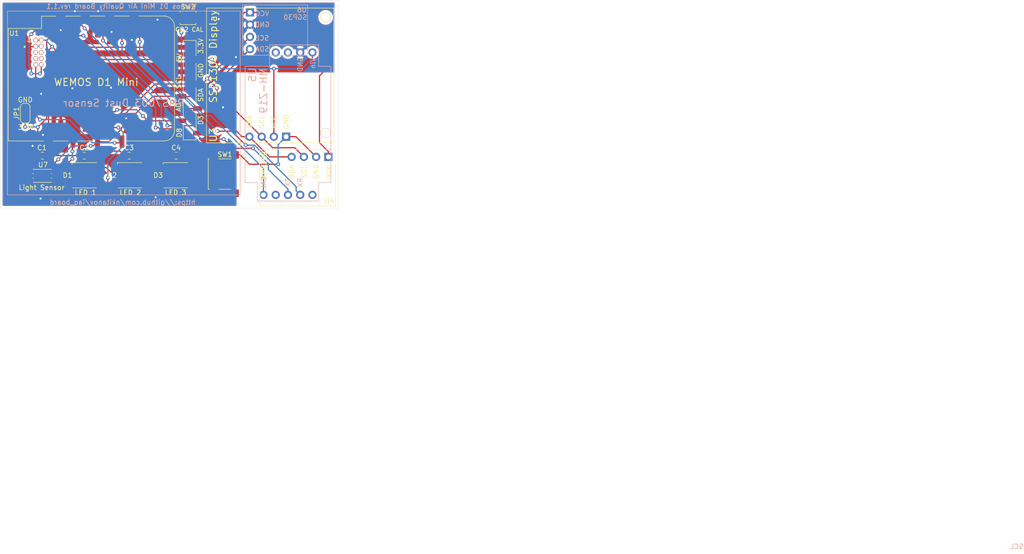
<source format=kicad_pcb>
(kicad_pcb (version 20171130) (host pcbnew "(5.1.5)-3")

  (general
    (thickness 1.6)
    (drawings 23)
    (tracks 276)
    (zones 0)
    (modules 19)
    (nets 19)
  )

  (page A4)
  (layers
    (0 F.Cu signal)
    (31 B.Cu signal)
    (32 B.Adhes user)
    (33 F.Adhes user)
    (34 B.Paste user)
    (35 F.Paste user)
    (36 B.SilkS user hide)
    (37 F.SilkS user)
    (38 B.Mask user)
    (39 F.Mask user)
    (40 Dwgs.User user)
    (41 Cmts.User user)
    (42 Eco1.User user)
    (43 Eco2.User user)
    (44 Edge.Cuts user)
    (45 Margin user)
    (46 B.CrtYd user)
    (47 F.CrtYd user)
    (48 B.Fab user)
    (49 F.Fab user)
  )

  (setup
    (last_trace_width 0.254)
    (user_trace_width 0.127)
    (trace_clearance 0.127)
    (zone_clearance 0.508)
    (zone_45_only no)
    (trace_min 0.127)
    (via_size 0.8)
    (via_drill 0.4)
    (via_min_size 0.4)
    (via_min_drill 0.3)
    (uvia_size 0.3)
    (uvia_drill 0.1)
    (uvias_allowed no)
    (uvia_min_size 0.2)
    (uvia_min_drill 0.1)
    (edge_width 0.05)
    (segment_width 0.254)
    (pcb_text_width 0.3)
    (pcb_text_size 1.5 1.5)
    (mod_edge_width 0.12)
    (mod_text_size 1 1)
    (mod_text_width 0.15)
    (pad_size 1.7 1.7)
    (pad_drill 1)
    (pad_to_mask_clearance 0.051)
    (solder_mask_min_width 0.25)
    (aux_axis_origin 0 0)
    (visible_elements 7FFDEFFF)
    (pcbplotparams
      (layerselection 0x010fc_ffffffff)
      (usegerberextensions false)
      (usegerberattributes true)
      (usegerberadvancedattributes false)
      (creategerberjobfile false)
      (excludeedgelayer true)
      (linewidth 0.100000)
      (plotframeref false)
      (viasonmask false)
      (mode 1)
      (useauxorigin false)
      (hpglpennumber 1)
      (hpglpenspeed 20)
      (hpglpendiameter 15.000000)
      (psnegative false)
      (psa4output false)
      (plotreference true)
      (plotvalue true)
      (plotinvisibletext false)
      (padsonsilk false)
      (subtractmaskfromsilk false)
      (outputformat 1)
      (mirror false)
      (drillshape 0)
      (scaleselection 1)
      (outputdirectory "plot/"))
  )

  (net 0 "")
  (net 1 GND)
  (net 2 "Net-(JP1-Pad2)")
  (net 3 "Net-(D1-Pad4)")
  (net 4 "Net-(D2-Pad4)")
  (net 5 "Net-(SW1-Pad1)")
  (net 6 "Net-(SW2-Pad2)")
  (net 7 +3V3)
  (net 8 +5V)
  (net 9 SDA)
  (net 10 SCL)
  (net 11 A0)
  (net 12 PMS_RX)
  (net 13 MH_TX)
  (net 14 LED_D)
  (net 15 MH_RX)
  (net 16 D8)
  (net 17 PMS_SET)
  (net 18 D3)

  (net_class Default "This is the default net class."
    (clearance 0.127)
    (trace_width 0.254)
    (via_dia 0.8)
    (via_drill 0.4)
    (uvia_dia 0.3)
    (uvia_drill 0.1)
    (add_net +3V3)
    (add_net +5V)
    (add_net A0)
    (add_net D3)
    (add_net D8)
    (add_net GND)
    (add_net LED_D)
    (add_net MH_RX)
    (add_net MH_TX)
    (add_net "Net-(D1-Pad4)")
    (add_net "Net-(D2-Pad4)")
    (add_net "Net-(JP1-Pad2)")
    (add_net "Net-(SW1-Pad1)")
    (add_net "Net-(SW2-Pad2)")
    (add_net PMS_RX)
    (add_net PMS_SET)
    (add_net SCL)
    (add_net SDA)
  )

  (module "" (layer F.Cu) (tedit 0) (tstamp 0)
    (at 152.4 83.058)
    (fp_text reference "" (at 158.242 105.41) (layer F.SilkS)
      (effects (font (size 1.27 1.27) (thickness 0.15)))
    )
    (fp_text value "" (at 158.242 105.41) (layer F.SilkS)
      (effects (font (size 1.27 1.27) (thickness 0.15)))
    )
    (fp_text user SCL (at 157.226 104.14 -180) (layer B.SilkS)
      (effects (font (size 1 1) (thickness 0.15)) (justify mirror))
    )
  )

  (module "Nikolay Library:BME280_breakout_6pin" (layer F.Cu) (tedit 5E03E0B1) (tstamp 5E4090CD)
    (at 158.242 105.41 270)
    (path /5DFEB424)
    (fp_text reference U4 (at 10.16 -8.89) (layer F.SilkS)
      (effects (font (size 1 1) (thickness 0.15)))
    )
    (fp_text value BME280 (at 6.096 6.604 90) (layer F.Fab) hide
      (effects (font (size 1 1) (thickness 0.15)))
    )
    (fp_text user BME280 (at -0.254 4.699 270) (layer F.SilkS)
      (effects (font (size 1 1) (thickness 0.15)) (justify right))
    )
    (fp_text user SDA (at 4.064 -1.016 90) (layer F.SilkS)
      (effects (font (size 1 1) (thickness 0.15)))
    )
    (fp_text user SCL (at 4.064 -3.556 90) (layer F.SilkS)
      (effects (font (size 1 1) (thickness 0.15)))
    )
    (fp_text user GND (at 4.064 -6.096 90) (layer F.SilkS)
      (effects (font (size 1 1) (thickness 0.15)))
    )
    (fp_text user Vcc (at 4.064 -8.636 90) (layer F.SilkS)
      (effects (font (size 1 1) (thickness 0.15)))
    )
    (fp_line (start -0.508 -10.16) (end 11.176 -10.16) (layer F.SilkS) (width 0.12))
    (fp_line (start -0.508 5.588) (end -0.508 -10.16) (layer F.SilkS) (width 0.12))
    (fp_line (start 11.176 5.588) (end -0.508 5.588) (layer F.SilkS) (width 0.12))
    (fp_line (start 11.176 -10.16) (end 11.176 5.588) (layer F.SilkS) (width 0.12))
    (pad 2 thru_hole oval (at 1.016 -6.096 270) (size 1.7 1.7) (drill 1) (layers *.Cu *.Mask)
      (net 1 GND))
    (pad 1 thru_hole rect (at 1.016 -8.636 270) (size 1.7 1.7) (drill 1) (layers *.Cu *.Mask)
      (net 7 +3V3))
    (pad 4 thru_hole oval (at 1.016 -1.016 270) (size 1.7 1.7) (drill 1) (layers *.Cu *.Mask)
      (net 9 SDA))
    (pad 3 thru_hole oval (at 1.016 -3.556 270) (size 1.7 1.7) (drill 1) (layers *.Cu *.Mask)
      (net 10 SCL))
    (model "${NIKOLAY_3D}/P280, 6-PIN-Version v4.step"
      (offset (xyz 5.26 2.3 9.460000000000001))
      (scale (xyz 1 1 1))
      (rotate (xyz 0 0 90))
    )
    (model ${KISYS3DMOD}/Connector_PinHeader_2.54mm.3dshapes/PinHeader_1x04_P2.54mm_Vertical.step
      (offset (xyz 1 8.65 9.44))
      (scale (xyz 1 1 1))
      (rotate (xyz 0 180 0))
    )
    (model ${KISYS3DMOD}/Connector_PinSocket_2.54mm.3dshapes/PinSocket_1x04_P2.54mm_Vertical.step
      (offset (xyz 1 8.6 0))
      (scale (xyz 1 1 1))
      (rotate (xyz 0 0 0))
    )
  )

  (module "Nikolay Library:SSD1306" (layer F.Cu) (tedit 5E052674) (tstamp 5E40735D)
    (at 158.115 102.235 270)
    (path /5DFECC18)
    (fp_text reference U3 (at -0.381 15.113 90) (layer F.SilkS)
      (effects (font (size 1.5 1.5) (thickness 0.2)))
    )
    (fp_text value SSD1306 (at -10.16 3.31 90) (layer F.Fab)
      (effects (font (size 1 1) (thickness 0.15)))
    )
    (fp_line (start -26.67 -9.906) (end -26.67 16.51) (layer F.SilkS) (width 0.12))
    (fp_line (start 1.27 -9.906) (end -26.67 -9.906) (layer F.SilkS) (width 0.12))
    (fp_circle (center -24.75 -8.2) (end -23.75 -8.2) (layer F.SilkS) (width 0.12))
    (fp_circle (center -0.75 -8.2) (end 0.25 -8.2) (layer F.SilkS) (width 0.12))
    (fp_text user SDA (at -3.048 7.62 90) (layer F.SilkS)
      (effects (font (size 1 1) (thickness 0.15)))
    )
    (fp_text user SCL (at -3.048 5.08 90) (layer F.SilkS)
      (effects (font (size 1 1) (thickness 0.15)))
    )
    (fp_text user VCC (at -3.048 2.54 90) (layer F.SilkS)
      (effects (font (size 1 1) (thickness 0.15)))
    )
    (fp_text user GND (at -3.048 0 90) (layer F.SilkS)
      (effects (font (size 1 1) (thickness 0.15)))
    )
    (fp_text user "SSD1306 Display" (at -16.637 15.113 90) (layer F.SilkS)
      (effects (font (size 1.5 1.5) (thickness 0.2)))
    )
    (fp_line (start 1.27 16.51) (end -26.67 16.51) (layer F.SilkS) (width 0.12))
    (fp_line (start 1.27 3.81) (end 1.27 16.51) (layer F.SilkS) (width 0.12))
    (fp_line (start 1.27 3.81) (end 1.27 -9.906) (layer F.SilkS) (width 0.12))
    (pad 4 thru_hole circle (at 0 7.62 270) (size 1.7 1.7) (drill 1) (layers *.Cu *.Mask)
      (net 9 SDA))
    (pad 3 thru_hole circle (at 0 5.08 270) (size 1.7 1.7) (drill 1) (layers *.Cu *.Mask)
      (net 10 SCL))
    (pad 2 thru_hole circle (at 0 2.54 270) (size 1.7 1.7) (drill 1) (layers *.Cu *.Mask)
      (net 8 +5V))
    (pad 1 thru_hole rect (at 0 0 270) (size 1.7 1.7) (drill 1) (layers *.Cu *.Mask)
      (net 1 GND))
    (model ${KISYS3DMOD}/Connector_PinSocket_2.54mm.3dshapes/PinSocket_1x04_P2.54mm_Vertical.step
      (at (xyz 0 0 0))
      (scale (xyz 1 1 1))
      (rotate (xyz 0 0 0))
    )
    (model "${NIKOLAY_3D}/0.96 OLED v3.step"
      (offset (xyz -12.7 -3.7 10.17))
      (scale (xyz 1 1 1))
      (rotate (xyz 0 0 90))
    )
  )

  (module "Nikolay Library:MH-Z19" (layer B.Cu) (tedit 5DFFE0FC) (tstamp 5E617BC9)
    (at 163.576 114.3 90)
    (path /5E00106D)
    (fp_text reference U5 (at 24.892 -12.446 90) (layer B.SilkS)
      (effects (font (size 1.5 1.5) (thickness 0.2)) (justify mirror))
    )
    (fp_text value MH-Z19 (at 15.494 -2.802 90) (layer F.Fab)
      (effects (font (size 1 1) (thickness 0.15)) (justify mirror))
    )
    (fp_text user CAL (at 2.54 -10.16 90) (layer B.SilkS)
      (effects (font (size 1 1) (thickness 0.15)) (justify mirror))
    )
    (fp_text user Vin (at 27.305 0.127 90) (layer B.SilkS)
      (effects (font (size 1 1) (thickness 0.15)) (justify mirror))
    )
    (fp_text user GND (at 27.051 -2.54 90) (layer B.SilkS)
      (effects (font (size 1 1) (thickness 0.15)) (justify mirror))
    )
    (fp_text user TX (at 2.54 -5.08 90) (layer B.SilkS)
      (effects (font (size 1 1) (thickness 0.15)) (justify mirror))
    )
    (fp_text user RX (at 2.54 -2.54 90) (layer B.SilkS)
      (effects (font (size 1 1) (thickness 0.15)) (justify mirror))
    )
    (fp_line (start 26.67 -8.89) (end 27.94 -8.89) (layer B.SilkS) (width 0.12))
    (fp_line (start 26.67 -13.97) (end 26.67 -8.89) (layer B.SilkS) (width 0.12))
    (fp_line (start 2.54 -13.97) (end 26.67 -13.97) (layer B.SilkS) (width 0.12))
    (fp_line (start 2.54 -11.43) (end 2.54 -13.97) (layer B.SilkS) (width 0.12))
    (fp_line (start 1.27 -11.43) (end 2.54 -11.43) (layer B.SilkS) (width 0.12))
    (fp_line (start 2.54 1.27) (end 1.27 1.27) (layer B.SilkS) (width 0.12))
    (fp_line (start 2.54 3.81) (end 2.54 1.27) (layer B.SilkS) (width 0.12))
    (fp_line (start 26.67 3.81) (end 2.54 3.81) (layer B.SilkS) (width 0.12))
    (fp_line (start 26.67 1.27) (end 26.67 3.81) (layer B.SilkS) (width 0.12))
    (fp_line (start 27.94 1.27) (end 26.67 1.27) (layer B.SilkS) (width 0.12))
    (fp_text user MH-Z19 (at 21.59 -10.16 90) (layer B.SilkS)
      (effects (font (size 1.5 1.5) (thickness 0.2)) (justify mirror))
    )
    (fp_line (start 31.115 -8.89) (end 27.94 -8.89) (layer B.SilkS) (width 0.12))
    (fp_line (start 31.115 1.27) (end 31.115 -8.89) (layer B.SilkS) (width 0.12))
    (fp_line (start 27.94 1.27) (end 31.115 1.27) (layer B.SilkS) (width 0.12))
    (fp_line (start 1.27 1.27) (end -1.27 1.27) (layer B.SilkS) (width 0.12))
    (fp_line (start -1.27 -11.43) (end 1.27 -11.43) (layer B.SilkS) (width 0.12))
    (fp_line (start -1.27 1.27) (end -1.27 -11.43) (layer B.SilkS) (width 0.12))
    (pad 6 thru_hole circle (at 29.54 0 90) (size 1.7 1.7) (drill 1) (layers *.Cu *.Mask)
      (net 8 +5V))
    (pad 7 thru_hole circle (at 29.54 -2.54 90) (size 1.7 1.7) (drill 1) (layers *.Cu *.Mask)
      (net 1 GND))
    (pad 8 thru_hole circle (at 29.54 -5.08 90) (size 1.7 1.7) (drill 1) (layers *.Cu *.Mask))
    (pad 9 thru_hole circle (at 29.54 -7.62 90) (size 1.7 1.7) (drill 1) (layers *.Cu *.Mask))
    (pad 5 thru_hole circle (at 0 -10.16 90) (size 1.7 1.7) (drill 1) (layers *.Cu *.Mask)
      (net 6 "Net-(SW2-Pad2)"))
    (pad 4 thru_hole circle (at 0 -7.62 90) (size 1.7 1.7) (drill 1) (layers *.Cu *.Mask))
    (pad 3 thru_hole circle (at 0 -5.08 90) (size 1.7 1.7) (drill 1) (layers *.Cu *.Mask)
      (net 15 MH_RX))
    (pad 2 thru_hole circle (at 0 -2.54 90) (size 1.7 1.7) (drill 1) (layers *.Cu *.Mask)
      (net 13 MH_TX))
    (pad 1 thru_hole circle (at 0 0 90) (size 1.7 1.7) (drill 1) (layers *.Cu *.Mask))
    (model ${NIKOLAY_3D}/MH-Z19.step
      (offset (xyz 14.5 -5 2.5))
      (scale (xyz 1 1 1))
      (rotate (xyz 0 0 180))
    )
  )

  (module "Nikolay Library:SW_SPST_B3S-1000" (layer F.Cu) (tedit 5E400E8D) (tstamp 5E3F6902)
    (at 145.415 109.982 90)
    (descr "Surface Mount Tactile Switch for High-Density Packaging")
    (tags "Tactile Switch")
    (path /5E0358C6)
    (attr smd)
    (fp_text reference SW1 (at 4.064 0 180) (layer F.SilkS)
      (effects (font (size 1 1) (thickness 0.15)))
    )
    (fp_text value B3S-1000 (at 0 4.5 90) (layer F.Fab)
      (effects (font (size 1 1) (thickness 0.15)))
    )
    (fp_text user %R (at 0 -4.5 90) (layer F.Fab)
      (effects (font (size 1 1) (thickness 0.15)))
    )
    (fp_line (start -5 3.7) (end 5 3.7) (layer F.CrtYd) (width 0.05))
    (fp_line (start 5 3.7) (end 5 -3.7) (layer F.CrtYd) (width 0.05))
    (fp_line (start 5 -3.7) (end -5 -3.7) (layer F.CrtYd) (width 0.05))
    (fp_line (start -5 -3.7) (end -5 3.7) (layer F.CrtYd) (width 0.05))
    (fp_line (start -3.15 -3.2) (end -3.15 -3.45) (layer F.SilkS) (width 0.12))
    (fp_line (start -3.15 -3.45) (end 3.15 -3.45) (layer F.SilkS) (width 0.12))
    (fp_line (start 3.15 -3.45) (end 3.15 -3.2) (layer F.SilkS) (width 0.12))
    (fp_line (start -3.15 1.3) (end -3.15 -1.3) (layer F.SilkS) (width 0.12))
    (fp_line (start 3.15 3.2) (end 3.15 3.45) (layer F.SilkS) (width 0.12))
    (fp_line (start 3.15 3.45) (end -3.15 3.45) (layer F.SilkS) (width 0.12))
    (fp_line (start -3.15 3.45) (end -3.15 3.2) (layer F.SilkS) (width 0.12))
    (fp_line (start 3.15 -1.3) (end 3.15 1.3) (layer F.SilkS) (width 0.12))
    (fp_circle (center 0 0) (end 1.65 0) (layer F.Fab) (width 0.1))
    (fp_line (start -3 -3.3) (end 3 -3.3) (layer F.Fab) (width 0.1))
    (fp_line (start 3 -3.3) (end 3 3.3) (layer F.Fab) (width 0.1))
    (fp_line (start 3 3.3) (end -3 3.3) (layer F.Fab) (width 0.1))
    (fp_line (start -3 3.3) (end -3 -3.3) (layer F.Fab) (width 0.1))
    (pad 1 smd rect (at -3.975 -2.25 90) (size 1.55 1.3) (layers F.Cu F.Paste F.Mask)
      (net 5 "Net-(SW1-Pad1)"))
    (pad 1 smd rect (at 3.975 -2.25 90) (size 1.55 1.3) (layers F.Cu F.Paste F.Mask)
      (net 5 "Net-(SW1-Pad1)"))
    (pad 2 smd rect (at -3.975 2.25 90) (size 1.55 1.3) (layers F.Cu F.Paste F.Mask)
      (net 1 GND))
    (pad 2 smd rect (at 3.975 2.25 90) (size 1.55 1.3) (layers F.Cu F.Paste F.Mask)
      (net 1 GND))
    (model ${NIKOLAY_3D}/b3s-1000.stp
      (at (xyz 0 0 0))
      (scale (xyz 1 1 1))
      (rotate (xyz -90 0 90))
    )
  )

  (module Jumper:SolderJumper-3_P1.3mm_Open_RoundedPad1.0x1.5mm_NumberLabels (layer F.Cu) (tedit 5B391ED1) (tstamp 5E01543F)
    (at 104.013 97.379 90)
    (descr "SMD Solder 3-pad Jumper, 1x1.5mm rounded Pads, 0.3mm gap, open, labeled with numbers")
    (tags "solder jumper open")
    (path /5E0157E6)
    (attr virtual)
    (fp_text reference JP1 (at 0 -1.8 90) (layer F.SilkS)
      (effects (font (size 1 1) (thickness 0.15)))
    )
    (fp_text value "TSL2560T ADDR SEL" (at 0 1.9 90) (layer F.Fab)
      (effects (font (size 1 1) (thickness 0.15)))
    )
    (fp_arc (start -1.35 -0.3) (end -1.35 -1) (angle -90) (layer F.SilkS) (width 0.12))
    (fp_arc (start -1.35 0.3) (end -2.05 0.3) (angle -90) (layer F.SilkS) (width 0.12))
    (fp_arc (start 1.35 0.3) (end 1.35 1) (angle -90) (layer F.SilkS) (width 0.12))
    (fp_arc (start 1.35 -0.3) (end 2.05 -0.3) (angle -90) (layer F.SilkS) (width 0.12))
    (fp_line (start 2.3 1.25) (end -2.3 1.25) (layer F.CrtYd) (width 0.05))
    (fp_line (start 2.3 1.25) (end 2.3 -1.25) (layer F.CrtYd) (width 0.05))
    (fp_line (start -2.3 -1.25) (end -2.3 1.25) (layer F.CrtYd) (width 0.05))
    (fp_line (start -2.3 -1.25) (end 2.3 -1.25) (layer F.CrtYd) (width 0.05))
    (fp_line (start -1.4 -1) (end 1.4 -1) (layer F.SilkS) (width 0.12))
    (fp_line (start 2.05 -0.3) (end 2.05 0.3) (layer F.SilkS) (width 0.12))
    (fp_line (start 1.4 1) (end -1.4 1) (layer F.SilkS) (width 0.12))
    (fp_line (start -2.05 0.3) (end -2.05 -0.3) (layer F.SilkS) (width 0.12))
    (fp_text user 3.3V (at -2.921 0.127 180) (layer F.SilkS)
      (effects (font (size 1 1) (thickness 0.15)))
    )
    (fp_text user GND (at 2.794 0 180) (layer F.SilkS)
      (effects (font (size 1 1) (thickness 0.15)))
    )
    (pad 2 smd rect (at 0 0 90) (size 1 1.5) (layers F.Cu F.Mask)
      (net 2 "Net-(JP1-Pad2)"))
    (pad 3 smd custom (at 1.3 0 90) (size 1 0.5) (layers F.Cu F.Mask)
      (net 1 GND) (zone_connect 2)
      (options (clearance outline) (anchor rect))
      (primitives
        (gr_circle (center 0 0.25) (end 0.5 0.25) (width 0))
        (gr_circle (center 0 -0.25) (end 0.5 -0.25) (width 0))
        (gr_poly (pts
           (xy -0.55 -0.75) (xy 0 -0.75) (xy 0 0.75) (xy -0.55 0.75)) (width 0))
      ))
    (pad 1 smd custom (at -1.3 0 90) (size 1 0.5) (layers F.Cu F.Mask)
      (net 7 +3V3) (zone_connect 2)
      (options (clearance outline) (anchor rect))
      (primitives
        (gr_circle (center 0 0.25) (end 0.5 0.25) (width 0))
        (gr_circle (center 0 -0.25) (end 0.5 -0.25) (width 0))
        (gr_poly (pts
           (xy 0.55 -0.75) (xy 0 -0.75) (xy 0 0.75) (xy 0.55 0.75)) (width 0))
      ))
  )

  (module Connector_PinSocket_2.54mm:PinSocket_1x08_P2.54mm_Vertical_SMD_Pin1Left (layer F.Cu) (tedit 5A19A42F) (tstamp 5E4066AA)
    (at 138.1125 92.583)
    (descr "surface-mounted straight socket strip, 1x08, 2.54mm pitch, single row, style 1 (pin 1 left) (https://cdn.harwin.com/pdfs/M20-786.pdf), script generated")
    (tags "Surface mounted socket strip SMD 1x08 2.54mm single row style1 pin1 left")
    (path /5E00EEE9)
    (attr smd)
    (fp_text reference J1 (at 0 11.303) (layer F.SilkS) hide
      (effects (font (size 1 1) (thickness 0.15)))
    )
    (fp_text value "External Pins" (at 0 11.76) (layer F.Fab)
      (effects (font (size 1 1) (thickness 0.15)))
    )
    (fp_text user %R (at 0 0 90) (layer F.Fab)
      (effects (font (size 1 1) (thickness 0.15)))
    )
    (fp_line (start -3.1 10.75) (end -3.1 -10.8) (layer F.CrtYd) (width 0.05))
    (fp_line (start 3.1 10.75) (end -3.1 10.75) (layer F.CrtYd) (width 0.05))
    (fp_line (start 3.1 -10.8) (end 3.1 10.75) (layer F.CrtYd) (width 0.05))
    (fp_line (start -3.1 -10.8) (end 3.1 -10.8) (layer F.CrtYd) (width 0.05))
    (fp_line (start 2.27 9.19) (end 1.27 9.19) (layer F.Fab) (width 0.1))
    (fp_line (start 2.27 8.59) (end 2.27 9.19) (layer F.Fab) (width 0.1))
    (fp_line (start 1.27 8.59) (end 2.27 8.59) (layer F.Fab) (width 0.1))
    (fp_line (start -2.27 6.65) (end -2.27 6.05) (layer F.Fab) (width 0.1))
    (fp_line (start -1.27 6.65) (end -2.27 6.65) (layer F.Fab) (width 0.1))
    (fp_line (start -2.27 6.05) (end -1.27 6.05) (layer F.Fab) (width 0.1))
    (fp_line (start 2.27 4.11) (end 1.27 4.11) (layer F.Fab) (width 0.1))
    (fp_line (start 2.27 3.51) (end 2.27 4.11) (layer F.Fab) (width 0.1))
    (fp_line (start 1.27 3.51) (end 2.27 3.51) (layer F.Fab) (width 0.1))
    (fp_line (start -2.27 1.57) (end -2.27 0.97) (layer F.Fab) (width 0.1))
    (fp_line (start -1.27 1.57) (end -2.27 1.57) (layer F.Fab) (width 0.1))
    (fp_line (start -2.27 0.97) (end -1.27 0.97) (layer F.Fab) (width 0.1))
    (fp_line (start 2.27 -0.97) (end 1.27 -0.97) (layer F.Fab) (width 0.1))
    (fp_line (start 2.27 -1.57) (end 2.27 -0.97) (layer F.Fab) (width 0.1))
    (fp_line (start 1.27 -1.57) (end 2.27 -1.57) (layer F.Fab) (width 0.1))
    (fp_line (start -2.27 -3.51) (end -2.27 -4.11) (layer F.Fab) (width 0.1))
    (fp_line (start -1.27 -3.51) (end -2.27 -3.51) (layer F.Fab) (width 0.1))
    (fp_line (start -2.27 -4.11) (end -1.27 -4.11) (layer F.Fab) (width 0.1))
    (fp_line (start 2.27 -6.05) (end 1.27 -6.05) (layer F.Fab) (width 0.1))
    (fp_line (start 2.27 -6.65) (end 2.27 -6.05) (layer F.Fab) (width 0.1))
    (fp_line (start 1.27 -6.65) (end 2.27 -6.65) (layer F.Fab) (width 0.1))
    (fp_line (start -2.27 -8.59) (end -2.27 -9.19) (layer F.Fab) (width 0.1))
    (fp_line (start -1.27 -8.59) (end -2.27 -8.59) (layer F.Fab) (width 0.1))
    (fp_line (start -2.27 -9.19) (end -1.27 -9.19) (layer F.Fab) (width 0.1))
    (fp_line (start -1.27 -9.625) (end -0.635 -10.26) (layer F.Fab) (width 0.1))
    (fp_line (start -1.27 10.26) (end -1.27 -9.625) (layer F.Fab) (width 0.1))
    (fp_line (start 1.27 10.26) (end -1.27 10.26) (layer F.Fab) (width 0.1))
    (fp_line (start 1.27 -10.26) (end 1.27 10.26) (layer F.Fab) (width 0.1))
    (fp_line (start -0.635 -10.26) (end 1.27 -10.26) (layer F.Fab) (width 0.1))
    (fp_line (start -2.54 -9.65) (end -1.33 -9.65) (layer F.SilkS) (width 0.12))
    (fp_line (start -1.33 7.11) (end -1.33 10.32) (layer F.SilkS) (width 0.12))
    (fp_line (start -1.33 2.03) (end -1.33 5.59) (layer F.SilkS) (width 0.12))
    (fp_line (start -1.33 -3.05) (end -1.33 0.51) (layer F.SilkS) (width 0.12))
    (fp_line (start -1.33 -8.13) (end -1.33 -4.57) (layer F.SilkS) (width 0.12))
    (fp_line (start -1.33 -10.32) (end -1.33 -9.65) (layer F.SilkS) (width 0.12))
    (fp_line (start -1.33 10.32) (end 1.33 10.32) (layer F.SilkS) (width 0.12))
    (fp_line (start 1.33 9.65) (end 1.33 10.32) (layer F.SilkS) (width 0.12))
    (fp_line (start 1.33 4.57) (end 1.33 8.13) (layer F.SilkS) (width 0.12))
    (fp_line (start 1.33 -0.51) (end 1.33 3.05) (layer F.SilkS) (width 0.12))
    (fp_line (start 1.33 -5.59) (end 1.33 -2.03) (layer F.SilkS) (width 0.12))
    (fp_line (start 1.33 -10.32) (end 1.33 -7.11) (layer F.SilkS) (width 0.12))
    (fp_line (start -1.33 -10.32) (end 1.33 -10.32) (layer F.SilkS) (width 0.12))
    (pad 8 smd rect (at 1.65 8.89) (size 1.9 1) (layers F.Cu F.Paste F.Mask)
      (net 16 D8))
    (pad 6 smd rect (at 1.65 3.81) (size 1.9 1) (layers F.Cu F.Paste F.Mask)
      (net 11 A0))
    (pad 4 smd rect (at 1.65 -1.27) (size 1.9 1) (layers F.Cu F.Paste F.Mask)
      (net 10 SCL))
    (pad 2 smd rect (at 1.65 -6.35) (size 1.9 1) (layers F.Cu F.Paste F.Mask)
      (net 8 +5V))
    (pad 7 smd rect (at -1.65 6.35) (size 1.9 1) (layers F.Cu F.Paste F.Mask)
      (net 18 D3))
    (pad 5 smd rect (at -1.65 1.27) (size 1.9 1) (layers F.Cu F.Paste F.Mask)
      (net 9 SDA))
    (pad 3 smd rect (at -1.65 -3.81) (size 1.9 1) (layers F.Cu F.Paste F.Mask)
      (net 1 GND))
    (pad 1 smd rect (at -1.65 -8.89) (size 1.9 1) (layers F.Cu F.Paste F.Mask)
      (net 7 +3V3))
    (model ${KISYS3DMOD}/Connector_PinSocket_2.54mm.3dshapes/PinSocket_1x08_P2.54mm_Vertical_SMD_Pin1Left.wrl
      (at (xyz 0 0 0))
      (scale (xyz 1 1 1))
      (rotate (xyz 0 0 0))
    )
  )

  (module "Nikolay Library:TSL2561T" (layer F.Cu) (tedit 5E09E280) (tstamp 5E0155DF)
    (at 105.9 109.4)
    (path /5E016D7A)
    (fp_text reference U7 (at 1.796 -1.323) (layer F.SilkS)
      (effects (font (size 1 1) (thickness 0.15)))
    )
    (fp_text value TSL2561T (at 1.45 4.5) (layer F.Fab)
      (effects (font (size 1 1) (thickness 0.15)))
    )
    (fp_line (start -0.762 -0.508) (end 4.064 -0.508) (layer F.CrtYd) (width 0.12))
    (fp_line (start -0.762 2.413) (end -0.762 -0.508) (layer F.CrtYd) (width 0.12))
    (fp_line (start 4.064 2.413) (end -0.762 2.413) (layer F.CrtYd) (width 0.12))
    (fp_line (start 4.064 -0.508) (end 4.064 2.413) (layer F.CrtYd) (width 0.12))
    (fp_text user "Light Sensor" (at 1.524 3.376) (layer F.SilkS)
      (effects (font (size 1 1) (thickness 0.15)))
    )
    (fp_line (start 3.55 2.3) (end -0.25 2.3) (layer F.SilkS) (width 0.12))
    (fp_line (start -0.25 1.35) (end -0.25 1.5) (layer F.SilkS) (width 0.12))
    (fp_line (start -0.25 0.525) (end -0.25 0.55) (layer F.SilkS) (width 0.12))
    (fp_line (start -0.25 0.4) (end -0.25 0.525) (layer F.SilkS) (width 0.12))
    (fp_line (start 3.55 1.35) (end 3.55 1.5) (layer F.SilkS) (width 0.12))
    (fp_line (start 3.55 0.4) (end 3.55 0.55) (layer F.SilkS) (width 0.12))
    (fp_line (start -0.25 -0.4) (end 3.55 -0.4) (layer F.SilkS) (width 0.12))
    (pad 6 smd rect (at 3.3 0) (size 1.3 0.7) (layers F.Cu F.Paste F.Mask)
      (net 9 SDA))
    (pad 5 smd rect (at 3.3 0.95) (size 1.3 0.7) (layers F.Cu F.Paste F.Mask))
    (pad 4 smd rect (at 3.3 1.9) (size 1.3 0.7) (layers F.Cu F.Paste F.Mask)
      (net 10 SCL))
    (pad 3 smd rect (at 0 1.9) (size 1.3 0.7) (layers F.Cu F.Paste F.Mask)
      (net 1 GND))
    (pad 2 smd rect (at 0 0.95) (size 1.3 0.7) (layers F.Cu F.Paste F.Mask)
      (net 2 "Net-(JP1-Pad2)"))
    (pad 1 smd rect (at 0 0) (size 1.3 0.7) (layers F.Cu F.Paste F.Mask)
      (net 7 +3V3))
    (model ${NIKOLAY_3D}/TSL2561T.step
      (offset (xyz -0.27 -14.65 0))
      (scale (xyz 1 1 1))
      (rotate (xyz 0 0 0))
    )
  )

  (module "Nikolay Library:WEMOS_D1_surface" (layer F.Cu) (tedit 5DFFECE6) (tstamp 5E05727E)
    (at 126.619 78.74 270)
    (descr "16-pin module, column spacing 22.86 mm (900 mils), https://wiki.wemos.cc/products:d1:d1_mini, https://c1.staticflickr.com/1/734/31400410271_f278b087db_z.jpg")
    (tags "ESP8266 WiFi microcontroller")
    (path /5DFEA859)
    (fp_text reference U1 (at 2.032 24.892) (layer F.SilkS)
      (effects (font (size 1 1) (thickness 0.15)))
    )
    (fp_text value WeMos_D1_mini (at 11.7 0 90) (layer F.Fab)
      (effects (font (size 1 1) (thickness 0.15)))
    )
    (fp_line (start 24.384 1.5748) (end 24.384 -6.1976) (layer F.SilkS) (width 0.12))
    (fp_line (start 1.04 26.12) (end 24.36 26.12) (layer F.SilkS) (width 0.12))
    (fp_line (start 22.24 -8.34) (end 0.63 -8.34) (layer F.SilkS) (width 0.12))
    (fp_line (start 1.17 25.99) (end 24.23 25.99) (layer F.Fab) (width 0.1))
    (fp_line (start 24.23 25.99) (end 24.23 -6.21) (layer F.Fab) (width 0.1))
    (fp_line (start 22.23 -8.21) (end 0.63 -8.21) (layer F.Fab) (width 0.1))
    (fp_line (start -1.37 1) (end -1.37 19.09) (layer F.Fab) (width 0.1))
    (fp_line (start -1.62 -8.46) (end 24.48 -8.46) (layer F.CrtYd) (width 0.05))
    (fp_line (start 24.48 -8.41) (end 24.48 26.24) (layer F.CrtYd) (width 0.05))
    (fp_line (start 24.48 26.24) (end -1.62 26.24) (layer F.CrtYd) (width 0.05))
    (fp_line (start -1.62 26.24) (end -1.62 -8.46) (layer F.CrtYd) (width 0.05))
    (fp_line (start -1.35 -1.4) (end 24.25 -1.4) (layer Dwgs.User) (width 0.1))
    (fp_line (start 24.25 -1.4) (end 24.25 -8.2) (layer Dwgs.User) (width 0.1))
    (fp_line (start 24.25 -8.2) (end -1.35 -8.2) (layer Dwgs.User) (width 0.1))
    (fp_line (start -1.35 -8.2) (end -1.35 -1.4) (layer Dwgs.User) (width 0.1))
    (fp_line (start -1.35 -1.4) (end 5.45 -8.2) (layer Dwgs.User) (width 0.1))
    (fp_line (start 0.65 -1.4) (end 7.45 -8.2) (layer Dwgs.User) (width 0.1))
    (fp_line (start 2.65 -1.4) (end 9.45 -8.2) (layer Dwgs.User) (width 0.1))
    (fp_line (start 4.65 -1.4) (end 11.45 -8.2) (layer Dwgs.User) (width 0.1))
    (fp_line (start 6.65 -1.4) (end 13.45 -8.2) (layer Dwgs.User) (width 0.1))
    (fp_line (start 8.65 -1.4) (end 15.45 -8.2) (layer Dwgs.User) (width 0.1))
    (fp_line (start 10.65 -1.4) (end 17.45 -8.2) (layer Dwgs.User) (width 0.1))
    (fp_line (start 12.65 -1.4) (end 19.45 -8.2) (layer Dwgs.User) (width 0.1))
    (fp_line (start 14.65 -1.4) (end 21.45 -8.2) (layer Dwgs.User) (width 0.1))
    (fp_line (start 16.65 -1.4) (end 23.45 -8.2) (layer Dwgs.User) (width 0.1))
    (fp_line (start 18.65 -1.4) (end 24.25 -7) (layer Dwgs.User) (width 0.1))
    (fp_line (start 20.65 -1.4) (end 24.25 -5) (layer Dwgs.User) (width 0.1))
    (fp_line (start 22.65 -1.4) (end 24.25 -3) (layer Dwgs.User) (width 0.1))
    (fp_line (start -1.35 -3.4) (end 3.45 -8.2) (layer Dwgs.User) (width 0.1))
    (fp_line (start -1.3 -5.45) (end 1.45 -8.2) (layer Dwgs.User) (width 0.1))
    (fp_line (start -1.35 -7.4) (end -0.55 -8.2) (layer Dwgs.User) (width 0.1))
    (fp_line (start -1.37 19.09) (end 1.17 19.09) (layer F.Fab) (width 0.1))
    (fp_line (start 1.17 19.09) (end 1.17 25.99) (layer F.Fab) (width 0.1))
    (fp_line (start -1.37 -6.21) (end -1.37 -1) (layer F.Fab) (width 0.1))
    (fp_line (start -1.37 1) (end -0.37 0) (layer F.Fab) (width 0.1))
    (fp_line (start -0.37 0) (end -1.37 -1) (layer F.Fab) (width 0.1))
    (fp_arc (start 0.63 -6.21) (end 0.63 -8.21) (angle -90) (layer F.Fab) (width 0.1))
    (fp_arc (start 22.23 -6.21) (end 24.23 -6.19) (angle -90) (layer F.Fab) (width 0.1))
    (fp_line (start -1.5 19.22) (end 1.04 19.22) (layer F.SilkS) (width 0.12))
    (fp_line (start 1.04 19.22) (end 1.04 26.12) (layer F.SilkS) (width 0.12))
    (fp_arc (start 0.63 -6.21) (end 0.63 -8.34) (angle -90) (layer F.SilkS) (width 0.12))
    (fp_arc (start 22.23 -6.21) (end 24.36 -6.21) (angle -90) (layer F.SilkS) (width 0.12))
    (fp_text user "KEEP OUT" (at 11.43 -6.35 90) (layer Cmts.User)
      (effects (font (size 1 1) (thickness 0.15)))
    )
    (fp_text user "No copper" (at 11.43 -3.81 90) (layer Cmts.User)
      (effects (font (size 1 1) (thickness 0.15)))
    )
    (fp_text user "WEMOS D1 Mini" (at 12.192 7.874) (layer F.SilkS)
      (effects (font (size 1.5 1.5) (thickness 0.2)))
    )
    (fp_line (start 1.27 12.4) (end 2.27 12.4) (layer F.Fab) (width 0.1))
    (fp_line (start -2.27 14.94) (end -1.27 14.94) (layer F.Fab) (width 0.1))
    (fp_line (start -1.27 5.38) (end -2.27 5.38) (layer F.Fab) (width 0.1))
    (fp_line (start 2.27 7.32) (end 2.27 7.92) (layer F.Fab) (width 0.1))
    (fp_line (start 2.27 18.08) (end 1.27 18.08) (layer F.Fab) (width 0.1))
    (fp_line (start -2.27 9.86) (end -1.27 9.86) (layer F.Fab) (width 0.1))
    (fp_line (start -2.27 10.46) (end -2.27 9.86) (layer F.Fab) (width 0.1))
    (fp_line (start -2.27 0.3) (end -2.27 -0.3) (layer F.Fab) (width 0.1))
    (fp_line (start -1.27 15.54) (end -2.27 15.54) (layer F.Fab) (width 0.1))
    (fp_line (start -1.27 0.3) (end -2.27 0.3) (layer F.Fab) (width 0.1))
    (fp_line (start 2.27 17.48) (end 2.27 18.08) (layer F.Fab) (width 0.1))
    (fp_line (start -1.27 10.46) (end -2.27 10.46) (layer F.Fab) (width 0.1))
    (fp_line (start 1.27 17.48) (end 2.27 17.48) (layer F.Fab) (width 0.1))
    (fp_line (start 1.27 2.24) (end 2.27 2.24) (layer F.Fab) (width 0.1))
    (fp_line (start 1.27 7.32) (end 2.27 7.32) (layer F.Fab) (width 0.1))
    (fp_line (start 2.27 7.92) (end 1.27 7.92) (layer F.Fab) (width 0.1))
    (fp_line (start -2.27 -0.3) (end -1.27 -0.3) (layer F.Fab) (width 0.1))
    (fp_line (start -2.27 5.38) (end -2.27 4.78) (layer F.Fab) (width 0.1))
    (fp_line (start 2.27 13) (end 1.27 13) (layer F.Fab) (width 0.1))
    (fp_line (start -2.27 15.54) (end -2.27 14.94) (layer F.Fab) (width 0.1))
    (fp_line (start 2.27 12.4) (end 2.27 13) (layer F.Fab) (width 0.1))
    (fp_line (start 2.27 2.84) (end 1.27 2.84) (layer F.Fab) (width 0.1))
    (fp_line (start -2.27 4.78) (end -1.27 4.78) (layer F.Fab) (width 0.1))
    (fp_line (start 2.27 2.24) (end 2.27 2.84) (layer F.Fab) (width 0.1))
    (fp_line (start -1.49606 19.21256) (end -1.49606 16.28648) (layer F.SilkS) (width 0.12))
    (fp_line (start -1.50114 14.28496) (end -1.50114 11.14044) (layer F.SilkS) (width 0.12))
    (fp_line (start -1.524 9.2075) (end -1.524 6.096) (layer F.SilkS) (width 0.12))
    (fp_line (start -1.524 4.1275) (end -1.524 0.9525) (layer F.SilkS) (width 0.12))
    (fp_line (start -1.524 -0.9525) (end -1.524 -6.477) (layer F.SilkS) (width 0.12))
    (fp_line (start 24.384 18.796) (end 24.384 26.1112) (layer F.SilkS) (width 0.12))
    (fp_line (start 24.384 16.8148) (end 24.384 13.6652) (layer F.SilkS) (width 0.12))
    (fp_line (start 24.384 11.7348) (end 24.384 8.5852) (layer F.SilkS) (width 0.12))
    (fp_line (start 24.384 6.6548) (end 24.384 3.5052) (layer F.SilkS) (width 0.12))
    (pad 3 smd rect (at -1.65 5.08 270) (size 2.51 1) (layers F.Cu F.Paste F.Mask)
      (net 17 PMS_SET))
    (pad 5 smd rect (at -1.65 10.16 270) (size 2.51 1) (layers F.Cu F.Paste F.Mask)
      (net 13 MH_TX))
    (pad 8 smd rect (at 1.65 17.78 270) (size 2.51 1) (layers F.Cu F.Paste F.Mask)
      (net 7 +3V3))
    (pad 6 smd rect (at 1.65 12.7 270) (size 2.51 1) (layers F.Cu F.Paste F.Mask)
      (net 5 "Net-(SW1-Pad1)"))
    (pad 4 smd rect (at 1.65 7.62 270) (size 2.51 1) (layers F.Cu F.Paste F.Mask)
      (net 15 MH_RX))
    (pad 2 smd rect (at 1.65 2.54 270) (size 2.51 1) (layers F.Cu F.Paste F.Mask)
      (net 11 A0))
    (pad 7 smd rect (at -1.65 15.24 270) (size 2.51 1) (layers F.Cu F.Paste F.Mask)
      (net 16 D8))
    (pad 1 smd rect (at -1.65 0 270) (size 2.51 1) (layers F.Cu F.Paste F.Mask))
    (pad 10 smd rect (at 21.21 15.24 270) (size 2.51 1) (layers F.Cu F.Paste F.Mask)
      (net 1 GND))
    (pad 11 smd rect (at 24.51 12.7 270) (size 2.51 1) (layers F.Cu F.Paste F.Mask)
      (net 14 LED_D))
    (pad 12 smd rect (at 21.21 10.16 270) (size 2.51 1) (layers F.Cu F.Paste F.Mask)
      (net 18 D3))
    (pad 14 smd rect (at 21.21 5.08 270) (size 2.51 1) (layers F.Cu F.Paste F.Mask)
      (net 10 SCL))
    (pad 15 smd rect (at 24.51 2.54 270) (size 2.51 1) (layers F.Cu F.Paste F.Mask)
      (net 12 PMS_RX))
    (pad 9 smd rect (at 24.51 17.78 270) (size 2.51 1) (layers F.Cu F.Paste F.Mask)
      (net 8 +5V))
    (pad 16 smd rect (at 21.21 0 270) (size 2.51 1) (layers F.Cu F.Paste F.Mask))
    (pad 13 smd rect (at 24.51 7.62 270) (size 2.51 1) (layers F.Cu F.Paste F.Mask)
      (net 9 SDA))
    (model ${KISYS3DMOD}/Module.3dshapes/WEMOS_D1_mini_light.wrl
      (at (xyz 0 0 0))
      (scale (xyz 1 1 1))
      (rotate (xyz 0 0 0))
    )
    (model ${KISYS3DMOD}/Connector_PinHeader_2.54mm.3dshapes/PinHeader_1x08_P2.54mm_Vertical.wrl
      (offset (xyz 0 0 9.5))
      (scale (xyz 1 1 1))
      (rotate (xyz 0 -180 0))
    )
    (model ${KISYS3DMOD}/Connector_PinHeader_2.54mm.3dshapes/PinHeader_1x08_P2.54mm_Vertical.wrl
      (offset (xyz 22.86 0 9.5))
      (scale (xyz 1 1 1))
      (rotate (xyz 0 -180 0))
    )
    (model ${KISYS3DMOD}/Connector_PinSocket_2.54mm.3dshapes/PinSocket_1x08_P2.54mm_Vertical_SMD_Pin1Left.wrl
      (offset (xyz 0 -8.869999999999999 0))
      (scale (xyz 1 1 1))
      (rotate (xyz 0 0 0))
    )
    (model ${KISYS3DMOD}/Connector_PinSocket_2.54mm.3dshapes/PinSocket_1x08_P2.54mm_Vertical_SMD_Pin1Left.step
      (offset (xyz 22.86 -8.869999999999999 0))
      (scale (xyz 1 1 1))
      (rotate (xyz 0 0 0))
    )
  )

  (module "Nikolay Library:SGP30_breakout_4pin" (layer B.Cu) (tedit 5E09E359) (tstamp 5E66BC4F)
    (at 150.622 76.454 180)
    (path /5E016766)
    (fp_text reference U6 (at -9.652 0.508) (layer B.SilkS)
      (effects (font (size 1 1) (thickness 0.15)) (justify right mirror))
    )
    (fp_text value SGP30 (at -3.81 -10.795) (layer B.Fab)
      (effects (font (size 1 1) (thickness 0.15)) (justify mirror))
    )
    (fp_text user SDA (at -1.778 -7.366 270) (layer B.SilkS) hide
      (effects (font (size 1 1) (thickness 0.15)) (justify mirror))
    )
    (fp_text user SCL (at -2.54 -5.334) (layer B.SilkS)
      (effects (font (size 1 1) (thickness 0.15)) (justify mirror))
    )
    (fp_text user GND (at -2.54 -2.54) (layer B.SilkS)
      (effects (font (size 1 1) (thickness 0.15)) (justify mirror))
    )
    (fp_text user Vin (at -2.54 -7.62) (layer B.SilkS) hide
      (effects (font (size 1 1) (thickness 0.15)) (justify mirror))
    )
    (fp_line (start 1.524 1.524) (end -11.938 1.524) (layer B.SilkS) (width 0.12))
    (fp_line (start 1.524 1.524) (end 1.524 -8.89) (layer B.SilkS) (width 0.12))
    (fp_line (start -11.938 -8.89) (end -11.938 1.524) (layer B.SilkS) (width 0.12))
    (fp_line (start 1.524 -8.89) (end -11.938 -8.89) (layer B.SilkS) (width 0.12))
    (fp_text user SGP30 (at -6.858 -1.016) (layer B.SilkS)
      (effects (font (size 1 1) (thickness 0.15)) (justify right mirror))
    )
    (pad 4 thru_hole circle (at 0 -7.62 180) (size 1.7 1.7) (drill 1) (layers *.Cu *.Mask)
      (net 9 SDA))
    (pad 3 thru_hole circle (at 0 -5.08 180) (size 1.7 1.7) (drill 1) (layers *.Cu *.Mask)
      (net 10 SCL))
    (pad 2 thru_hole circle (at 0 -2.54 180) (size 1.7 1.7) (drill 1) (layers *.Cu *.Mask)
      (net 1 GND))
    (pad 1 thru_hole rect (at 0 0 180) (size 1.7 1.7) (drill 1) (layers *.Cu *.Mask)
      (net 7 +3V3))
    (model ${KISYS3DMOD}/Connector_PinSocket_2.54mm.3dshapes/PinSocket_1x04_P2.54mm_Vertical.step
      (at (xyz 0 0 0))
      (scale (xyz 1 1 1))
      (rotate (xyz 0 0 0))
    )
    (model ${KISYS3DMOD}/Connector_PinHeader_2.54mm.3dshapes/PinHeader_1x04_P2.54mm_Vertical.step
      (offset (xyz 0 0 9.5))
      (scale (xyz 1 1 1))
      (rotate (xyz 0 180 0))
    )
    (model "${NIKOLAY_3D}/sgp30_breakout v6.step"
      (offset (xyz 1 -9 11))
      (scale (xyz 1 1 1))
      (rotate (xyz -180 0 180))
    )
  )

  (module Button_Switch_SMD:SW_SPST_B3U-1000P (layer F.Cu) (tedit 5E052E48) (tstamp 5E0405BD)
    (at 137.795 77.597)
    (descr "Ultra-small-sized Tactile Switch with High Contact Reliability, Top-actuated Model, without Ground Terminal, without Boss")
    (tags "Tactile Switch")
    (path /5E064C7C)
    (attr smd)
    (fp_text reference SW2 (at 0 -2.286) (layer F.SilkS)
      (effects (font (size 1 1) (thickness 0.15)))
    )
    (fp_text value "CO2 CAL" (at 0 -2.286) (layer F.SilkS) hide
      (effects (font (size 1 1) (thickness 0.15)))
    )
    (fp_circle (center 0 0) (end 0.75 0) (layer F.Fab) (width 0.1))
    (fp_line (start -1.5 1.25) (end -1.5 -1.25) (layer F.Fab) (width 0.1))
    (fp_line (start 1.5 1.25) (end -1.5 1.25) (layer F.Fab) (width 0.1))
    (fp_line (start 1.5 -1.25) (end 1.5 1.25) (layer F.Fab) (width 0.1))
    (fp_line (start -1.5 -1.25) (end 1.5 -1.25) (layer F.Fab) (width 0.1))
    (fp_line (start 1.65 -1.4) (end 1.65 -1.1) (layer F.SilkS) (width 0.12))
    (fp_line (start -1.65 -1.4) (end 1.65 -1.4) (layer F.SilkS) (width 0.12))
    (fp_line (start -1.65 -1.1) (end -1.65 -1.4) (layer F.SilkS) (width 0.12))
    (fp_line (start 1.65 1.4) (end 1.65 1.1) (layer F.SilkS) (width 0.12))
    (fp_line (start -1.65 1.4) (end 1.65 1.4) (layer F.SilkS) (width 0.12))
    (fp_line (start -1.65 1.1) (end -1.65 1.4) (layer F.SilkS) (width 0.12))
    (fp_line (start -2.4 -1.65) (end -2.4 1.65) (layer F.CrtYd) (width 0.05))
    (fp_line (start 2.4 -1.65) (end -2.4 -1.65) (layer F.CrtYd) (width 0.05))
    (fp_line (start 2.4 1.65) (end 2.4 -1.65) (layer F.CrtYd) (width 0.05))
    (fp_line (start -2.4 1.65) (end 2.4 1.65) (layer F.CrtYd) (width 0.05))
    (fp_text user %R (at 0 -2.5) (layer F.Fab)
      (effects (font (size 1 1) (thickness 0.15)))
    )
    (pad 1 smd rect (at 1.7 0) (size 0.9 1.7) (layers F.Cu F.Paste F.Mask)
      (net 1 GND))
    (pad 2 smd rect (at -1.7 0) (size 0.9 1.7) (layers F.Cu F.Paste F.Mask)
      (net 6 "Net-(SW2-Pad2)"))
    (model ${KISYS3DMOD}/Button_Switch_SMD.3dshapes/SW_SPST_B3U-1000P.wrl
      (at (xyz 0 0 0))
      (scale (xyz 1 1 1))
      (rotate (xyz 0 0 0))
    )
  )

  (module Capacitor_SMD:C_0805_2012Metric (layer F.Cu) (tedit 5B36C52B) (tstamp 5E03D794)
    (at 135.3065 106.172)
    (descr "Capacitor SMD 0805 (2012 Metric), square (rectangular) end terminal, IPC_7351 nominal, (Body size source: https://docs.google.com/spreadsheets/d/1BsfQQcO9C6DZCsRaXUlFlo91Tg2WpOkGARC1WS5S8t0/edit?usp=sharing), generated with kicad-footprint-generator")
    (tags capacitor)
    (path /5E04E77A)
    (attr smd)
    (fp_text reference C4 (at 0 -1.65) (layer F.SilkS)
      (effects (font (size 1 1) (thickness 0.15)))
    )
    (fp_text value 0.1uF (at 0 1.65) (layer F.Fab)
      (effects (font (size 1 1) (thickness 0.15)))
    )
    (fp_text user %R (at 0 0) (layer F.Fab)
      (effects (font (size 0.5 0.5) (thickness 0.08)))
    )
    (fp_line (start 1.68 0.95) (end -1.68 0.95) (layer F.CrtYd) (width 0.05))
    (fp_line (start 1.68 -0.95) (end 1.68 0.95) (layer F.CrtYd) (width 0.05))
    (fp_line (start -1.68 -0.95) (end 1.68 -0.95) (layer F.CrtYd) (width 0.05))
    (fp_line (start -1.68 0.95) (end -1.68 -0.95) (layer F.CrtYd) (width 0.05))
    (fp_line (start -0.258578 0.71) (end 0.258578 0.71) (layer F.SilkS) (width 0.12))
    (fp_line (start -0.258578 -0.71) (end 0.258578 -0.71) (layer F.SilkS) (width 0.12))
    (fp_line (start 1 0.6) (end -1 0.6) (layer F.Fab) (width 0.1))
    (fp_line (start 1 -0.6) (end 1 0.6) (layer F.Fab) (width 0.1))
    (fp_line (start -1 -0.6) (end 1 -0.6) (layer F.Fab) (width 0.1))
    (fp_line (start -1 0.6) (end -1 -0.6) (layer F.Fab) (width 0.1))
    (pad 2 smd roundrect (at 0.9375 0) (size 0.975 1.4) (layers F.Cu F.Paste F.Mask) (roundrect_rratio 0.25)
      (net 1 GND))
    (pad 1 smd roundrect (at -0.9375 0) (size 0.975 1.4) (layers F.Cu F.Paste F.Mask) (roundrect_rratio 0.25)
      (net 8 +5V))
    (model ${KISYS3DMOD}/Capacitor_SMD.3dshapes/C_0805_2012Metric.wrl
      (at (xyz 0 0 0))
      (scale (xyz 1 1 1))
      (rotate (xyz 0 0 0))
    )
  )

  (module Capacitor_SMD:C_0805_2012Metric (layer F.Cu) (tedit 5B36C52B) (tstamp 5E03D783)
    (at 125.5545 106.172)
    (descr "Capacitor SMD 0805 (2012 Metric), square (rectangular) end terminal, IPC_7351 nominal, (Body size source: https://docs.google.com/spreadsheets/d/1BsfQQcO9C6DZCsRaXUlFlo91Tg2WpOkGARC1WS5S8t0/edit?usp=sharing), generated with kicad-footprint-generator")
    (tags capacitor)
    (path /5E04E399)
    (attr smd)
    (fp_text reference C3 (at 0 -1.65) (layer F.SilkS)
      (effects (font (size 1 1) (thickness 0.15)))
    )
    (fp_text value 0.1uF (at 0 1.65) (layer F.Fab)
      (effects (font (size 1 1) (thickness 0.15)))
    )
    (fp_text user %R (at 0 0) (layer F.Fab)
      (effects (font (size 0.5 0.5) (thickness 0.08)))
    )
    (fp_line (start 1.68 0.95) (end -1.68 0.95) (layer F.CrtYd) (width 0.05))
    (fp_line (start 1.68 -0.95) (end 1.68 0.95) (layer F.CrtYd) (width 0.05))
    (fp_line (start -1.68 -0.95) (end 1.68 -0.95) (layer F.CrtYd) (width 0.05))
    (fp_line (start -1.68 0.95) (end -1.68 -0.95) (layer F.CrtYd) (width 0.05))
    (fp_line (start -0.258578 0.71) (end 0.258578 0.71) (layer F.SilkS) (width 0.12))
    (fp_line (start -0.258578 -0.71) (end 0.258578 -0.71) (layer F.SilkS) (width 0.12))
    (fp_line (start 1 0.6) (end -1 0.6) (layer F.Fab) (width 0.1))
    (fp_line (start 1 -0.6) (end 1 0.6) (layer F.Fab) (width 0.1))
    (fp_line (start -1 -0.6) (end 1 -0.6) (layer F.Fab) (width 0.1))
    (fp_line (start -1 0.6) (end -1 -0.6) (layer F.Fab) (width 0.1))
    (pad 2 smd roundrect (at 0.9375 0) (size 0.975 1.4) (layers F.Cu F.Paste F.Mask) (roundrect_rratio 0.25)
      (net 1 GND))
    (pad 1 smd roundrect (at -0.9375 0) (size 0.975 1.4) (layers F.Cu F.Paste F.Mask) (roundrect_rratio 0.25)
      (net 8 +5V))
    (model ${KISYS3DMOD}/Capacitor_SMD.3dshapes/C_0805_2012Metric.wrl
      (at (xyz 0 0 0))
      (scale (xyz 1 1 1))
      (rotate (xyz 0 0 0))
    )
  )

  (module Capacitor_SMD:C_0805_2012Metric (layer F.Cu) (tedit 5B36C52B) (tstamp 5E03D772)
    (at 116.2615 106.172)
    (descr "Capacitor SMD 0805 (2012 Metric), square (rectangular) end terminal, IPC_7351 nominal, (Body size source: https://docs.google.com/spreadsheets/d/1BsfQQcO9C6DZCsRaXUlFlo91Tg2WpOkGARC1WS5S8t0/edit?usp=sharing), generated with kicad-footprint-generator")
    (tags capacitor)
    (path /5E04DBA5)
    (attr smd)
    (fp_text reference C2 (at 0 -1.65) (layer F.SilkS)
      (effects (font (size 1 1) (thickness 0.15)))
    )
    (fp_text value 0.1uF (at 0 1.65) (layer F.Fab)
      (effects (font (size 1 1) (thickness 0.15)))
    )
    (fp_text user %R (at 0 0) (layer F.Fab)
      (effects (font (size 0.5 0.5) (thickness 0.08)))
    )
    (fp_line (start 1.68 0.95) (end -1.68 0.95) (layer F.CrtYd) (width 0.05))
    (fp_line (start 1.68 -0.95) (end 1.68 0.95) (layer F.CrtYd) (width 0.05))
    (fp_line (start -1.68 -0.95) (end 1.68 -0.95) (layer F.CrtYd) (width 0.05))
    (fp_line (start -1.68 0.95) (end -1.68 -0.95) (layer F.CrtYd) (width 0.05))
    (fp_line (start -0.258578 0.71) (end 0.258578 0.71) (layer F.SilkS) (width 0.12))
    (fp_line (start -0.258578 -0.71) (end 0.258578 -0.71) (layer F.SilkS) (width 0.12))
    (fp_line (start 1 0.6) (end -1 0.6) (layer F.Fab) (width 0.1))
    (fp_line (start 1 -0.6) (end 1 0.6) (layer F.Fab) (width 0.1))
    (fp_line (start -1 -0.6) (end 1 -0.6) (layer F.Fab) (width 0.1))
    (fp_line (start -1 0.6) (end -1 -0.6) (layer F.Fab) (width 0.1))
    (pad 2 smd roundrect (at 0.9375 0) (size 0.975 1.4) (layers F.Cu F.Paste F.Mask) (roundrect_rratio 0.25)
      (net 1 GND))
    (pad 1 smd roundrect (at -0.9375 0) (size 0.975 1.4) (layers F.Cu F.Paste F.Mask) (roundrect_rratio 0.25)
      (net 8 +5V))
    (model ${KISYS3DMOD}/Capacitor_SMD.3dshapes/C_0805_2012Metric.wrl
      (at (xyz 0 0 0))
      (scale (xyz 1 1 1))
      (rotate (xyz 0 0 0))
    )
  )

  (module Capacitor_SMD:C_0805_2012Metric (layer F.Cu) (tedit 5B36C52B) (tstamp 5E0153C1)
    (at 107.569 106.172)
    (descr "Capacitor SMD 0805 (2012 Metric), square (rectangular) end terminal, IPC_7351 nominal, (Body size source: https://docs.google.com/spreadsheets/d/1BsfQQcO9C6DZCsRaXUlFlo91Tg2WpOkGARC1WS5S8t0/edit?usp=sharing), generated with kicad-footprint-generator")
    (tags capacitor)
    (path /5E018693)
    (attr smd)
    (fp_text reference C1 (at -0.0905 -1.651) (layer F.SilkS)
      (effects (font (size 1 1) (thickness 0.15)))
    )
    (fp_text value 0.1uF (at 0 1.65) (layer F.Fab) hide
      (effects (font (size 1 1) (thickness 0.15)))
    )
    (fp_text user %R (at 0 0) (layer F.Fab)
      (effects (font (size 0.5 0.5) (thickness 0.08)))
    )
    (fp_line (start 1.68 0.95) (end -1.68 0.95) (layer F.CrtYd) (width 0.05))
    (fp_line (start 1.68 -0.95) (end 1.68 0.95) (layer F.CrtYd) (width 0.05))
    (fp_line (start -1.68 -0.95) (end 1.68 -0.95) (layer F.CrtYd) (width 0.05))
    (fp_line (start -1.68 0.95) (end -1.68 -0.95) (layer F.CrtYd) (width 0.05))
    (fp_line (start -0.258578 0.71) (end 0.258578 0.71) (layer F.SilkS) (width 0.12))
    (fp_line (start -0.258578 -0.71) (end 0.258578 -0.71) (layer F.SilkS) (width 0.12))
    (fp_line (start 1 0.6) (end -1 0.6) (layer F.Fab) (width 0.1))
    (fp_line (start 1 -0.6) (end 1 0.6) (layer F.Fab) (width 0.1))
    (fp_line (start -1 -0.6) (end 1 -0.6) (layer F.Fab) (width 0.1))
    (fp_line (start -1 0.6) (end -1 -0.6) (layer F.Fab) (width 0.1))
    (pad 2 smd roundrect (at 0.9375 0) (size 0.975 1.4) (layers F.Cu F.Paste F.Mask) (roundrect_rratio 0.25)
      (net 1 GND))
    (pad 1 smd roundrect (at -0.9375 0) (size 0.975 1.4) (layers F.Cu F.Paste F.Mask) (roundrect_rratio 0.25)
      (net 7 +3V3))
    (model ${KISYS3DMOD}/Capacitor_SMD.3dshapes/C_0805_2012Metric.wrl
      (at (xyz 0 0 0))
      (scale (xyz 1 1 1))
      (rotate (xyz 0 0 0))
    )
  )

  (module LED_SMD:LED_Inolux_IN-PI554FCH_PLCC4_5.0x5.0mm_P3.2mm (layer F.Cu) (tedit 5B561F4C) (tstamp 5E0347D4)
    (at 135.228 110.236)
    (descr http://www.inolux-corp.com/datasheet/SMDLED/Addressable%20LED/IN-PI554FCH.pdf)
    (tags "RGB LED NeoPixel addressable")
    (path /5E041C3B)
    (attr smd)
    (fp_text reference D3 (at -3.656 0) (layer F.SilkS)
      (effects (font (size 1 1) (thickness 0.15)))
    )
    (fp_text value "Neopixel 5050" (at 0 4) (layer F.Fab) hide
      (effects (font (size 1 1) (thickness 0.15)))
    )
    (fp_circle (center 0 0) (end 0 -2) (layer F.Fab) (width 0.1))
    (fp_line (start -2.62 -2.3) (end -2.62 -2.62) (layer F.SilkS) (width 0.12))
    (fp_line (start -2.5 2.62) (end 2.5 2.62) (layer F.SilkS) (width 0.12))
    (fp_line (start -2.62 -2.62) (end 2.5 -2.62) (layer F.SilkS) (width 0.12))
    (fp_line (start 2.5 -2.5) (end -1.5 -2.5) (layer F.Fab) (width 0.1))
    (fp_line (start 2.5 2.5) (end 2.5 -2.5) (layer F.Fab) (width 0.1))
    (fp_line (start -2.5 2.5) (end 2.5 2.5) (layer F.Fab) (width 0.1))
    (fp_line (start -2.5 -1.5) (end -2.5 2.5) (layer F.Fab) (width 0.1))
    (fp_line (start -1.5 -2.5) (end -2.5 -1.5) (layer F.Fab) (width 0.1))
    (fp_line (start -3.45 -2.75) (end -3.45 2.75) (layer F.CrtYd) (width 0.05))
    (fp_line (start -3.45 2.75) (end 3.45 2.75) (layer F.CrtYd) (width 0.05))
    (fp_line (start 3.45 2.75) (end 3.45 -2.75) (layer F.CrtYd) (width 0.05))
    (fp_line (start 3.45 -2.75) (end -3.45 -2.75) (layer F.CrtYd) (width 0.05))
    (fp_text user %R (at 0 0) (layer F.Fab)
      (effects (font (size 0.8 0.8) (thickness 0.15)))
    )
    (pad 1 smd rect (at -2.45 -1.6) (size 1.5 1) (layers F.Cu F.Paste F.Mask)
      (net 1 GND))
    (pad 2 smd rect (at -2.45 1.6) (size 1.5 1) (layers F.Cu F.Paste F.Mask)
      (net 4 "Net-(D2-Pad4)"))
    (pad 4 smd rect (at 2.45 -1.6) (size 1.5 1) (layers F.Cu F.Paste F.Mask))
    (pad 3 smd rect (at 2.45 1.6) (size 1.5 1) (layers F.Cu F.Paste F.Mask)
      (net 8 +5V))
    (model ${KISYS3DMOD}/LED_SMD.3dshapes/LED_Inolux_IN-PI554FCH_PLCC4_5.0x5.0mm_P3.2mm.wrl
      (at (xyz 0 0 0))
      (scale (xyz 1 1 1))
      (rotate (xyz 0 0 0))
    )
  )

  (module LED_SMD:LED_Inolux_IN-PI554FCH_PLCC4_5.0x5.0mm_P3.2mm (layer F.Cu) (tedit 5B561F4C) (tstamp 5E032B46)
    (at 125.73 110.236)
    (descr http://www.inolux-corp.com/datasheet/SMDLED/Addressable%20LED/IN-PI554FCH.pdf)
    (tags "RGB LED NeoPixel addressable")
    (path /5E032BD3)
    (attr smd)
    (fp_text reference D2 (at -3.683 0) (layer F.SilkS)
      (effects (font (size 1 1) (thickness 0.15)))
    )
    (fp_text value "Neopixel 5050" (at 0 4) (layer F.Fab)
      (effects (font (size 1 1) (thickness 0.15)))
    )
    (fp_circle (center 0 0) (end 0 -2) (layer F.Fab) (width 0.1))
    (fp_line (start -2.62 -2.3) (end -2.62 -2.62) (layer F.SilkS) (width 0.12))
    (fp_line (start -2.5 2.62) (end 2.5 2.62) (layer F.SilkS) (width 0.12))
    (fp_line (start -2.62 -2.62) (end 2.5 -2.62) (layer F.SilkS) (width 0.12))
    (fp_line (start 2.5 -2.5) (end -1.5 -2.5) (layer F.Fab) (width 0.1))
    (fp_line (start 2.5 2.5) (end 2.5 -2.5) (layer F.Fab) (width 0.1))
    (fp_line (start -2.5 2.5) (end 2.5 2.5) (layer F.Fab) (width 0.1))
    (fp_line (start -2.5 -1.5) (end -2.5 2.5) (layer F.Fab) (width 0.1))
    (fp_line (start -1.5 -2.5) (end -2.5 -1.5) (layer F.Fab) (width 0.1))
    (fp_line (start -3.45 -2.75) (end -3.45 2.75) (layer F.CrtYd) (width 0.05))
    (fp_line (start -3.45 2.75) (end 3.45 2.75) (layer F.CrtYd) (width 0.05))
    (fp_line (start 3.45 2.75) (end 3.45 -2.75) (layer F.CrtYd) (width 0.05))
    (fp_line (start 3.45 -2.75) (end -3.45 -2.75) (layer F.CrtYd) (width 0.05))
    (fp_text user %R (at 0 0) (layer F.Fab)
      (effects (font (size 0.8 0.8) (thickness 0.15)))
    )
    (pad 1 smd rect (at -2.45 -1.6) (size 1.5 1) (layers F.Cu F.Paste F.Mask)
      (net 1 GND))
    (pad 2 smd rect (at -2.45 1.6) (size 1.5 1) (layers F.Cu F.Paste F.Mask)
      (net 3 "Net-(D1-Pad4)"))
    (pad 4 smd rect (at 2.45 -1.6) (size 1.5 1) (layers F.Cu F.Paste F.Mask)
      (net 4 "Net-(D2-Pad4)"))
    (pad 3 smd rect (at 2.45 1.6) (size 1.5 1) (layers F.Cu F.Paste F.Mask)
      (net 8 +5V))
    (model ${KISYS3DMOD}/LED_SMD.3dshapes/LED_Inolux_IN-PI554FCH_PLCC4_5.0x5.0mm_P3.2mm.wrl
      (at (xyz 0 0 0))
      (scale (xyz 1 1 1))
      (rotate (xyz 0 0 0))
    )
  )

  (module LED_SMD:LED_Inolux_IN-PI554FCH_PLCC4_5.0x5.0mm_P3.2mm (layer F.Cu) (tedit 5B561F4C) (tstamp 5E032B30)
    (at 116.34 110.236)
    (descr http://www.inolux-corp.com/datasheet/SMDLED/Addressable%20LED/IN-PI554FCH.pdf)
    (tags "RGB LED NeoPixel addressable")
    (path /5E033447)
    (attr smd)
    (fp_text reference D1 (at -3.564 0) (layer F.SilkS)
      (effects (font (size 1 1) (thickness 0.15)))
    )
    (fp_text value "Neopixel 5050" (at 0 4) (layer F.Fab)
      (effects (font (size 1 1) (thickness 0.15)))
    )
    (fp_circle (center 0 0) (end 0 -2) (layer F.Fab) (width 0.1))
    (fp_line (start -2.62 -2.3) (end -2.62 -2.62) (layer F.SilkS) (width 0.12))
    (fp_line (start -2.5 2.62) (end 2.5 2.62) (layer F.SilkS) (width 0.12))
    (fp_line (start -2.62 -2.62) (end 2.5 -2.62) (layer F.SilkS) (width 0.12))
    (fp_line (start 2.5 -2.5) (end -1.5 -2.5) (layer F.Fab) (width 0.1))
    (fp_line (start 2.5 2.5) (end 2.5 -2.5) (layer F.Fab) (width 0.1))
    (fp_line (start -2.5 2.5) (end 2.5 2.5) (layer F.Fab) (width 0.1))
    (fp_line (start -2.5 -1.5) (end -2.5 2.5) (layer F.Fab) (width 0.1))
    (fp_line (start -1.5 -2.5) (end -2.5 -1.5) (layer F.Fab) (width 0.1))
    (fp_line (start -3.45 -2.75) (end -3.45 2.75) (layer F.CrtYd) (width 0.05))
    (fp_line (start -3.45 2.75) (end 3.45 2.75) (layer F.CrtYd) (width 0.05))
    (fp_line (start 3.45 2.75) (end 3.45 -2.75) (layer F.CrtYd) (width 0.05))
    (fp_line (start 3.45 -2.75) (end -3.45 -2.75) (layer F.CrtYd) (width 0.05))
    (fp_text user %R (at 0 0) (layer F.Fab)
      (effects (font (size 0.8 0.8) (thickness 0.15)))
    )
    (pad 1 smd rect (at -2.45 -1.6) (size 1.5 1) (layers F.Cu F.Paste F.Mask)
      (net 1 GND))
    (pad 2 smd rect (at -2.45 1.6) (size 1.5 1) (layers F.Cu F.Paste F.Mask)
      (net 14 LED_D))
    (pad 4 smd rect (at 2.45 -1.6) (size 1.5 1) (layers F.Cu F.Paste F.Mask)
      (net 3 "Net-(D1-Pad4)"))
    (pad 3 smd rect (at 2.45 1.6) (size 1.5 1) (layers F.Cu F.Paste F.Mask)
      (net 8 +5V))
    (model ${KISYS3DMOD}/LED_SMD.3dshapes/LED_Inolux_IN-PI554FCH_PLCC4_5.0x5.0mm_P3.2mm.wrl
      (at (xyz 0 0 0))
      (scale (xyz 1 1 1))
      (rotate (xyz 0 0 0))
    )
  )

  (module "Nikolay Library:PMS7003" (layer B.Cu) (tedit 5DFE950F) (tstamp 5E66980E)
    (at 124.46 95.25 180)
    (path /5E015F64)
    (fp_text reference U2 (at 0 -0.5) (layer B.Fab)
      (effects (font (size 0.5 0.5) (thickness 0.125)) (justify mirror))
    )
    (fp_text value PMS7003 (at 0 0.5) (layer B.Fab)
      (effects (font (size 0.5 0.5) (thickness 0.125)) (justify mirror))
    )
    (fp_text user 1 (at 19.812 13.208) (layer B.SilkS)
      (effects (font (size 1 1) (thickness 0.15)) (justify mirror))
    )
    (fp_text user "PMS7003 Dust Sensor" (at 0 0) (layer B.SilkS)
      (effects (font (size 1.5 1.5) (thickness 0.2)) (justify mirror))
    )
    (fp_line (start -24.13 -19.05) (end -24.13 19.05) (layer B.SilkS) (width 0.12))
    (fp_line (start 24.13 -19.05) (end -24.13 -19.05) (layer B.SilkS) (width 0.12))
    (fp_line (start 24.13 19.05) (end 24.13 -19.05) (layer B.SilkS) (width 0.12))
    (fp_line (start -24.13 19.05) (end 24.13 19.05) (layer B.SilkS) (width 0.12))
    (fp_line (start 20.7 5.5) (end 20.7 15.5) (layer B.Fab) (width 0.1))
    (fp_line (start 20.7 15.5) (end 14.7 15.5) (layer B.Fab) (width 0.1))
    (fp_line (start 14.7 15.5) (end 14.7 5.5) (layer B.Fab) (width 0.1))
    (fp_line (start 14.7 5.5) (end 20.7 5.5) (layer B.Fab) (width 0.1))
    (fp_line (start 23.55 18.35) (end 23.55 -18.35) (layer B.Fab) (width 0.1))
    (fp_line (start 23.55 -18.35) (end -23.55 -18.35) (layer B.Fab) (width 0.1))
    (fp_line (start -23.55 -18.35) (end -23.55 18.35) (layer B.Fab) (width 0.1))
    (fp_line (start -23.55 18.35) (end 23.55 18.35) (layer B.Fab) (width 0.1))
    (pad 1 thru_hole circle (at 18.28 13.04 180) (size 1 1) (drill 0.6) (layers *.Cu *.Mask B.SilkS)
      (net 8 +5V))
    (pad 3 thru_hole circle (at 18.28 11.77 180) (size 1 1) (drill 0.6) (layers *.Cu *.Mask B.SilkS)
      (net 1 GND))
    (pad 5 thru_hole circle (at 18.28 10.5 180) (size 1 1) (drill 0.6) (layers *.Cu *.Mask B.SilkS))
    (pad 7 thru_hole circle (at 18.28 9.23 180) (size 1 1) (drill 0.6) (layers *.Cu *.Mask B.SilkS))
    (pad 9 thru_hole circle (at 18.28 7.96 180) (size 1 1) (drill 0.6) (layers *.Cu *.Mask B.SilkS)
      (net 12 PMS_RX))
    (pad 10 thru_hole circle (at 17.12 7.96 180) (size 1 1) (drill 0.6) (layers *.Cu *.Mask B.SilkS)
      (net 17 PMS_SET))
    (pad 8 thru_hole circle (at 17.12 9.23 180) (size 1 1) (drill 0.6) (layers *.Cu *.Mask B.SilkS))
    (pad 6 thru_hole circle (at 17.12 10.5 180) (size 1 1) (drill 0.6) (layers *.Cu *.Mask B.SilkS))
    (pad 4 thru_hole circle (at 17.12 11.77 180) (size 1 1) (drill 0.6) (layers *.Cu *.Mask B.SilkS)
      (net 1 GND))
    (pad 2 thru_hole circle (at 17.12 13.04 180) (size 1 1) (drill 0.6) (layers *.Cu *.Mask B.SilkS)
      (net 8 +5V))
    (model ${KISYS3DMOD}/Connector_PinSocket_1.27mm.3dshapes/PinSocket_2x05_P1.27mm_Vertical.wrl
      (offset (xyz 18.3 13 0))
      (scale (xyz 1 1 1))
      (rotate (xyz 0 0 0))
    )
    (model ${NIKOLAY_3D}/pms7003.stp
      (offset (xyz 2 18.55 12))
      (scale (xyz 1 1 1))
      (rotate (xyz -180 0 0))
    )
  )

  (gr_text SDA (at 153.162 84.074) (layer B.SilkS)
    (effects (font (size 1 1) (thickness 0.15)) (justify mirror))
  )
  (gr_line (start 168.91 117.094) (end 168.91 73.914) (layer Edge.Cuts) (width 0.05) (tstamp 5E66AA76))
  (gr_circle (center 166.32 101.48) (end 167.32 101.48) (layer Edge.Cuts) (width 0.05) (tstamp 5E052E5A))
  (gr_text 1 (at 104.9655 82.169) (layer F.SilkS)
    (effects (font (size 1 1) (thickness 0.15)))
  )
  (gr_text D8 (at 135.9535 101.4095 90) (layer F.SilkS) (tstamp 5E40691C)
    (effects (font (size 1 1) (thickness 0.15)))
  )
  (gr_text VCC (at 153.162 76.708) (layer B.SilkS)
    (effects (font (size 1 1) (thickness 0.15)) (justify mirror))
  )
  (gr_text https://github.com/nkitanov/iaq_board (at 124.206 115.824) (layer B.SilkS)
    (effects (font (size 1 1) (thickness 0.15)) (justify mirror))
  )
  (gr_text "Wemos D1 Mini Air Quality Board rev.1.1" (at 123.952 75.184) (layer B.SilkS) (tstamp 5E0579E8)
    (effects (font (size 1 1) (thickness 0.15)) (justify mirror))
  )
  (gr_line (start 98.806 73.914) (end 168.91 73.914) (layer Edge.Cuts) (width 0.05))
  (gr_line (start 98.806 117.094) (end 98.806 73.914) (layer Edge.Cuts) (width 0.05))
  (gr_line (start 168.91 117.094) (end 98.806 117.094) (layer Edge.Cuts) (width 0.05))
  (gr_circle (center 166.31 77.49) (end 167.31 77.49) (layer Edge.Cuts) (width 0.05))
  (gr_text D3 (at 140.3985 98.806 90) (layer F.SilkS)
    (effects (font (size 1 1) (thickness 0.15)))
  )
  (gr_text A0 (at 135.8265 96.139 90) (layer F.SilkS)
    (effects (font (size 1 1) (thickness 0.15)))
  )
  (gr_text SDA (at 140.3985 93.599 90) (layer F.SilkS)
    (effects (font (size 1 1) (thickness 0.15)))
  )
  (gr_text SCL (at 135.8265 90.932 90) (layer F.SilkS)
    (effects (font (size 1 1) (thickness 0.15)))
  )
  (gr_text GND (at 140.3985 88.519 90) (layer F.SilkS)
    (effects (font (size 1 1) (thickness 0.15)))
  )
  (gr_text 5V (at 135.9535 85.852 90) (layer F.SilkS)
    (effects (font (size 1 1) (thickness 0.15)))
  )
  (gr_text 3.3V (at 140.3985 83.439 90) (layer F.SilkS)
    (effects (font (size 1 1) (thickness 0.15)))
  )
  (gr_text "CO2 CAL" (at 138.049 80.01) (layer F.SilkS) (tstamp 5E408030)
    (effects (font (size 0.9 0.9) (thickness 0.15)))
  )
  (gr_text "LED 3" (at 135.2 113.792) (layer F.SilkS) (tstamp 5E03E7CB)
    (effects (font (size 1 1) (thickness 0.15)))
  )
  (gr_text "LED 2" (at 125.8 113.792) (layer F.SilkS) (tstamp 5E432C4D)
    (effects (font (size 1 1) (thickness 0.15)))
  )
  (gr_text "LED 1" (at 116.5 113.792) (layer F.SilkS)
    (effects (font (size 1 1) (thickness 0.15)))
  )

  (segment (start 105.918 111.318) (end 105.9 111.3) (width 0.254) (layer F.Cu) (net 1) (status 30))
  (segment (start 160.147 102.235) (end 158.115 102.235) (width 0.254) (layer F.Cu) (net 1))
  (segment (start 164.338 106.426) (end 160.147 102.235) (width 0.254) (layer F.Cu) (net 1))
  (via (at 156.464 107.95) (size 0.8) (drill 0.4) (layers F.Cu B.Cu) (net 1))
  (segment (start 147.665 106.007) (end 148.569 106.007) (width 0.254) (layer F.Cu) (net 1))
  (segment (start 150.512 107.95) (end 156.464 107.95) (width 0.254) (layer F.Cu) (net 1))
  (segment (start 148.569 106.007) (end 150.512 107.95) (width 0.254) (layer F.Cu) (net 1))
  (segment (start 156.464 103.886) (end 158.115 102.235) (width 0.254) (layer B.Cu) (net 1))
  (segment (start 156.464 107.95) (end 156.464 103.886) (width 0.254) (layer B.Cu) (net 1))
  (via (at 119.126 76.2) (size 0.8) (drill 0.4) (layers F.Cu B.Cu) (net 1))
  (via (at 111.379 80.137) (size 0.8) (drill 0.4) (layers F.Cu B.Cu) (net 1))
  (via (at 121.92 80.518) (size 0.8) (drill 0.4) (layers F.Cu B.Cu) (net 1))
  (via (at 114.3 76.2) (size 0.8) (drill 0.4) (layers F.Cu B.Cu) (net 1))
  (via (at 107.315 93.345) (size 0.8) (drill 0.4) (layers F.Cu B.Cu) (net 1))
  (via (at 103.886 83.566) (size 0.8) (drill 0.4) (layers F.Cu B.Cu) (net 1))
  (segment (start 106.094 83.566) (end 106.18 83.48) (width 0.254) (layer F.Cu) (net 1))
  (segment (start 103.886 83.566) (end 106.094 83.566) (width 0.254) (layer F.Cu) (net 1))
  (segment (start 107.34 83.48) (end 106.887106 83.48) (width 0.254) (layer B.Cu) (net 1) (status 30))
  (segment (start 106.887106 83.48) (end 106.18 83.48) (width 0.254) (layer B.Cu) (net 1) (status 30))
  (via (at 107.188 115.062) (size 0.8) (drill 0.4) (layers F.Cu B.Cu) (net 1))
  (via (at 131.064 114.808) (size 0.8) (drill 0.4) (layers F.Cu B.Cu) (net 1))
  (segment (start 105.9 113.774) (end 107.188 115.062) (width 0.254) (layer F.Cu) (net 1))
  (segment (start 105.9 111.3) (end 105.9 113.774) (width 0.254) (layer F.Cu) (net 1))
  (via (at 113.792 92.202) (size 0.8) (drill 0.4) (layers F.Cu B.Cu) (net 1))
  (via (at 121.793 92.075) (size 0.8) (drill 0.4) (layers F.Cu B.Cu) (net 1))
  (via (at 144.145 77.851) (size 0.8) (drill 0.4) (layers F.Cu B.Cu) (net 1))
  (via (at 131.445 77.978) (size 0.8) (drill 0.4) (layers F.Cu B.Cu) (net 1))
  (via (at 147.701 85.725) (size 0.8) (drill 0.4) (layers F.Cu B.Cu) (net 1))
  (via (at 124.968 98.425) (size 0.8) (drill 0.4) (layers F.Cu B.Cu) (net 1))
  (via (at 145.034 96.139) (size 0.8) (drill 0.4) (layers F.Cu B.Cu) (net 1))
  (via (at 105.537 104.14) (size 0.8) (drill 0.4) (layers F.Cu B.Cu) (net 1))
  (via (at 107.696 101.854) (size 0.8) (drill 0.4) (layers F.Cu B.Cu) (net 1))
  (via (at 126.111 82.169) (size 0.8) (drill 0.4) (layers F.Cu B.Cu) (net 1))
  (segment (start 105.017 97.379) (end 104.013 97.379) (width 0.254) (layer F.Cu) (net 2) (status 20))
  (segment (start 105.664 98.026) (end 105.017 97.379) (width 0.254) (layer F.Cu) (net 2))
  (segment (start 105.9 110.35) (end 104.996 110.35) (width 0.254) (layer F.Cu) (net 2) (status 10))
  (segment (start 104.394 101.473) (end 105.664 100.203) (width 0.254) (layer F.Cu) (net 2))
  (segment (start 104.394 109.748) (end 104.394 101.473) (width 0.254) (layer F.Cu) (net 2))
  (segment (start 104.996 110.35) (end 104.394 109.748) (width 0.254) (layer F.Cu) (net 2))
  (segment (start 105.664 100.203) (end 105.664 98.026) (width 0.254) (layer F.Cu) (net 2))
  (segment (start 123.28 111.082) (end 123.28 111.836) (width 0.254) (layer F.Cu) (net 3) (status 20))
  (segment (start 120.834 108.636) (end 123.28 111.082) (width 0.254) (layer F.Cu) (net 3))
  (segment (start 118.79 108.636) (end 120.834 108.636) (width 0.254) (layer F.Cu) (net 3) (status 10))
  (segment (start 130.332 108.636) (end 132.778 111.082) (width 0.254) (layer F.Cu) (net 4))
  (segment (start 132.778 111.082) (end 132.778 111.836) (width 0.254) (layer F.Cu) (net 4) (status 20))
  (segment (start 128.18 108.636) (end 130.332 108.636) (width 0.254) (layer F.Cu) (net 4) (status 10))
  (segment (start 114.809 81.28) (end 113.919 80.39) (width 0.254) (layer F.Cu) (net 5) (status 20))
  (segment (start 116.078 81.28) (end 114.809 81.28) (width 0.254) (layer F.Cu) (net 5))
  (via (at 116.078 81.28) (size 0.8) (drill 0.4) (layers F.Cu B.Cu) (net 5))
  (segment (start 131.064 96.266) (end 116.078 81.28) (width 0.254) (layer B.Cu) (net 5))
  (segment (start 131.064 100.33) (end 131.064 96.266) (width 0.254) (layer B.Cu) (net 5))
  (via (at 131.064 100.33) (size 0.8) (drill 0.4) (layers F.Cu B.Cu) (net 5))
  (segment (start 131.629685 100.33) (end 131.064 100.33) (width 0.254) (layer F.Cu) (net 5))
  (segment (start 136.997002 100.603002) (end 131.902687 100.603002) (width 0.254) (layer F.Cu) (net 5))
  (segment (start 131.902687 100.603002) (end 131.629685 100.33) (width 0.254) (layer F.Cu) (net 5))
  (segment (start 143.165 106.007) (end 142.401 106.007) (width 0.254) (layer F.Cu) (net 5))
  (segment (start 142.401 106.007) (end 136.997002 100.603002) (width 0.254) (layer F.Cu) (net 5))
  (segment (start 143.165 107.036) (end 143.165 113.957) (width 0.254) (layer F.Cu) (net 5))
  (segment (start 143.165 106.007) (end 143.165 107.036) (width 0.254) (layer F.Cu) (net 5))
  (via (at 136.398 80.645) (size 0.8) (drill 0.4) (layers F.Cu B.Cu) (net 6))
  (segment (start 136.095 77.597) (end 136.095 80.342) (width 0.254) (layer F.Cu) (net 6))
  (segment (start 136.095 80.342) (end 136.398 80.645) (width 0.254) (layer F.Cu) (net 6))
  (segment (start 136.398 93.012078) (end 141.302922 97.917) (width 0.254) (layer B.Cu) (net 6))
  (segment (start 136.398 80.645) (end 136.398 93.012078) (width 0.254) (layer B.Cu) (net 6))
  (segment (start 141.302922 97.917) (end 142.494 97.917) (width 0.254) (layer B.Cu) (net 6))
  (segment (start 153.416 108.839) (end 153.416 114.3) (width 0.254) (layer B.Cu) (net 6))
  (segment (start 142.494 97.917) (end 153.416 108.839) (width 0.254) (layer B.Cu) (net 6))
  (segment (start 105.9 106.9035) (end 106.6315 106.172) (width 0.254) (layer F.Cu) (net 7) (status 20))
  (segment (start 105.9 109.4) (end 105.9 106.9035) (width 0.254) (layer F.Cu) (net 7) (status 10))
  (via (at 104.013 100.203) (size 0.8) (drill 0.4) (layers F.Cu B.Cu) (net 7))
  (segment (start 104.013 98.679) (end 104.013 100.203) (width 0.254) (layer F.Cu) (net 7) (status 10))
  (segment (start 106.583 100.203) (end 106.6315 100.2515) (width 0.254) (layer B.Cu) (net 7))
  (via (at 106.6315 100.2515) (size 0.8) (drill 0.4) (layers F.Cu B.Cu) (net 7))
  (segment (start 106.6315 106.172) (end 106.6315 100.2515) (width 0.254) (layer F.Cu) (net 7) (status 10))
  (segment (start 104.013 100.203) (end 106.583 100.203) (width 0.254) (layer B.Cu) (net 7))
  (segment (start 108.457989 82.280011) (end 108.839 81.899) (width 0.254) (layer F.Cu) (net 7))
  (segment (start 108.839 81.899) (end 108.839 80.39) (width 0.254) (layer F.Cu) (net 7) (status 20))
  (segment (start 108.457989 98.425011) (end 108.457989 82.280011) (width 0.254) (layer F.Cu) (net 7))
  (segment (start 106.6315 100.2515) (end 108.457989 98.425011) (width 0.254) (layer F.Cu) (net 7))
  (segment (start 108.839 81.145) (end 108.839 80.39) (width 0.254) (layer F.Cu) (net 7) (status 30))
  (segment (start 111.387 83.693) (end 108.839 81.145) (width 0.254) (layer F.Cu) (net 7) (status 20))
  (segment (start 136.4625 83.693) (end 111.387 83.693) (width 0.254) (layer F.Cu) (net 7) (status 10))
  (segment (start 136.4625 83.693) (end 142.367 83.693) (width 0.254) (layer F.Cu) (net 7))
  (segment (start 149.518 76.454) (end 150.622 76.454) (width 0.254) (layer F.Cu) (net 7))
  (segment (start 142.367 83.605) (end 149.518 76.454) (width 0.254) (layer F.Cu) (net 7))
  (segment (start 142.367 83.693) (end 142.367 83.605) (width 0.254) (layer F.Cu) (net 7))
  (segment (start 165.036723 103.480723) (end 165.036723 89.598277) (width 0.254) (layer F.Cu) (net 7))
  (segment (start 166.878 106.426) (end 166.878 105.322) (width 0.254) (layer F.Cu) (net 7))
  (segment (start 166.878 105.322) (end 165.036723 103.480723) (width 0.254) (layer F.Cu) (net 7))
  (segment (start 165.036723 89.598277) (end 166.37 88.265) (width 0.254) (layer F.Cu) (net 7))
  (segment (start 166.37 88.265) (end 166.37 81.915) (width 0.254) (layer F.Cu) (net 7))
  (segment (start 160.909 76.454) (end 150.622 76.454) (width 0.254) (layer F.Cu) (net 7))
  (segment (start 166.37 81.915) (end 160.909 76.454) (width 0.254) (layer F.Cu) (net 7))
  (segment (start 117.786 111.836) (end 118.79 111.836) (width 0.254) (layer F.Cu) (net 8) (status 20))
  (segment (start 115.324 109.374) (end 117.786 111.836) (width 0.254) (layer F.Cu) (net 8))
  (segment (start 115.324 106.172) (end 115.324 109.374) (width 0.254) (layer F.Cu) (net 8) (status 10))
  (segment (start 127.176 111.836) (end 128.18 111.836) (width 0.254) (layer F.Cu) (net 8) (status 20))
  (segment (start 125.102527 109.762527) (end 127.176 111.836) (width 0.254) (layer F.Cu) (net 8))
  (segment (start 125.102527 106.657527) (end 125.102527 109.762527) (width 0.254) (layer F.Cu) (net 8))
  (segment (start 124.617 106.172) (end 125.102527 106.657527) (width 0.254) (layer F.Cu) (net 8) (status 10))
  (segment (start 123.66299 105.21799) (end 124.617 106.172) (width 0.254) (layer F.Cu) (net 8) (status 20))
  (segment (start 116.27801 105.21799) (end 123.66299 105.21799) (width 0.254) (layer F.Cu) (net 8))
  (segment (start 115.324 106.172) (end 116.27801 105.21799) (width 0.254) (layer F.Cu) (net 8) (status 10))
  (segment (start 133.41499 105.21799) (end 134.369 106.172) (width 0.254) (layer F.Cu) (net 8) (status 20))
  (segment (start 125.57101 105.21799) (end 133.41499 105.21799) (width 0.254) (layer F.Cu) (net 8))
  (segment (start 124.617 106.172) (end 125.57101 105.21799) (width 0.254) (layer F.Cu) (net 8) (status 10))
  (segment (start 136.674 111.836) (end 137.678 111.836) (width 0.254) (layer F.Cu) (net 8) (status 20))
  (segment (start 134.369 109.531) (end 136.674 111.836) (width 0.254) (layer F.Cu) (net 8))
  (segment (start 134.369 106.172) (end 134.369 109.531) (width 0.254) (layer F.Cu) (net 8) (status 10))
  (segment (start 108.839 104.759) (end 110.232998 106.152998) (width 0.254) (layer F.Cu) (net 8))
  (segment (start 108.839 103.25) (end 108.839 104.759) (width 0.254) (layer F.Cu) (net 8) (status 10))
  (segment (start 114.8365 106.172) (end 115.324 106.172) (width 0.254) (layer F.Cu) (net 8) (status 30))
  (segment (start 110.232998 106.152998) (end 114.817498 106.152998) (width 0.254) (layer F.Cu) (net 8))
  (segment (start 114.817498 106.152998) (end 114.8365 106.172) (width 0.254) (layer F.Cu) (net 8) (status 20))
  (segment (start 106.18 82.21) (end 107.34 82.21) (width 0.254) (layer F.Cu) (net 8) (status 30))
  (segment (start 108.839 84.328) (end 109.601 83.566) (width 0.254) (layer F.Cu) (net 8))
  (via (at 109.601 83.566) (size 0.8) (drill 0.4) (layers F.Cu B.Cu) (net 8))
  (segment (start 108.839 103.25) (end 108.839 84.328) (width 0.254) (layer F.Cu) (net 8) (status 10))
  (segment (start 108.245 82.21) (end 107.34 82.21) (width 0.254) (layer B.Cu) (net 8) (status 20))
  (segment (start 109.601 83.566) (end 108.245 82.21) (width 0.254) (layer B.Cu) (net 8))
  (segment (start 112.268 86.233) (end 109.601 83.566) (width 0.254) (layer F.Cu) (net 8))
  (segment (start 139.7625 86.233) (end 112.268 86.233) (width 0.254) (layer F.Cu) (net 8) (status 10))
  (segment (start 163.576 85.962081) (end 161.400081 88.138) (width 0.254) (layer B.Cu) (net 8))
  (segment (start 163.576 84.76) (end 163.576 85.962081) (width 0.254) (layer B.Cu) (net 8))
  (via (at 142.748 86.233) (size 0.8) (drill 0.4) (layers F.Cu B.Cu) (net 8))
  (segment (start 144.653 88.138) (end 142.748 86.233) (width 0.254) (layer B.Cu) (net 8))
  (segment (start 142.748 86.233) (end 139.7625 86.233) (width 0.254) (layer F.Cu) (net 8))
  (via (at 155.575 88.138) (size 0.8) (drill 0.4) (layers F.Cu B.Cu) (net 8))
  (segment (start 155.575 102.235) (end 155.575 88.138) (width 0.254) (layer F.Cu) (net 8))
  (segment (start 161.400081 88.138) (end 155.575 88.138) (width 0.254) (layer B.Cu) (net 8))
  (segment (start 155.575 88.138) (end 144.653 88.138) (width 0.254) (layer B.Cu) (net 8))
  (segment (start 109.2 109.4) (end 109.2 108.605) (width 0.254) (layer F.Cu) (net 9) (status 10))
  (via (at 110.871 106.934) (size 0.8) (drill 0.4) (layers F.Cu B.Cu) (net 9))
  (segment (start 109.2 108.605) (end 110.871 106.934) (width 0.254) (layer F.Cu) (net 9))
  (segment (start 113.665 104.14) (end 117.602 104.14) (width 0.254) (layer B.Cu) (net 9))
  (via (at 117.602 104.14) (size 0.8) (drill 0.4) (layers F.Cu B.Cu) (net 9))
  (segment (start 110.871 106.934) (end 113.665 104.14) (width 0.254) (layer B.Cu) (net 9))
  (segment (start 118.109 104.14) (end 118.999 103.25) (width 0.254) (layer F.Cu) (net 9) (status 20))
  (segment (start 117.602 104.14) (end 118.109 104.14) (width 0.254) (layer F.Cu) (net 9))
  (segment (start 123.971001 100.385797) (end 130.503798 93.853) (width 0.254) (layer F.Cu) (net 9))
  (segment (start 130.503798 93.853) (end 136.4625 93.853) (width 0.254) (layer F.Cu) (net 9) (status 20))
  (segment (start 123.971001 100.643921) (end 123.971001 100.385797) (width 0.254) (layer F.Cu) (net 9))
  (segment (start 118.999 103.25) (end 121.364922 103.25) (width 0.254) (layer F.Cu) (net 9) (status 10))
  (segment (start 121.364922 103.25) (end 123.971001 100.643921) (width 0.254) (layer F.Cu) (net 9))
  (segment (start 140.843 93.853) (end 150.622 84.074) (width 0.254) (layer F.Cu) (net 9))
  (segment (start 148.971 102.235) (end 140.716 93.98) (width 0.254) (layer F.Cu) (net 9))
  (segment (start 150.495 102.235) (end 148.971 102.235) (width 0.254) (layer F.Cu) (net 9))
  (segment (start 136.4625 93.853) (end 140.716 93.98) (width 0.254) (layer F.Cu) (net 9))
  (segment (start 140.716 93.98) (end 140.843 93.853) (width 0.254) (layer F.Cu) (net 9))
  (segment (start 154.686 106.426) (end 150.495 102.235) (width 0.254) (layer F.Cu) (net 9))
  (segment (start 159.258 106.426) (end 154.686 106.426) (width 0.254) (layer F.Cu) (net 9))
  (segment (start 130.93 91.313) (end 139.7625 91.313) (width 0.254) (layer F.Cu) (net 10) (status 20))
  (segment (start 122.293 99.95) (end 130.93 91.313) (width 0.254) (layer F.Cu) (net 10))
  (segment (start 121.539 99.95) (end 122.293 99.95) (width 0.254) (layer F.Cu) (net 10) (status 10))
  (segment (start 110.104001 111.299999) (end 112.850002 114.046) (width 0.254) (layer F.Cu) (net 10))
  (segment (start 109.2 111.3) (end 110.104001 111.299999) (width 0.254) (layer F.Cu) (net 10) (status 10))
  (segment (start 112.850002 114.046) (end 120.523 114.046) (width 0.254) (layer F.Cu) (net 10))
  (via (at 121.158 110.744) (size 0.8) (drill 0.4) (layers F.Cu B.Cu) (net 10))
  (segment (start 120.523 114.046) (end 121.158 113.411) (width 0.254) (layer F.Cu) (net 10))
  (segment (start 121.158 113.411) (end 121.158 110.744) (width 0.254) (layer F.Cu) (net 10))
  (segment (start 121.158 110.744) (end 121.158 107.315) (width 0.254) (layer B.Cu) (net 10))
  (segment (start 121.158 107.315) (end 124.333 104.14) (width 0.254) (layer B.Cu) (net 10))
  (via (at 123.317 100.33) (size 0.8) (drill 0.4) (layers F.Cu B.Cu) (net 10))
  (segment (start 124.333 101.346) (end 123.317 100.33) (width 0.254) (layer B.Cu) (net 10))
  (segment (start 124.333 104.14) (end 124.333 101.346) (width 0.254) (layer B.Cu) (net 10))
  (segment (start 121.919 100.33) (end 121.539 99.95) (width 0.254) (layer F.Cu) (net 10) (status 30))
  (segment (start 123.317 100.33) (end 121.919 100.33) (width 0.254) (layer F.Cu) (net 10) (status 20))
  (segment (start 140.843 91.313) (end 139.7625 91.313) (width 0.254) (layer F.Cu) (net 10))
  (via (at 143.764 92.202) (size 0.8) (drill 0.4) (layers F.Cu B.Cu) (net 10))
  (segment (start 153.035 102.235) (end 143.764 92.964) (width 0.254) (layer F.Cu) (net 10))
  (segment (start 143.764 92.964) (end 143.764 92.202) (width 0.254) (layer F.Cu) (net 10))
  (segment (start 143.764 92.202) (end 141.732 90.17) (width 0.254) (layer B.Cu) (net 10))
  (via (at 141.732 90.17) (size 0.8) (drill 0.4) (layers F.Cu B.Cu) (net 10))
  (segment (start 150.622 81.534) (end 141.732 90.17) (width 0.254) (layer F.Cu) (net 10))
  (segment (start 141.732 90.17) (end 140.843 91.313) (width 0.254) (layer F.Cu) (net 10))
  (segment (start 161.798 106.426) (end 159.893 104.521) (width 0.254) (layer F.Cu) (net 10))
  (segment (start 155.321 104.521) (end 153.035 102.235) (width 0.254) (layer F.Cu) (net 10))
  (segment (start 159.893 104.521) (end 155.321 104.521) (width 0.254) (layer F.Cu) (net 10))
  (segment (start 137.095298 96.393) (end 135.825298 95.123) (width 0.254) (layer F.Cu) (net 11))
  (segment (start 139.7625 96.393) (end 137.095298 96.393) (width 0.254) (layer F.Cu) (net 11) (status 10))
  (via (at 134.493 94.996) (size 0.8) (drill 0.4) (layers F.Cu B.Cu) (net 11))
  (segment (start 135.825298 95.123) (end 134.62 95.123) (width 0.254) (layer F.Cu) (net 11))
  (segment (start 134.62 95.123) (end 134.493 94.996) (width 0.254) (layer F.Cu) (net 11))
  (segment (start 134.493 94.996) (end 124.079 84.582) (width 0.254) (layer B.Cu) (net 11))
  (via (at 124.079 82.804) (size 0.8) (drill 0.4) (layers F.Cu B.Cu) (net 11))
  (segment (start 124.079 84.582) (end 124.079 82.804) (width 0.254) (layer B.Cu) (net 11))
  (segment (start 124.079 82.804) (end 124.079 80.39) (width 0.254) (layer F.Cu) (net 11) (status 20))
  (via (at 107.061 98.679) (size 0.8) (drill 0.4) (layers F.Cu B.Cu) (net 12))
  (segment (start 106.18 87.29) (end 106.18 97.798) (width 0.254) (layer F.Cu) (net 12) (status 10))
  (segment (start 106.18 97.798) (end 107.061 98.679) (width 0.254) (layer F.Cu) (net 12))
  (via (at 122.555 103.505) (size 0.8) (drill 0.4) (layers F.Cu B.Cu) (net 12))
  (segment (start 123.824 103.505) (end 124.079 103.25) (width 0.254) (layer F.Cu) (net 12) (status 30))
  (segment (start 122.555 103.505) (end 123.824 103.505) (width 0.254) (layer F.Cu) (net 12) (status 20))
  (segment (start 107.061 98.679) (end 113.108924 98.679) (width 0.254) (layer B.Cu) (net 12))
  (segment (start 117.934924 103.505) (end 122.555 103.505) (width 0.254) (layer B.Cu) (net 12))
  (segment (start 113.108924 98.679) (end 117.934924 103.505) (width 0.254) (layer B.Cu) (net 12))
  (segment (start 116.839 77.47) (end 116.459 77.09) (width 0.254) (layer F.Cu) (net 13) (status 30))
  (via (at 127.762 82.55) (size 0.8) (drill 0.4) (layers F.Cu B.Cu) (net 13))
  (segment (start 116.459 78.599) (end 116.740999 78.880999) (width 0.254) (layer F.Cu) (net 13))
  (segment (start 116.459 77.09) (end 116.459 78.599) (width 0.254) (layer F.Cu) (net 13))
  (segment (start 116.740999 78.880999) (end 124.782201 78.880999) (width 0.254) (layer F.Cu) (net 13))
  (segment (start 124.782201 78.880999) (end 127.762 81.860798) (width 0.254) (layer F.Cu) (net 13))
  (segment (start 127.762 81.860798) (end 127.762 82.55) (width 0.254) (layer F.Cu) (net 13))
  (via (at 143.891 101.092) (size 0.8) (drill 0.4) (layers F.Cu B.Cu) (net 13))
  (segment (start 127.762 82.55) (end 127.762 84.963) (width 0.254) (layer B.Cu) (net 13))
  (segment (start 127.762 84.963) (end 143.891 101.092) (width 0.254) (layer B.Cu) (net 13))
  (via (at 149.733 103.994) (size 0.8) (drill 0.4) (layers F.Cu B.Cu) (net 13))
  (segment (start 143.891 101.092) (end 146.831 101.092) (width 0.254) (layer F.Cu) (net 13))
  (segment (start 146.831 101.092) (end 149.733 103.994) (width 0.254) (layer F.Cu) (net 13))
  (segment (start 160.186001 113.450001) (end 161.036 114.3) (width 0.254) (layer B.Cu) (net 13))
  (segment (start 160.186001 112.609079) (end 160.186001 113.450001) (width 0.254) (layer B.Cu) (net 13))
  (segment (start 151.570922 103.994) (end 160.186001 112.609079) (width 0.254) (layer B.Cu) (net 13))
  (segment (start 149.733 103.994) (end 151.570922 103.994) (width 0.254) (layer B.Cu) (net 13))
  (via (at 113.792 106.807) (size 0.8) (drill 0.4) (layers F.Cu B.Cu) (net 14))
  (segment (start 113.792 106.807) (end 113.792 105.283) (width 0.254) (layer B.Cu) (net 14))
  (via (at 113.792 105.283) (size 0.8) (drill 0.4) (layers F.Cu B.Cu) (net 14))
  (segment (start 113.792 103.377) (end 113.919 103.25) (width 0.254) (layer F.Cu) (net 14) (status 30))
  (segment (start 113.792 105.283) (end 113.792 103.377) (width 0.254) (layer F.Cu) (net 14) (status 20))
  (segment (start 112.395 108.204) (end 113.792 106.807) (width 0.254) (layer F.Cu) (net 14))
  (segment (start 112.395 110.091) (end 112.395 108.204) (width 0.254) (layer F.Cu) (net 14))
  (segment (start 113.89 111.836) (end 114.14 111.836) (width 0.254) (layer F.Cu) (net 14) (status 30))
  (segment (start 114.14 111.836) (end 112.395 110.091) (width 0.254) (layer F.Cu) (net 14) (status 10))
  (via (at 145.161 102.743) (size 0.8) (drill 0.4) (layers F.Cu B.Cu) (net 15))
  (via (at 120.142 82.296) (size 0.8) (drill 0.4) (layers F.Cu B.Cu) (net 15))
  (segment (start 145.161 102.743) (end 140.589 102.743) (width 0.254) (layer B.Cu) (net 15))
  (segment (start 140.589 102.743) (end 120.142 82.296) (width 0.254) (layer B.Cu) (net 15))
  (segment (start 119.753 80.39) (end 118.999 80.39) (width 0.254) (layer F.Cu) (net 15) (status 20))
  (segment (start 120.142 80.779) (end 119.753 80.39) (width 0.254) (layer F.Cu) (net 15))
  (segment (start 120.142 82.296) (end 120.142 80.779) (width 0.254) (layer F.Cu) (net 15))
  (segment (start 145.394202 102.743) (end 145.161 102.743) (width 0.254) (layer F.Cu) (net 15))
  (segment (start 158.496 113.097919) (end 154.432 109.033919) (width 0.254) (layer B.Cu) (net 15))
  (segment (start 158.496 114.3) (end 158.496 113.097919) (width 0.254) (layer B.Cu) (net 15))
  (segment (start 154.432 109.033919) (end 154.432 107.95) (width 0.254) (layer B.Cu) (net 15))
  (via (at 151.257 104.648) (size 0.8) (drill 0.4) (layers F.Cu B.Cu) (net 15))
  (segment (start 154.432 107.95) (end 154.432 107.823) (width 0.254) (layer B.Cu) (net 15))
  (segment (start 154.432 107.823) (end 151.257 104.648) (width 0.254) (layer B.Cu) (net 15))
  (segment (start 147.066 104.648) (end 145.161 102.743) (width 0.254) (layer F.Cu) (net 15))
  (segment (start 151.257 104.648) (end 147.066 104.648) (width 0.254) (layer F.Cu) (net 15))
  (via (at 133.477 99.949) (size 0.8) (drill 0.4) (layers F.Cu B.Cu) (net 16))
  (segment (start 139.7625 100.719) (end 138.9925 99.949) (width 0.254) (layer F.Cu) (net 16))
  (segment (start 139.7625 101.473) (end 139.7625 100.719) (width 0.254) (layer F.Cu) (net 16) (status 10))
  (segment (start 138.9925 99.949) (end 133.477 99.949) (width 0.254) (layer F.Cu) (net 16))
  (segment (start 133.477 99.383315) (end 132.207 98.113315) (width 0.254) (layer B.Cu) (net 16))
  (segment (start 133.477 99.949) (end 133.477 99.383315) (width 0.254) (layer B.Cu) (net 16))
  (via (at 116.332 79.756) (size 0.8) (drill 0.4) (layers F.Cu B.Cu) (net 16))
  (segment (start 132.207 98.113315) (end 132.207 95.631) (width 0.254) (layer B.Cu) (net 16))
  (segment (start 132.207 95.631) (end 116.332 79.756) (width 0.254) (layer B.Cu) (net 16))
  (segment (start 113.666 77.09) (end 111.379 77.09) (width 0.254) (layer F.Cu) (net 16) (status 20))
  (segment (start 116.332 79.756) (end 113.666 77.09) (width 0.254) (layer F.Cu) (net 16))
  (via (at 107.061 89.154) (size 0.8) (drill 0.4) (layers F.Cu B.Cu) (net 17))
  (segment (start 107.34 87.29) (end 107.34 88.875) (width 0.254) (layer F.Cu) (net 17) (status 10))
  (segment (start 107.34 88.875) (end 107.061 89.154) (width 0.254) (layer F.Cu) (net 17))
  (via (at 105.283 89.154) (size 0.8) (drill 0.4) (layers F.Cu B.Cu) (net 17))
  (segment (start 107.061 89.154) (end 105.283 89.154) (width 0.254) (layer B.Cu) (net 17))
  (segment (start 121.539 75.581) (end 121.539 77.09) (width 0.254) (layer F.Cu) (net 17) (status 20))
  (segment (start 121.142 75.184) (end 121.539 75.581) (width 0.254) (layer F.Cu) (net 17))
  (segment (start 106.807 79.449798) (end 106.807 77.724) (width 0.254) (layer F.Cu) (net 17))
  (segment (start 106.807 77.724) (end 109.347 75.184) (width 0.254) (layer F.Cu) (net 17))
  (segment (start 109.347 75.184) (end 121.142 75.184) (width 0.254) (layer F.Cu) (net 17))
  (segment (start 105.283 80.973798) (end 105.283 80.973798) (width 0.254) (layer F.Cu) (net 17))
  (segment (start 105.283 80.973798) (end 106.807 79.449798) (width 0.254) (layer F.Cu) (net 17) (tstamp 5E66C2CF))
  (via (at 105.283 80.973798) (size 0.8) (drill 0.4) (layers F.Cu B.Cu) (net 17))
  (segment (start 104.775 87.757) (end 104.775 81.481798) (width 0.254) (layer B.Cu) (net 17))
  (segment (start 105.283 89.154) (end 105.283 88.265) (width 0.254) (layer B.Cu) (net 17))
  (segment (start 104.775 81.481798) (end 105.283 80.973798) (width 0.254) (layer B.Cu) (net 17))
  (segment (start 105.283 88.265) (end 104.775 87.757) (width 0.254) (layer B.Cu) (net 17))
  (segment (start 136.4625 98.933) (end 129.413 98.933) (width 0.254) (layer F.Cu) (net 18) (status 10))
  (via (at 128.397 97.917) (size 0.8) (drill 0.4) (layers F.Cu B.Cu) (net 18))
  (segment (start 129.413 98.933) (end 128.397 97.917) (width 0.254) (layer F.Cu) (net 18))
  (via (at 123.063 96.647) (size 0.8) (drill 0.4) (layers F.Cu B.Cu) (net 18))
  (segment (start 128.397 97.917) (end 127.127 96.647) (width 0.254) (layer B.Cu) (net 18))
  (segment (start 127.127 96.647) (end 123.063 96.647) (width 0.254) (layer B.Cu) (net 18))
  (segment (start 117.853001 97.046999) (end 116.459 98.441) (width 0.254) (layer F.Cu) (net 18))
  (segment (start 116.459 98.441) (end 116.459 99.95) (width 0.254) (layer F.Cu) (net 18) (status 20))
  (segment (start 122.663001 97.046999) (end 117.853001 97.046999) (width 0.254) (layer F.Cu) (net 18))
  (segment (start 123.063 96.647) (end 122.663001 97.046999) (width 0.254) (layer F.Cu) (net 18))

  (zone (net 1) (net_name GND) (layer F.Cu) (tstamp 5E66CC72) (hatch edge 0.508)
    (connect_pads (clearance 0.508))
    (min_thickness 0.254)
    (fill yes (arc_segments 32) (thermal_gap 0.508) (thermal_bridge_width 0.508))
    (polygon
      (pts
        (xy 168.148 88.9) (xy 147.828 88.9) (xy 147.828 116.586) (xy 99.314 116.586) (xy 99.314 74.422)
        (xy 168.148 74.422)
      )
    )
    (filled_polygon
      (pts
        (xy 108.805578 74.642578) (xy 108.781721 74.671648) (xy 106.294649 77.158721) (xy 106.265579 77.182578) (xy 106.241722 77.211648)
        (xy 106.241721 77.211649) (xy 106.170355 77.298608) (xy 106.099599 77.430985) (xy 106.056027 77.574622) (xy 106.041314 77.724)
        (xy 106.045001 77.761433) (xy 106.045 79.134167) (xy 105.24037 79.938798) (xy 105.181061 79.938798) (xy 104.981102 79.978572)
        (xy 104.792744 80.056593) (xy 104.623226 80.169861) (xy 104.479063 80.314024) (xy 104.365795 80.483542) (xy 104.287774 80.6719)
        (xy 104.248 80.871859) (xy 104.248 81.075737) (xy 104.287774 81.275696) (xy 104.365795 81.464054) (xy 104.479063 81.633572)
        (xy 104.623226 81.777735) (xy 104.792744 81.891003) (xy 104.981102 81.969024) (xy 105.067287 81.986167) (xy 105.045 82.098212)
        (xy 105.045 82.321788) (xy 105.088617 82.541067) (xy 105.174176 82.747624) (xy 105.27728 82.90193) (xy 105.188412 82.91655)
        (xy 105.097542 83.120826) (xy 105.048269 83.338905) (xy 105.042489 83.562406) (xy 105.080423 83.78274) (xy 105.160613 83.99144)
        (xy 105.188412 84.04345) (xy 105.27728 84.05807) (xy 105.174176 84.212376) (xy 105.088617 84.418933) (xy 105.045 84.638212)
        (xy 105.045 84.861788) (xy 105.088617 85.081067) (xy 105.174176 85.287624) (xy 105.239241 85.385) (xy 105.174176 85.482376)
        (xy 105.088617 85.688933) (xy 105.045 85.908212) (xy 105.045 86.131788) (xy 105.088617 86.351067) (xy 105.174176 86.557624)
        (xy 105.239241 86.655) (xy 105.174176 86.752376) (xy 105.088617 86.958933) (xy 105.045 87.178212) (xy 105.045 87.401788)
        (xy 105.088617 87.621067) (xy 105.174176 87.827624) (xy 105.298388 88.01352) (xy 105.408568 88.1237) (xy 105.384939 88.119)
        (xy 105.181061 88.119) (xy 104.981102 88.158774) (xy 104.792744 88.236795) (xy 104.623226 88.350063) (xy 104.479063 88.494226)
        (xy 104.365795 88.663744) (xy 104.287774 88.852102) (xy 104.248 89.052061) (xy 104.248 89.255939) (xy 104.287774 89.455898)
        (xy 104.365795 89.644256) (xy 104.479063 89.813774) (xy 104.623226 89.957937) (xy 104.792744 90.071205) (xy 104.981102 90.149226)
        (xy 105.181061 90.189) (xy 105.384939 90.189) (xy 105.418 90.182424) (xy 105.418001 96.729318) (xy 105.37404 96.70582)
        (xy 105.352502 96.63482) (xy 105.293537 96.524506) (xy 105.214185 96.427815) (xy 105.117494 96.348463) (xy 105.00718 96.289498)
        (xy 104.887482 96.253188) (xy 104.763 96.240928) (xy 103.263 96.240928) (xy 103.138518 96.253188) (xy 103.01882 96.289498)
        (xy 102.908506 96.348463) (xy 102.811815 96.427815) (xy 102.732463 96.524506) (xy 102.673498 96.63482) (xy 102.637188 96.754518)
        (xy 102.624928 96.879) (xy 102.624928 97.879) (xy 102.637188 98.003482) (xy 102.637345 98.004) (xy 102.637188 98.004518)
        (xy 102.624928 98.129) (xy 102.624928 98.679) (xy 102.627336 98.70345) (xy 102.627336 98.728009) (xy 102.639596 98.85249)
        (xy 102.658718 98.948623) (xy 102.695027 99.068319) (xy 102.732536 99.158875) (xy 102.791502 99.269192) (xy 102.845958 99.350691)
        (xy 102.92531 99.447382) (xy 102.994618 99.51669) (xy 103.091309 99.596042) (xy 103.14832 99.634135) (xy 103.095795 99.712744)
        (xy 103.017774 99.901102) (xy 102.978 100.101061) (xy 102.978 100.304939) (xy 103.017774 100.504898) (xy 103.095795 100.693256)
        (xy 103.209063 100.862774) (xy 103.353226 101.006937) (xy 103.522744 101.120205) (xy 103.684418 101.187173) (xy 103.643027 101.323622)
        (xy 103.628314 101.473) (xy 103.632001 101.510433) (xy 103.632 109.710577) (xy 103.628314 109.748) (xy 103.632 109.785423)
        (xy 103.632 109.785425) (xy 103.643026 109.897377) (xy 103.686598 110.041014) (xy 103.695134 110.056984) (xy 103.757355 110.173392)
        (xy 103.781308 110.202578) (xy 103.852578 110.289422) (xy 103.881654 110.313284) (xy 104.430716 110.862346) (xy 104.454578 110.891422)
        (xy 104.504781 110.932622) (xy 104.570607 110.986645) (xy 104.608663 111.006986) (xy 104.61481 111.010271) (xy 104.615 111.01425)
        (xy 104.77375 111.173) (xy 104.825397 111.173) (xy 104.895506 111.230537) (xy 105.00582 111.289502) (xy 105.125518 111.325812)
        (xy 105.25 111.338072) (xy 106.55 111.338072) (xy 106.674482 111.325812) (xy 106.79418 111.289502) (xy 106.904494 111.230537)
        (xy 106.974603 111.173) (xy 107.02625 111.173) (xy 107.185 111.01425) (xy 107.188072 110.95) (xy 107.175812 110.825518)
        (xy 107.175655 110.825) (xy 107.175812 110.824482) (xy 107.188072 110.7) (xy 107.188072 110) (xy 107.175812 109.875518)
        (xy 107.175655 109.875) (xy 107.175812 109.874482) (xy 107.188072 109.75) (xy 107.188072 109.05) (xy 107.175812 108.925518)
        (xy 107.139502 108.80582) (xy 107.080537 108.695506) (xy 107.001185 108.598815) (xy 106.904494 108.519463) (xy 106.79418 108.460498)
        (xy 106.674482 108.424188) (xy 106.662 108.422959) (xy 106.662 107.510072) (xy 106.87525 107.510072) (xy 107.047285 107.493128)
        (xy 107.212709 107.442947) (xy 107.365164 107.361458) (xy 107.498792 107.251792) (xy 107.504008 107.245436) (xy 107.567815 107.323185)
        (xy 107.664506 107.402537) (xy 107.77482 107.461502) (xy 107.894518 107.497812) (xy 108.019 107.510072) (xy 108.22075 107.507)
        (xy 108.3795 107.34825) (xy 108.3795 106.299) (xy 108.3595 106.299) (xy 108.3595 106.045) (xy 108.3795 106.045)
        (xy 108.3795 106.025) (xy 108.6335 106.025) (xy 108.6335 106.045) (xy 108.6535 106.045) (xy 108.6535 106.299)
        (xy 108.6335 106.299) (xy 108.6335 107.34825) (xy 108.79225 107.507) (xy 108.994 107.510072) (xy 109.118482 107.497812)
        (xy 109.23818 107.461502) (xy 109.297662 107.429708) (xy 108.687649 108.039721) (xy 108.658579 108.063578) (xy 108.634722 108.092648)
        (xy 108.634721 108.092649) (xy 108.563355 108.179608) (xy 108.492599 108.311985) (xy 108.459579 108.420833) (xy 108.425518 108.424188)
        (xy 108.30582 108.460498) (xy 108.195506 108.519463) (xy 108.098815 108.598815) (xy 108.019463 108.695506) (xy 107.960498 108.80582)
        (xy 107.924188 108.925518) (xy 107.911928 109.05) (xy 107.911928 109.75) (xy 107.924188 109.874482) (xy 107.924345 109.875)
        (xy 107.924188 109.875518) (xy 107.911928 110) (xy 107.911928 110.7) (xy 107.924188 110.824482) (xy 107.924345 110.825)
        (xy 107.924188 110.825518) (xy 107.911928 110.95) (xy 107.911928 111.65) (xy 107.924188 111.774482) (xy 107.960498 111.89418)
        (xy 108.019463 112.004494) (xy 108.098815 112.101185) (xy 108.195506 112.180537) (xy 108.30582 112.239502) (xy 108.425518 112.275812)
        (xy 108.55 112.288072) (xy 109.85 112.288072) (xy 109.974482 112.275812) (xy 109.995736 112.269365) (xy 112.284723 114.558352)
        (xy 112.30858 114.587422) (xy 112.33765 114.611279) (xy 112.424609 114.682645) (xy 112.471997 114.707974) (xy 112.556987 114.753402)
        (xy 112.700624 114.796974) (xy 112.812576 114.808) (xy 112.812579 114.808) (xy 112.850002 114.811686) (xy 112.887425 114.808)
        (xy 120.485577 114.808) (xy 120.523 114.811686) (xy 120.560423 114.808) (xy 120.560426 114.808) (xy 120.672378 114.796974)
        (xy 120.816015 114.753402) (xy 120.948392 114.682645) (xy 121.064422 114.587422) (xy 121.088284 114.558346) (xy 121.670347 113.976283)
        (xy 121.699422 113.952422) (xy 121.759857 113.878781) (xy 121.794645 113.836393) (xy 121.839227 113.752985) (xy 121.865402 113.704015)
        (xy 121.908974 113.560378) (xy 121.92 113.448426) (xy 121.92 113.448423) (xy 121.923686 113.411) (xy 121.92 113.373577)
        (xy 121.92 112.512607) (xy 121.940498 112.58018) (xy 121.999463 112.690494) (xy 122.078815 112.787185) (xy 122.175506 112.866537)
        (xy 122.28582 112.925502) (xy 122.405518 112.961812) (xy 122.53 112.974072) (xy 124.03 112.974072) (xy 124.154482 112.961812)
        (xy 124.27418 112.925502) (xy 124.384494 112.866537) (xy 124.481185 112.787185) (xy 124.560537 112.690494) (xy 124.619502 112.58018)
        (xy 124.655812 112.460482) (xy 124.668072 112.336) (xy 124.668072 111.336) (xy 124.655812 111.211518) (xy 124.619502 111.09182)
        (xy 124.560537 110.981506) (xy 124.481185 110.884815) (xy 124.384494 110.805463) (xy 124.27418 110.746498) (xy 124.154482 110.710188)
        (xy 124.03 110.697928) (xy 123.938731 110.697928) (xy 123.916645 110.656608) (xy 123.821422 110.540578) (xy 123.792353 110.516722)
        (xy 123.02044 109.74481) (xy 123.153 109.61225) (xy 123.153 108.763) (xy 123.133 108.763) (xy 123.133 108.509)
        (xy 123.153 108.509) (xy 123.153 107.65975) (xy 122.99425 107.501) (xy 122.53 107.497928) (xy 122.405518 107.510188)
        (xy 122.28582 107.546498) (xy 122.175506 107.605463) (xy 122.078815 107.684815) (xy 121.999463 107.781506) (xy 121.940498 107.89182)
        (xy 121.904188 108.011518) (xy 121.891928 108.136) (xy 121.895 108.35025) (xy 122.053748 108.508998) (xy 121.895 108.508998)
        (xy 121.895 108.61937) (xy 121.399284 108.123654) (xy 121.375422 108.094578) (xy 121.259392 107.999355) (xy 121.127015 107.928598)
        (xy 120.983378 107.885026) (xy 120.871426 107.874) (xy 120.871423 107.874) (xy 120.834 107.870314) (xy 120.796577 107.874)
        (xy 120.119977 107.874) (xy 120.070537 107.781506) (xy 119.991185 107.684815) (xy 119.894494 107.605463) (xy 119.78418 107.546498)
        (xy 119.664482 107.510188) (xy 119.54 107.497928) (xy 118.04 107.497928) (xy 117.915518 107.510188) (xy 117.79582 107.546498)
        (xy 117.685506 107.605463) (xy 117.588815 107.684815) (xy 117.509463 107.781506) (xy 117.450498 107.89182) (xy 117.414188 108.011518)
        (xy 117.401928 108.136) (xy 117.401928 109.136) (xy 117.414188 109.260482) (xy 117.450498 109.38018) (xy 117.509463 109.490494)
        (xy 117.588815 109.587185) (xy 117.685506 109.666537) (xy 117.79582 109.725502) (xy 117.915518 109.761812) (xy 118.04 109.774072)
        (xy 119.54 109.774072) (xy 119.664482 109.761812) (xy 119.78418 109.725502) (xy 119.894494 109.666537) (xy 119.991185 109.587185)
        (xy 120.070537 109.490494) (xy 120.119977 109.398) (xy 120.51837 109.398) (xy 120.86698 109.74661) (xy 120.856102 109.748774)
        (xy 120.667744 109.826795) (xy 120.498226 109.940063) (xy 120.354063 110.084226) (xy 120.240795 110.253744) (xy 120.162774 110.442102)
        (xy 120.123 110.642061) (xy 120.123 110.845939) (xy 120.162774 111.045898) (xy 120.240795 111.234256) (xy 120.354063 111.403774)
        (xy 120.396001 111.445712) (xy 120.396 113.09537) (xy 120.20737 113.284) (xy 113.165633 113.284) (xy 110.669279 110.787647)
        (xy 110.645422 110.758577) (xy 110.582056 110.706574) (xy 110.529393 110.663354) (xy 110.488072 110.641268) (xy 110.488072 110)
        (xy 110.475812 109.875518) (xy 110.475655 109.875) (xy 110.475812 109.874482) (xy 110.488072 109.75) (xy 110.488072 109.05)
        (xy 110.475812 108.925518) (xy 110.439502 108.80582) (xy 110.380537 108.695506) (xy 110.301185 108.598815) (xy 110.291645 108.590986)
        (xy 110.913631 107.969) (xy 110.972939 107.969) (xy 111.172898 107.929226) (xy 111.361256 107.851205) (xy 111.530774 107.737937)
        (xy 111.674937 107.593774) (xy 111.788205 107.424256) (xy 111.866226 107.235898) (xy 111.906 107.035939) (xy 111.906 106.914998)
        (xy 112.606371 106.914998) (xy 111.882649 107.638721) (xy 111.853579 107.662578) (xy 111.829722 107.691648) (xy 111.829721 107.691649)
        (xy 111.758355 107.778608) (xy 111.687599 107.910985) (xy 111.644027 108.054622) (xy 111.629314 108.204) (xy 111.633001 108.241433)
        (xy 111.633 110.053576) (xy 111.629314 110.091) (xy 111.633 110.128423) (xy 111.633 110.128425) (xy 111.644026 110.240377)
        (xy 111.687598 110.384014) (xy 111.689767 110.388072) (xy 111.758355 110.516392) (xy 111.785138 110.549027) (xy 111.853578 110.632422)
        (xy 111.882654 110.656284) (xy 112.507347 111.280977) (xy 112.501928 111.336) (xy 112.501928 112.336) (xy 112.514188 112.460482)
        (xy 112.550498 112.58018) (xy 112.609463 112.690494) (xy 112.688815 112.787185) (xy 112.785506 112.866537) (xy 112.89582 112.925502)
        (xy 113.015518 112.961812) (xy 113.14 112.974072) (xy 114.64 112.974072) (xy 114.764482 112.961812) (xy 114.88418 112.925502)
        (xy 114.994494 112.866537) (xy 115.091185 112.787185) (xy 115.170537 112.690494) (xy 115.229502 112.58018) (xy 115.265812 112.460482)
        (xy 115.278072 112.336) (xy 115.278072 111.336) (xy 115.265812 111.211518) (xy 115.229502 111.09182) (xy 115.170537 110.981506)
        (xy 115.091185 110.884815) (xy 114.994494 110.805463) (xy 114.88418 110.746498) (xy 114.764482 110.710188) (xy 114.64 110.697928)
        (xy 114.079558 110.697928) (xy 113.157 109.77537) (xy 113.157 109.77396) (xy 113.60425 109.771) (xy 113.763 109.61225)
        (xy 113.763 108.763) (xy 113.743 108.763) (xy 113.743 108.509) (xy 113.763 108.509) (xy 113.763 108.489)
        (xy 114.017 108.489) (xy 114.017 108.509) (xy 114.037 108.509) (xy 114.037 108.763) (xy 114.017 108.763)
        (xy 114.017 109.61225) (xy 114.17575 109.771) (xy 114.64 109.774072) (xy 114.67213 109.770908) (xy 114.687355 109.799392)
        (xy 114.749831 109.875518) (xy 114.782579 109.915422) (xy 114.811649 109.939279) (xy 117.220721 112.348352) (xy 117.244578 112.377422)
        (xy 117.273648 112.401279) (xy 117.360607 112.472645) (xy 117.42896 112.50918) (xy 117.450498 112.58018) (xy 117.509463 112.690494)
        (xy 117.588815 112.787185) (xy 117.685506 112.866537) (xy 117.79582 112.925502) (xy 117.915518 112.961812) (xy 118.04 112.974072)
        (xy 119.54 112.974072) (xy 119.664482 112.961812) (xy 119.78418 112.925502) (xy 119.894494 112.866537) (xy 119.991185 112.787185)
        (xy 120.070537 112.690494) (xy 120.129502 112.58018) (xy 120.165812 112.460482) (xy 120.178072 112.336) (xy 120.178072 111.336)
        (xy 120.165812 111.211518) (xy 120.129502 111.09182) (xy 120.070537 110.981506) (xy 119.991185 110.884815) (xy 119.894494 110.805463)
        (xy 119.78418 110.746498) (xy 119.664482 110.710188) (xy 119.54 110.697928) (xy 118.04 110.697928) (xy 117.915518 110.710188)
        (xy 117.79582 110.746498) (xy 117.781684 110.754054) (xy 116.086 109.05837) (xy 116.086 107.338203) (xy 116.191292 107.251792)
        (xy 116.196508 107.245436) (xy 116.260315 107.323185) (xy 116.357006 107.402537) (xy 116.46732 107.461502) (xy 116.587018 107.497812)
        (xy 116.7115 107.510072) (xy 116.91325 107.507) (xy 117.072 107.34825) (xy 117.072 106.299) (xy 117.326 106.299)
        (xy 117.326 107.34825) (xy 117.48475 107.507) (xy 117.6865 107.510072) (xy 117.810982 107.497812) (xy 117.93068 107.461502)
        (xy 118.040994 107.402537) (xy 118.137685 107.323185) (xy 118.217037 107.226494) (xy 118.276002 107.11618) (xy 118.312312 106.996482)
        (xy 118.324572 106.872) (xy 118.3215 106.45775) (xy 118.16275 106.299) (xy 117.326 106.299) (xy 117.072 106.299)
        (xy 117.052 106.299) (xy 117.052 106.045) (xy 117.072 106.045) (xy 117.072 106.025) (xy 117.326 106.025)
        (xy 117.326 106.045) (xy 118.16275 106.045) (xy 118.22776 105.97999) (xy 123.34736 105.97999) (xy 123.491428 106.124058)
        (xy 123.491428 106.62825) (xy 123.508372 106.800285) (xy 123.558553 106.965709) (xy 123.640042 107.118164) (xy 123.749708 107.251792)
        (xy 123.883336 107.361458) (xy 124.035791 107.442947) (xy 124.201215 107.493128) (xy 124.340527 107.506849) (xy 124.340527 107.581962)
        (xy 124.27418 107.546498) (xy 124.154482 107.510188) (xy 124.03 107.497928) (xy 123.56575 107.501) (xy 123.407 107.65975)
        (xy 123.407 108.509) (xy 123.427 108.509) (xy 123.427 108.763) (xy 123.407 108.763) (xy 123.407 109.61225)
        (xy 123.56575 109.771) (xy 124.03 109.774072) (xy 124.154482 109.761812) (xy 124.27418 109.725502) (xy 124.340528 109.690038)
        (xy 124.340528 109.725094) (xy 124.336841 109.762527) (xy 124.351554 109.911905) (xy 124.395126 110.055542) (xy 124.465882 110.187919)
        (xy 124.519904 110.253744) (xy 124.561106 110.303949) (xy 124.590176 110.327806) (xy 126.610716 112.348346) (xy 126.634578 112.377422)
        (xy 126.708219 112.437857) (xy 126.750607 112.472645) (xy 126.81896 112.50918) (xy 126.840498 112.58018) (xy 126.899463 112.690494)
        (xy 126.978815 112.787185) (xy 127.075506 112.866537) (xy 127.18582 112.925502) (xy 127.305518 112.961812) (xy 127.43 112.974072)
        (xy 128.93 112.974072) (xy 129.054482 112.961812) (xy 129.17418 112.925502) (xy 129.284494 112.866537) (xy 129.381185 112.787185)
        (xy 129.460537 112.690494) (xy 129.519502 112.58018) (xy 129.555812 112.460482) (xy 129.568072 112.336) (xy 129.568072 111.336)
        (xy 129.555812 111.211518) (xy 129.519502 111.09182) (xy 129.460537 110.981506) (xy 129.381185 110.884815) (xy 129.284494 110.805463)
        (xy 129.17418 110.746498) (xy 129.054482 110.710188) (xy 128.93 110.697928) (xy 127.43 110.697928) (xy 127.305518 110.710188)
        (xy 127.18582 110.746498) (xy 127.171684 110.754054) (xy 125.864527 109.446897) (xy 125.864527 108.136) (xy 126.791928 108.136)
        (xy 126.791928 109.136) (xy 126.804188 109.260482) (xy 126.840498 109.38018) (xy 126.899463 109.490494) (xy 126.978815 109.587185)
        (xy 127.075506 109.666537) (xy 127.18582 109.725502) (xy 127.305518 109.761812) (xy 127.43 109.774072) (xy 128.93 109.774072)
        (xy 129.054482 109.761812) (xy 129.17418 109.725502) (xy 129.284494 109.666537) (xy 129.381185 109.587185) (xy 129.460537 109.490494)
        (xy 129.509977 109.398) (xy 130.01637 109.398) (xy 131.543626 110.925256) (xy 131.497463 110.981506) (xy 131.438498 111.09182)
        (xy 131.402188 111.211518) (xy 131.389928 111.336) (xy 131.389928 112.336) (xy 131.402188 112.460482) (xy 131.438498 112.58018)
        (xy 131.497463 112.690494) (xy 131.576815 112.787185) (xy 131.673506 112.866537) (xy 131.78382 112.925502) (xy 131.903518 112.961812)
        (xy 132.028 112.974072) (xy 133.528 112.974072) (xy 133.652482 112.961812) (xy 133.77218 112.925502) (xy 133.882494 112.866537)
        (xy 133.979185 112.787185) (xy 134.058537 112.690494) (xy 134.117502 112.58018) (xy 134.153812 112.460482) (xy 134.166072 112.336)
        (xy 134.166072 111.336) (xy 134.153812 111.211518) (xy 134.117502 111.09182) (xy 134.058537 110.981506) (xy 133.979185 110.884815)
        (xy 133.882494 110.805463) (xy 133.77218 110.746498) (xy 133.652482 110.710188) (xy 133.528 110.697928) (xy 133.436731 110.697928)
        (xy 133.414645 110.656608) (xy 133.319422 110.540578) (xy 133.290353 110.516722) (xy 132.51844 109.74481) (xy 132.651 109.61225)
        (xy 132.651 108.763) (xy 132.631 108.763) (xy 132.631 108.509) (xy 132.651 108.509) (xy 132.651 107.65975)
        (xy 132.49225 107.501) (xy 132.028 107.497928) (xy 131.903518 107.510188) (xy 131.78382 107.546498) (xy 131.673506 107.605463)
        (xy 131.576815 107.684815) (xy 131.497463 107.781506) (xy 131.438498 107.89182) (xy 131.402188 108.011518) (xy 131.389928 108.136)
        (xy 131.393 108.35025) (xy 131.551748 108.508998) (xy 131.393 108.508998) (xy 131.393 108.61937) (xy 130.897284 108.123654)
        (xy 130.873422 108.094578) (xy 130.757392 107.999355) (xy 130.625015 107.928598) (xy 130.481378 107.885026) (xy 130.369426 107.874)
        (xy 130.369423 107.874) (xy 130.332 107.870314) (xy 130.294577 107.874) (xy 129.509977 107.874) (xy 129.460537 107.781506)
        (xy 129.381185 107.684815) (xy 129.284494 107.605463) (xy 129.17418 107.546498) (xy 129.054482 107.510188) (xy 128.93 107.497928)
        (xy 127.43 107.497928) (xy 127.305518 107.510188) (xy 127.18582 107.546498) (xy 127.075506 107.605463) (xy 126.978815 107.684815)
        (xy 126.899463 107.781506) (xy 126.840498 107.89182) (xy 126.804188 108.011518) (xy 126.791928 108.136) (xy 125.864527 108.136)
        (xy 125.864527 107.493113) (xy 125.880018 107.497812) (xy 126.0045 107.510072) (xy 126.20625 107.507) (xy 126.365 107.34825)
        (xy 126.365 106.299) (xy 126.619 106.299) (xy 126.619 107.34825) (xy 126.77775 107.507) (xy 126.9795 107.510072)
        (xy 127.103982 107.497812) (xy 127.22368 107.461502) (xy 127.333994 107.402537) (xy 127.430685 107.323185) (xy 127.510037 107.226494)
        (xy 127.569002 107.11618) (xy 127.605312 106.996482) (xy 127.617572 106.872) (xy 127.6145 106.45775) (xy 127.45575 106.299)
        (xy 126.619 106.299) (xy 126.365 106.299) (xy 126.345 106.299) (xy 126.345 106.045) (xy 126.365 106.045)
        (xy 126.365 106.025) (xy 126.619 106.025) (xy 126.619 106.045) (xy 127.45575 106.045) (xy 127.52076 105.97999)
        (xy 133.09936 105.97999) (xy 133.243428 106.124058) (xy 133.243428 106.62825) (xy 133.260372 106.800285) (xy 133.310553 106.965709)
        (xy 133.392042 107.118164) (xy 133.501708 107.251792) (xy 133.607 107.338203) (xy 133.607 107.505709) (xy 133.528 107.497928)
        (xy 133.06375 107.501) (xy 132.905 107.65975) (xy 132.905 108.509) (xy 132.925 108.509) (xy 132.925 108.763)
        (xy 132.905 108.763) (xy 132.905 109.61225) (xy 133.06375 109.771) (xy 133.528 109.774072) (xy 133.643013 109.762745)
        (xy 133.661599 109.824015) (xy 133.732355 109.956392) (xy 133.801803 110.041014) (xy 133.827579 110.072422) (xy 133.856649 110.096279)
        (xy 136.108721 112.348352) (xy 136.132578 112.377422) (xy 136.248608 112.472645) (xy 136.31696 112.50918) (xy 136.338498 112.58018)
        (xy 136.397463 112.690494) (xy 136.476815 112.787185) (xy 136.573506 112.866537) (xy 136.68382 112.925502) (xy 136.803518 112.961812)
        (xy 136.928 112.974072) (xy 138.428 112.974072) (xy 138.552482 112.961812) (xy 138.67218 112.925502) (xy 138.782494 112.866537)
        (xy 138.879185 112.787185) (xy 138.958537 112.690494) (xy 139.017502 112.58018) (xy 139.053812 112.460482) (xy 139.066072 112.336)
        (xy 139.066072 111.336) (xy 139.053812 111.211518) (xy 139.017502 111.09182) (xy 138.958537 110.981506) (xy 138.879185 110.884815)
        (xy 138.782494 110.805463) (xy 138.67218 110.746498) (xy 138.552482 110.710188) (xy 138.428 110.697928) (xy 136.928 110.697928)
        (xy 136.803518 110.710188) (xy 136.68382 110.746498) (xy 136.669684 110.754054) (xy 135.131 109.21537) (xy 135.131 108.136)
        (xy 136.289928 108.136) (xy 136.289928 109.136) (xy 136.302188 109.260482) (xy 136.338498 109.38018) (xy 136.397463 109.490494)
        (xy 136.476815 109.587185) (xy 136.573506 109.666537) (xy 136.68382 109.725502) (xy 136.803518 109.761812) (xy 136.928 109.774072)
        (xy 138.428 109.774072) (xy 138.552482 109.761812) (xy 138.67218 109.725502) (xy 138.782494 109.666537) (xy 138.879185 109.587185)
        (xy 138.958537 109.490494) (xy 139.017502 109.38018) (xy 139.053812 109.260482) (xy 139.066072 109.136) (xy 139.066072 108.136)
        (xy 139.053812 108.011518) (xy 139.017502 107.89182) (xy 138.958537 107.781506) (xy 138.879185 107.684815) (xy 138.782494 107.605463)
        (xy 138.67218 107.546498) (xy 138.552482 107.510188) (xy 138.428 107.497928) (xy 136.928 107.497928) (xy 136.803518 107.510188)
        (xy 136.68382 107.546498) (xy 136.573506 107.605463) (xy 136.476815 107.684815) (xy 136.397463 107.781506) (xy 136.338498 107.89182)
        (xy 136.302188 108.011518) (xy 136.289928 108.136) (xy 135.131 108.136) (xy 135.131 107.338203) (xy 135.236292 107.251792)
        (xy 135.241508 107.245436) (xy 135.305315 107.323185) (xy 135.402006 107.402537) (xy 135.51232 107.461502) (xy 135.632018 107.497812)
        (xy 135.7565 107.510072) (xy 135.95825 107.507) (xy 136.117 107.34825) (xy 136.117 106.299) (xy 136.371 106.299)
        (xy 136.371 107.34825) (xy 136.52975 107.507) (xy 136.7315 107.510072) (xy 136.855982 107.497812) (xy 136.97568 107.461502)
        (xy 137.085994 107.402537) (xy 137.182685 107.323185) (xy 137.262037 107.226494) (xy 137.321002 107.11618) (xy 137.357312 106.996482)
        (xy 137.369572 106.872) (xy 137.3665 106.45775) (xy 137.20775 106.299) (xy 136.371 106.299) (xy 136.117 106.299)
        (xy 136.097 106.299) (xy 136.097 106.045) (xy 136.117 106.045) (xy 136.117 104.99575) (xy 136.371 104.99575)
        (xy 136.371 106.045) (xy 137.20775 106.045) (xy 137.3665 105.88625) (xy 137.369572 105.472) (xy 137.357312 105.347518)
        (xy 137.321002 105.22782) (xy 137.262037 105.117506) (xy 137.182685 105.020815) (xy 137.085994 104.941463) (xy 136.97568 104.882498)
        (xy 136.855982 104.846188) (xy 136.7315 104.833928) (xy 136.52975 104.837) (xy 136.371 104.99575) (xy 136.117 104.99575)
        (xy 135.95825 104.837) (xy 135.7565 104.833928) (xy 135.632018 104.846188) (xy 135.51232 104.882498) (xy 135.402006 104.941463)
        (xy 135.305315 105.020815) (xy 135.241508 105.098564) (xy 135.236292 105.092208) (xy 135.102664 104.982542) (xy 134.950209 104.901053)
        (xy 134.784785 104.850872) (xy 134.61275 104.833928) (xy 134.12525 104.833928) (xy 134.110055 104.835425) (xy 133.980274 104.705644)
        (xy 133.956412 104.676568) (xy 133.840382 104.581345) (xy 133.708005 104.510588) (xy 133.564368 104.467016) (xy 133.452416 104.45599)
        (xy 133.452413 104.45599) (xy 133.41499 104.452304) (xy 133.377567 104.45599) (xy 125.608433 104.45599) (xy 125.57101 104.452304)
        (xy 125.533587 104.45599) (xy 125.533584 104.45599) (xy 125.421632 104.467016) (xy 125.277995 104.510588) (xy 125.258516 104.521)
        (xy 125.213106 104.545272) (xy 125.217072 104.505) (xy 125.217072 101.995) (xy 125.204812 101.870518) (xy 125.168502 101.75082)
        (xy 125.109537 101.640506) (xy 125.030185 101.543815) (xy 124.933494 101.464463) (xy 124.82318 101.405498) (xy 124.703482 101.369188)
        (xy 124.579 101.356928) (xy 124.335625 101.356928) (xy 124.483354 101.209199) (xy 124.512423 101.185343) (xy 124.607646 101.069313)
        (xy 124.678403 100.936936) (xy 124.721975 100.793299) (xy 124.730807 100.703621) (xy 125.480928 99.9535) (xy 125.480928 101.205)
        (xy 125.493188 101.329482) (xy 125.529498 101.44918) (xy 125.588463 101.559494) (xy 125.667815 101.656185) (xy 125.764506 101.735537)
        (xy 125.87482 101.794502) (xy 125.994518 101.830812) (xy 126.119 101.843072) (xy 127.119 101.843072) (xy 127.243482 101.830812)
        (xy 127.36318 101.794502) (xy 127.473494 101.735537) (xy 127.570185 101.656185) (xy 127.649537 101.559494) (xy 127.708502 101.44918)
        (xy 127.744812 101.329482) (xy 127.757072 101.205) (xy 127.757072 98.734198) (xy 127.906744 98.834205) (xy 128.095102 98.912226)
        (xy 128.295061 98.952) (xy 128.35437 98.952) (xy 128.847721 99.445351) (xy 128.871578 99.474422) (xy 128.900648 99.498279)
        (xy 128.987607 99.569645) (xy 129.036993 99.596042) (xy 129.119985 99.640402) (xy 129.263622 99.683974) (xy 129.375574 99.695)
        (xy 129.375577 99.695) (xy 129.413 99.698686) (xy 129.450423 99.695) (xy 130.24351 99.695) (xy 130.146795 99.839744)
        (xy 130.068774 100.028102) (xy 130.029 100.228061) (xy 130.029 100.431939) (xy 130.068774 100.631898) (xy 130.146795 100.820256)
        (xy 130.260063 100.989774) (xy 130.404226 101.133937) (xy 130.573744 101.247205) (xy 130.762102 101.325226) (xy 130.962061 101.365)
        (xy 131.165939 101.365) (xy 131.365898 101.325226) (xy 131.518863 101.261865) (xy 131.609672 101.310404) (xy 131.753309 101.353976)
        (xy 131.865261 101.365002) (xy 131.865263 101.365002) (xy 131.902686 101.368688) (xy 131.940109 101.365002) (xy 136.681372 101.365002)
        (xy 141.835721 106.519352) (xy 141.859578 106.548422) (xy 141.876928 106.562661) (xy 141.876928 106.782) (xy 141.889188 106.906482)
        (xy 141.925498 107.02618) (xy 141.984463 107.136494) (xy 142.063815 107.233185) (xy 142.160506 107.312537) (xy 142.27082 107.371502)
        (xy 142.390518 107.407812) (xy 142.403 107.409041) (xy 142.403001 112.554959) (xy 142.390518 112.556188) (xy 142.27082 112.592498)
        (xy 142.160506 112.651463) (xy 142.063815 112.730815) (xy 141.984463 112.827506) (xy 141.925498 112.93782) (xy 141.889188 113.057518)
        (xy 141.876928 113.182) (xy 141.876928 114.732) (xy 141.889188 114.856482) (xy 141.925498 114.97618) (xy 141.984463 115.086494)
        (xy 142.063815 115.183185) (xy 142.160506 115.262537) (xy 142.27082 115.321502) (xy 142.390518 115.357812) (xy 142.515 115.370072)
        (xy 143.815 115.370072) (xy 143.939482 115.357812) (xy 144.05918 115.321502) (xy 144.169494 115.262537) (xy 144.266185 115.183185)
        (xy 144.345537 115.086494) (xy 144.404502 114.97618) (xy 144.440812 114.856482) (xy 144.453072 114.732) (xy 146.376928 114.732)
        (xy 146.389188 114.856482) (xy 146.425498 114.97618) (xy 146.484463 115.086494) (xy 146.563815 115.183185) (xy 146.660506 115.262537)
        (xy 146.77082 115.321502) (xy 146.890518 115.357812) (xy 147.015 115.370072) (xy 147.37925 115.367) (xy 147.538 115.20825)
        (xy 147.538 114.084) (xy 146.53875 114.084) (xy 146.38 114.24275) (xy 146.376928 114.732) (xy 144.453072 114.732)
        (xy 144.453072 113.182) (xy 146.376928 113.182) (xy 146.38 113.67125) (xy 146.53875 113.83) (xy 147.538 113.83)
        (xy 147.538 112.70575) (xy 147.37925 112.547) (xy 147.015 112.543928) (xy 146.890518 112.556188) (xy 146.77082 112.592498)
        (xy 146.660506 112.651463) (xy 146.563815 112.730815) (xy 146.484463 112.827506) (xy 146.425498 112.93782) (xy 146.389188 113.057518)
        (xy 146.376928 113.182) (xy 144.453072 113.182) (xy 144.440812 113.057518) (xy 144.404502 112.93782) (xy 144.345537 112.827506)
        (xy 144.266185 112.730815) (xy 144.169494 112.651463) (xy 144.05918 112.592498) (xy 143.939482 112.556188) (xy 143.927 112.554959)
        (xy 143.927 107.409041) (xy 143.939482 107.407812) (xy 144.05918 107.371502) (xy 144.169494 107.312537) (xy 144.266185 107.233185)
        (xy 144.345537 107.136494) (xy 144.404502 107.02618) (xy 144.440812 106.906482) (xy 144.453072 106.782) (xy 146.376928 106.782)
        (xy 146.389188 106.906482) (xy 146.425498 107.02618) (xy 146.484463 107.136494) (xy 146.563815 107.233185) (xy 146.660506 107.312537)
        (xy 146.77082 107.371502) (xy 146.890518 107.407812) (xy 147.015 107.420072) (xy 147.37925 107.417) (xy 147.538 107.25825)
        (xy 147.538 106.134) (xy 146.53875 106.134) (xy 146.38 106.29275) (xy 146.376928 106.782) (xy 144.453072 106.782)
        (xy 144.453072 105.232) (xy 144.440812 105.107518) (xy 144.404502 104.98782) (xy 144.345537 104.877506) (xy 144.266185 104.780815)
        (xy 144.169494 104.701463) (xy 144.05918 104.642498) (xy 143.939482 104.606188) (xy 143.815 104.593928) (xy 142.515 104.593928)
        (xy 142.390518 104.606188) (xy 142.27082 104.642498) (xy 142.168709 104.697078) (xy 140.082702 102.611072) (xy 140.7125 102.611072)
        (xy 140.836982 102.598812) (xy 140.95668 102.562502) (xy 141.066994 102.503537) (xy 141.163685 102.424185) (xy 141.243037 102.327494)
        (xy 141.302002 102.21718) (xy 141.338312 102.097482) (xy 141.350572 101.973) (xy 141.350572 100.973) (xy 141.338312 100.848518)
        (xy 141.302002 100.72882) (xy 141.243037 100.618506) (xy 141.163685 100.521815) (xy 141.066994 100.442463) (xy 140.95668 100.383498)
        (xy 140.836982 100.347188) (xy 140.7125 100.334928) (xy 140.421231 100.334928) (xy 140.399145 100.293608) (xy 140.303922 100.177578)
        (xy 140.274851 100.15372) (xy 139.557784 99.436653) (xy 139.533922 99.407578) (xy 139.417892 99.312355) (xy 139.285515 99.241598)
        (xy 139.141878 99.198026) (xy 139.029926 99.187) (xy 139.029923 99.187) (xy 138.9925 99.183314) (xy 138.955077 99.187)
        (xy 138.050572 99.187) (xy 138.050572 98.433) (xy 138.038312 98.308518) (xy 138.002002 98.18882) (xy 137.943037 98.078506)
        (xy 137.863685 97.981815) (xy 137.766994 97.902463) (xy 137.65668 97.843498) (xy 137.536982 97.807188) (xy 137.4125 97.794928)
        (xy 135.5125 97.794928) (xy 135.388018 97.807188) (xy 135.26832 97.843498) (xy 135.158006 97.902463) (xy 135.061315 97.981815)
        (xy 134.981963 98.078506) (xy 134.932523 98.171) (xy 129.728631 98.171) (xy 129.432 97.87437) (xy 129.432 97.815061)
        (xy 129.392226 97.615102) (xy 129.314205 97.426744) (xy 129.200937 97.257226) (xy 129.056774 97.113063) (xy 128.887256 96.999795)
        (xy 128.698898 96.921774) (xy 128.543554 96.890874) (xy 130.819429 94.615) (xy 133.530539 94.615) (xy 133.497774 94.694102)
        (xy 133.458 94.894061) (xy 133.458 95.097939) (xy 133.497774 95.297898) (xy 133.575795 95.486256) (xy 133.689063 95.655774)
        (xy 133.833226 95.799937) (xy 134.002744 95.913205) (xy 134.191102 95.991226) (xy 134.391061 96.031) (xy 134.594939 96.031)
        (xy 134.794898 95.991226) (xy 134.983256 95.913205) (xy 135.025468 95.885) (xy 135.509668 95.885) (xy 136.530019 96.905352)
        (xy 136.553876 96.934422) (xy 136.669906 97.029645) (xy 136.802283 97.100402) (xy 136.94592 97.143974) (xy 137.057872 97.155)
        (xy 137.057874 97.155) (xy 137.095297 97.158686) (xy 137.13272 97.155) (xy 138.232523 97.155) (xy 138.281963 97.247494)
        (xy 138.361315 97.344185) (xy 138.458006 97.423537) (xy 138.56832 97.482502) (xy 138.688018 97.518812) (xy 138.8125 97.531072)
        (xy 140.7125 97.531072) (xy 140.836982 97.518812) (xy 140.95668 97.482502) (xy 141.066994 97.423537) (xy 141.163685 97.344185)
        (xy 141.243037 97.247494) (xy 141.302002 97.13718) (xy 141.338312 97.017482) (xy 141.350572 96.893) (xy 141.350572 95.893)
        (xy 141.338312 95.768518) (xy 141.302002 95.64882) (xy 141.296045 95.637675) (xy 145.988369 100.33) (xy 144.592711 100.33)
        (xy 144.550774 100.288063) (xy 144.381256 100.174795) (xy 144.192898 100.096774) (xy 143.992939 100.057) (xy 143.789061 100.057)
        (xy 143.589102 100.096774) (xy 143.400744 100.174795) (xy 143.231226 100.288063) (xy 143.087063 100.432226) (xy 142.973795 100.601744)
        (xy 142.895774 100.790102) (xy 142.856 100.990061) (xy 142.856 101.193939) (xy 142.895774 101.393898) (xy 142.973795 101.582256)
        (xy 143.087063 101.751774) (xy 143.231226 101.895937) (xy 143.400744 102.009205) (xy 143.589102 102.087226) (xy 143.789061 102.127)
        (xy 143.992939 102.127) (xy 144.192898 102.087226) (xy 144.381256 102.009205) (xy 144.550774 101.895937) (xy 144.592711 101.854)
        (xy 144.628532 101.854) (xy 144.501226 101.939063) (xy 144.357063 102.083226) (xy 144.243795 102.252744) (xy 144.165774 102.441102)
        (xy 144.126 102.641061) (xy 144.126 102.844939) (xy 144.165774 103.044898) (xy 144.243795 103.233256) (xy 144.357063 103.402774)
        (xy 144.501226 103.546937) (xy 144.670744 103.660205) (xy 144.859102 103.738226) (xy 145.059061 103.778) (xy 145.11837 103.778)
        (xy 146.40285 105.062481) (xy 146.389188 105.107518) (xy 146.376928 105.232) (xy 146.38 105.72125) (xy 146.53875 105.88)
        (xy 147.538 105.88) (xy 147.538 105.86) (xy 147.701 105.86) (xy 147.701 116.434) (xy 99.466 116.434)
        (xy 99.466 111.65) (xy 104.611928 111.65) (xy 104.624188 111.774482) (xy 104.660498 111.89418) (xy 104.719463 112.004494)
        (xy 104.798815 112.101185) (xy 104.895506 112.180537) (xy 105.00582 112.239502) (xy 105.125518 112.275812) (xy 105.25 112.288072)
        (xy 105.61425 112.285) (xy 105.773 112.12625) (xy 105.773 111.427) (xy 106.027 111.427) (xy 106.027 112.12625)
        (xy 106.18575 112.285) (xy 106.55 112.288072) (xy 106.674482 112.275812) (xy 106.79418 112.239502) (xy 106.904494 112.180537)
        (xy 107.001185 112.101185) (xy 107.080537 112.004494) (xy 107.139502 111.89418) (xy 107.175812 111.774482) (xy 107.188072 111.65)
        (xy 107.185 111.58575) (xy 107.02625 111.427) (xy 106.027 111.427) (xy 105.773 111.427) (xy 104.77375 111.427)
        (xy 104.615 111.58575) (xy 104.611928 111.65) (xy 99.466 111.65) (xy 99.466 74.574) (xy 108.889141 74.574)
      )
    )
    (filled_polygon
      (pts
        (xy 105.8695 105.005797) (xy 105.764208 105.092208) (xy 105.654542 105.225836) (xy 105.573053 105.378291) (xy 105.522872 105.543715)
        (xy 105.505928 105.71575) (xy 105.505928 106.219942) (xy 105.387649 106.338221) (xy 105.358579 106.362078) (xy 105.334722 106.391148)
        (xy 105.334721 106.391149) (xy 105.263355 106.478108) (xy 105.192599 106.610485) (xy 105.156 106.731135) (xy 105.156 101.78863)
        (xy 105.869501 101.07513)
      )
    )
    (filled_polygon
      (pts
        (xy 165.608001 82.230632) (xy 165.608 87.949369) (xy 164.78437 88.773) (xy 156.39549 88.773) (xy 156.492205 88.628256)
        (xy 156.570226 88.439898) (xy 156.61 88.239939) (xy 156.61 88.036061) (xy 156.570226 87.836102) (xy 156.492205 87.647744)
        (xy 156.378937 87.478226) (xy 156.234774 87.334063) (xy 156.065256 87.220795) (xy 155.876898 87.142774) (xy 155.676939 87.103)
        (xy 155.473061 87.103) (xy 155.273102 87.142774) (xy 155.084744 87.220795) (xy 154.915226 87.334063) (xy 154.771063 87.478226)
        (xy 154.657795 87.647744) (xy 154.579774 87.836102) (xy 154.54 88.036061) (xy 154.54 88.239939) (xy 154.579774 88.439898)
        (xy 154.657795 88.628256) (xy 154.75451 88.773) (xy 147.828 88.773) (xy 147.803224 88.77544) (xy 147.779399 88.782667)
        (xy 147.757443 88.794403) (xy 147.738197 88.810197) (xy 147.722403 88.829443) (xy 147.710667 88.851399) (xy 147.70344 88.875224)
        (xy 147.701 88.9) (xy 147.701 95.82337) (xy 144.636617 92.758987) (xy 144.681205 92.692256) (xy 144.759226 92.503898)
        (xy 144.799 92.303939) (xy 144.799 92.100061) (xy 144.759226 91.900102) (xy 144.681205 91.711744) (xy 144.567937 91.542226)
        (xy 144.423774 91.398063) (xy 144.394876 91.378754) (xy 150.257952 85.515679) (xy 150.47574 85.559) (xy 150.76826 85.559)
        (xy 151.055158 85.501932) (xy 151.325411 85.38999) (xy 151.568632 85.227475) (xy 151.775475 85.020632) (xy 151.93799 84.777411)
        (xy 152.005784 84.61374) (xy 154.471 84.61374) (xy 154.471 84.90626) (xy 154.528068 85.193158) (xy 154.64001 85.463411)
        (xy 154.802525 85.706632) (xy 155.009368 85.913475) (xy 155.252589 86.07599) (xy 155.522842 86.187932) (xy 155.80974 86.245)
        (xy 156.10226 86.245) (xy 156.389158 86.187932) (xy 156.659411 86.07599) (xy 156.902632 85.913475) (xy 157.109475 85.706632)
        (xy 157.226 85.53224) (xy 157.342525 85.706632) (xy 157.549368 85.913475) (xy 157.792589 86.07599) (xy 158.062842 86.187932)
        (xy 158.34974 86.245) (xy 158.64226 86.245) (xy 158.929158 86.187932) (xy 159.199411 86.07599) (xy 159.442632 85.913475)
        (xy 159.56771 85.788397) (xy 160.187208 85.788397) (xy 160.264843 86.037472) (xy 160.528883 86.163371) (xy 160.812411 86.235339)
        (xy 161.104531 86.250611) (xy 161.394019 86.208599) (xy 161.669747 86.110919) (xy 161.807157 86.037472) (xy 161.884792 85.788397)
        (xy 161.036 84.939605) (xy 160.187208 85.788397) (xy 159.56771 85.788397) (xy 159.649475 85.706632) (xy 159.765311 85.533271)
        (xy 160.007603 85.608792) (xy 160.856395 84.76) (xy 161.215605 84.76) (xy 162.064397 85.608792) (xy 162.306689 85.533271)
        (xy 162.422525 85.706632) (xy 162.629368 85.913475) (xy 162.872589 86.07599) (xy 163.142842 86.187932) (xy 163.42974 86.245)
        (xy 163.72226 86.245) (xy 164.009158 86.187932) (xy 164.279411 86.07599) (xy 164.522632 85.913475) (xy 164.729475 85.706632)
        (xy 164.89199 85.463411) (xy 165.003932 85.193158) (xy 165.061 84.90626) (xy 165.061 84.61374) (xy 165.003932 84.326842)
        (xy 164.89199 84.056589) (xy 164.729475 83.813368) (xy 164.522632 83.606525) (xy 164.279411 83.44401) (xy 164.009158 83.332068)
        (xy 163.72226 83.275) (xy 163.42974 83.275) (xy 163.142842 83.332068) (xy 162.872589 83.44401) (xy 162.629368 83.606525)
        (xy 162.422525 83.813368) (xy 162.306689 83.986729) (xy 162.064397 83.911208) (xy 161.215605 84.76) (xy 160.856395 84.76)
        (xy 160.007603 83.911208) (xy 159.765311 83.986729) (xy 159.649475 83.813368) (xy 159.56771 83.731603) (xy 160.187208 83.731603)
        (xy 161.036 84.580395) (xy 161.884792 83.731603) (xy 161.807157 83.482528) (xy 161.543117 83.356629) (xy 161.259589 83.284661)
        (xy 160.967469 83.269389) (xy 160.677981 83.311401) (xy 160.402253 83.409081) (xy 160.264843 83.482528) (xy 160.187208 83.731603)
        (xy 159.56771 83.731603) (xy 159.442632 83.606525) (xy 159.199411 83.44401) (xy 158.929158 83.332068) (xy 158.64226 83.275)
        (xy 158.34974 83.275) (xy 158.062842 83.332068) (xy 157.792589 83.44401) (xy 157.549368 83.606525) (xy 157.342525 83.813368)
        (xy 157.226 83.98776) (xy 157.109475 83.813368) (xy 156.902632 83.606525) (xy 156.659411 83.44401) (xy 156.389158 83.332068)
        (xy 156.10226 83.275) (xy 155.80974 83.275) (xy 155.522842 83.332068) (xy 155.252589 83.44401) (xy 155.009368 83.606525)
        (xy 154.802525 83.813368) (xy 154.64001 84.056589) (xy 154.528068 84.326842) (xy 154.471 84.61374) (xy 152.005784 84.61374)
        (xy 152.049932 84.507158) (xy 152.107 84.22026) (xy 152.107 83.92774) (xy 152.049932 83.640842) (xy 151.93799 83.370589)
        (xy 151.775475 83.127368) (xy 151.568632 82.920525) (xy 151.39424 82.804) (xy 151.568632 82.687475) (xy 151.775475 82.480632)
        (xy 151.93799 82.237411) (xy 152.049932 81.967158) (xy 152.107 81.68026) (xy 152.107 81.38774) (xy 152.049932 81.100842)
        (xy 151.93799 80.830589) (xy 151.775475 80.587368) (xy 151.568632 80.380525) (xy 151.395271 80.264689) (xy 151.470792 80.022397)
        (xy 150.622 79.173605) (xy 149.773208 80.022397) (xy 149.848729 80.264689) (xy 149.675368 80.380525) (xy 149.468525 80.587368)
        (xy 149.30601 80.830589) (xy 149.194068 81.100842) (xy 149.137 81.38774) (xy 149.137 81.68026) (xy 149.176002 81.876337)
        (xy 141.70385 89.135) (xy 141.630061 89.135) (xy 141.430102 89.174774) (xy 141.241744 89.252795) (xy 141.072226 89.366063)
        (xy 140.928063 89.510226) (xy 140.814795 89.679744) (xy 140.736774 89.868102) (xy 140.697 90.068061) (xy 140.697 90.174928)
        (xy 138.8125 90.174928) (xy 138.688018 90.187188) (xy 138.56832 90.223498) (xy 138.458006 90.282463) (xy 138.361315 90.361815)
        (xy 138.281963 90.458506) (xy 138.232523 90.551) (xy 130.967423 90.551) (xy 130.93 90.547314) (xy 130.892577 90.551)
        (xy 130.892574 90.551) (xy 130.780622 90.562026) (xy 130.636985 90.605598) (xy 130.575364 90.638535) (xy 130.504607 90.676355)
        (xy 130.489787 90.688518) (xy 130.388578 90.771578) (xy 130.364716 90.800654) (xy 123.883733 97.281637) (xy 123.980205 97.137256)
        (xy 124.058226 96.948898) (xy 124.098 96.748939) (xy 124.098 96.545061) (xy 124.058226 96.345102) (xy 123.980205 96.156744)
        (xy 123.866937 95.987226) (xy 123.722774 95.843063) (xy 123.553256 95.729795) (xy 123.364898 95.651774) (xy 123.164939 95.612)
        (xy 122.961061 95.612) (xy 122.761102 95.651774) (xy 122.572744 95.729795) (xy 122.403226 95.843063) (xy 122.259063 95.987226)
        (xy 122.145795 96.156744) (xy 122.09267 96.284999) (xy 117.890423 96.284999) (xy 117.853 96.281313) (xy 117.815577 96.284999)
        (xy 117.815575 96.284999) (xy 117.703623 96.296025) (xy 117.559986 96.339597) (xy 117.427609 96.410354) (xy 117.311579 96.505577)
        (xy 117.287722 96.534647) (xy 115.946654 97.875716) (xy 115.917578 97.899578) (xy 115.87835 97.947378) (xy 115.822355 98.015608)
        (xy 115.795218 98.066378) (xy 115.78582 98.08396) (xy 115.71482 98.105498) (xy 115.604506 98.164463) (xy 115.507815 98.243815)
        (xy 115.428463 98.340506) (xy 115.369498 98.45082) (xy 115.333188 98.570518) (xy 115.320928 98.695) (xy 115.320928 101.205)
        (xy 115.333188 101.329482) (xy 115.369498 101.44918) (xy 115.428463 101.559494) (xy 115.507815 101.656185) (xy 115.604506 101.735537)
        (xy 115.71482 101.794502) (xy 115.834518 101.830812) (xy 115.959 101.843072) (xy 116.959 101.843072) (xy 117.083482 101.830812)
        (xy 117.20318 101.794502) (xy 117.313494 101.735537) (xy 117.410185 101.656185) (xy 117.489537 101.559494) (xy 117.548502 101.44918)
        (xy 117.584812 101.329482) (xy 117.597072 101.205) (xy 117.597072 98.695) (xy 117.584812 98.570518) (xy 117.548502 98.45082)
        (xy 117.540946 98.436684) (xy 118.168632 97.808999) (xy 122.625578 97.808999) (xy 122.663001 97.812685) (xy 122.700424 97.808999)
        (xy 122.700427 97.808999) (xy 122.812379 97.797973) (xy 122.956016 97.754401) (xy 123.088393 97.683644) (xy 123.090396 97.682)
        (xy 123.164939 97.682) (xy 123.364898 97.642226) (xy 123.553256 97.564205) (xy 123.697637 97.467733) (xy 122.648529 98.516841)
        (xy 122.628502 98.45082) (xy 122.569537 98.340506) (xy 122.490185 98.243815) (xy 122.393494 98.164463) (xy 122.28318 98.105498)
        (xy 122.163482 98.069188) (xy 122.039 98.056928) (xy 121.039 98.056928) (xy 120.914518 98.069188) (xy 120.79482 98.105498)
        (xy 120.684506 98.164463) (xy 120.587815 98.243815) (xy 120.508463 98.340506) (xy 120.449498 98.45082) (xy 120.413188 98.570518)
        (xy 120.400928 98.695) (xy 120.400928 101.205) (xy 120.413188 101.329482) (xy 120.449498 101.44918) (xy 120.508463 101.559494)
        (xy 120.587815 101.656185) (xy 120.684506 101.735537) (xy 120.79482 101.794502) (xy 120.914518 101.830812) (xy 121.039 101.843072)
        (xy 121.69422 101.843072) (xy 121.049292 102.488) (xy 120.137072 102.488) (xy 120.137072 101.995) (xy 120.124812 101.870518)
        (xy 120.088502 101.75082) (xy 120.029537 101.640506) (xy 119.950185 101.543815) (xy 119.853494 101.464463) (xy 119.74318 101.405498)
        (xy 119.623482 101.369188) (xy 119.499 101.356928) (xy 118.499 101.356928) (xy 118.374518 101.369188) (xy 118.25482 101.405498)
        (xy 118.144506 101.464463) (xy 118.047815 101.543815) (xy 117.968463 101.640506) (xy 117.909498 101.75082) (xy 117.873188 101.870518)
        (xy 117.860928 101.995) (xy 117.860928 103.136227) (xy 117.703939 103.105) (xy 117.500061 103.105) (xy 117.300102 103.144774)
        (xy 117.111744 103.222795) (xy 116.942226 103.336063) (xy 116.798063 103.480226) (xy 116.684795 103.649744) (xy 116.606774 103.838102)
        (xy 116.567 104.038061) (xy 116.567 104.241939) (xy 116.606774 104.441898) (xy 116.612611 104.45599) (xy 116.315433 104.45599)
        (xy 116.27801 104.452304) (xy 116.240587 104.45599) (xy 116.240584 104.45599) (xy 116.128632 104.467016) (xy 115.984995 104.510588)
        (xy 115.965516 104.521) (xy 115.852617 104.581345) (xy 115.771398 104.648) (xy 115.736588 104.676568) (xy 115.712731 104.705639)
        (xy 115.582945 104.835425) (xy 115.56775 104.833928) (xy 115.08025 104.833928) (xy 114.956698 104.846097) (xy 115.008502 104.74918)
        (xy 115.044812 104.629482) (xy 115.057072 104.505) (xy 115.057072 101.995) (xy 115.044812 101.870518) (xy 115.008502 101.75082)
        (xy 114.949537 101.640506) (xy 114.870185 101.543815) (xy 114.773494 101.464463) (xy 114.66318 101.405498) (xy 114.543482 101.369188)
        (xy 114.419 101.356928) (xy 113.419 101.356928) (xy 113.294518 101.369188) (xy 113.17482 101.405498) (xy 113.064506 101.464463)
        (xy 112.967815 101.543815) (xy 112.888463 101.640506) (xy 112.829498 101.75082) (xy 112.793188 101.870518) (xy 112.780928 101.995)
        (xy 112.780928 104.505) (xy 112.793188 104.629482) (xy 112.829498 104.74918) (xy 112.865185 104.815945) (xy 112.796774 104.981102)
        (xy 112.757 105.181061) (xy 112.757 105.384939) (xy 112.758205 105.390998) (xy 110.548629 105.390998) (xy 109.920946 104.763316)
        (xy 109.928502 104.74918) (xy 109.964812 104.629482) (xy 109.977072 104.505) (xy 109.977072 101.995) (xy 109.964812 101.870518)
        (xy 109.928502 101.75082) (xy 109.869537 101.640506) (xy 109.790185 101.543815) (xy 109.693494 101.464463) (xy 109.601 101.415023)
        (xy 109.601 101.205) (xy 110.240928 101.205) (xy 110.253188 101.329482) (xy 110.289498 101.44918) (xy 110.348463 101.559494)
        (xy 110.427815 101.656185) (xy 110.524506 101.735537) (xy 110.63482 101.794502) (xy 110.754518 101.830812) (xy 110.879 101.843072)
        (xy 111.09325 101.84) (xy 111.252 101.68125) (xy 111.252 100.077) (xy 111.506 100.077) (xy 111.506 101.68125)
        (xy 111.66475 101.84) (xy 111.879 101.843072) (xy 112.003482 101.830812) (xy 112.12318 101.794502) (xy 112.233494 101.735537)
        (xy 112.330185 101.656185) (xy 112.409537 101.559494) (xy 112.468502 101.44918) (xy 112.504812 101.329482) (xy 112.517072 101.205)
        (xy 112.514 100.23575) (xy 112.35525 100.077) (xy 111.506 100.077) (xy 111.252 100.077) (xy 110.40275 100.077)
        (xy 110.244 100.23575) (xy 110.240928 101.205) (xy 109.601 101.205) (xy 109.601 98.695) (xy 110.240928 98.695)
        (xy 110.244 99.66425) (xy 110.40275 99.823) (xy 111.252 99.823) (xy 111.252 98.21875) (xy 111.506 98.21875)
        (xy 111.506 99.823) (xy 112.35525 99.823) (xy 112.514 99.66425) (xy 112.517072 98.695) (xy 112.504812 98.570518)
        (xy 112.468502 98.45082) (xy 112.409537 98.340506) (xy 112.330185 98.243815) (xy 112.233494 98.164463) (xy 112.12318 98.105498)
        (xy 112.003482 98.069188) (xy 111.879 98.056928) (xy 111.66475 98.06) (xy 111.506 98.21875) (xy 111.252 98.21875)
        (xy 111.09325 98.06) (xy 110.879 98.056928) (xy 110.754518 98.069188) (xy 110.63482 98.105498) (xy 110.524506 98.164463)
        (xy 110.427815 98.243815) (xy 110.348463 98.340506) (xy 110.289498 98.45082) (xy 110.253188 98.570518) (xy 110.240928 98.695)
        (xy 109.601 98.695) (xy 109.601 89.273) (xy 134.874428 89.273) (xy 134.886688 89.397482) (xy 134.922998 89.51718)
        (xy 134.981963 89.627494) (xy 135.061315 89.724185) (xy 135.158006 89.803537) (xy 135.26832 89.862502) (xy 135.388018 89.898812)
        (xy 135.5125 89.911072) (xy 136.17675 89.908) (xy 136.3355 89.74925) (xy 136.3355 88.9) (xy 136.5895 88.9)
        (xy 136.5895 89.74925) (xy 136.74825 89.908) (xy 137.4125 89.911072) (xy 137.536982 89.898812) (xy 137.65668 89.862502)
        (xy 137.766994 89.803537) (xy 137.863685 89.724185) (xy 137.943037 89.627494) (xy 138.002002 89.51718) (xy 138.038312 89.397482)
        (xy 138.050572 89.273) (xy 138.0475 89.05875) (xy 137.88875 88.9) (xy 136.5895 88.9) (xy 136.3355 88.9)
        (xy 135.03625 88.9) (xy 134.8775 89.05875) (xy 134.874428 89.273) (xy 109.601 89.273) (xy 109.601 88.273)
        (xy 134.874428 88.273) (xy 134.8775 88.48725) (xy 135.03625 88.646) (xy 136.3355 88.646) (xy 136.3355 87.79675)
        (xy 136.5895 87.79675) (xy 136.5895 88.646) (xy 137.88875 88.646) (xy 138.0475 88.48725) (xy 138.050572 88.273)
        (xy 138.038312 88.148518) (xy 138.002002 88.02882) (xy 137.943037 87.918506) (xy 137.863685 87.821815) (xy 137.766994 87.742463)
        (xy 137.65668 87.683498) (xy 137.536982 87.647188) (xy 137.4125 87.634928) (xy 136.74825 87.638) (xy 136.5895 87.79675)
        (xy 136.3355 87.79675) (xy 136.17675 87.638) (xy 135.5125 87.634928) (xy 135.388018 87.647188) (xy 135.26832 87.683498)
        (xy 135.158006 87.742463) (xy 135.061315 87.821815) (xy 134.981963 87.918506) (xy 134.922998 88.02882) (xy 134.886688 88.148518)
        (xy 134.874428 88.273) (xy 109.601 88.273) (xy 109.601 84.64363) (xy 111.702716 86.745346) (xy 111.726578 86.774422)
        (xy 111.800219 86.834857) (xy 111.842607 86.869645) (xy 111.885879 86.892774) (xy 111.974985 86.940402) (xy 112.118622 86.983974)
        (xy 112.230574 86.995) (xy 112.230577 86.995) (xy 112.268 86.998686) (xy 112.305423 86.995) (xy 138.232523 86.995)
        (xy 138.281963 87.087494) (xy 138.361315 87.184185) (xy 138.458006 87.263537) (xy 138.56832 87.322502) (xy 138.688018 87.358812)
        (xy 138.8125 87.371072) (xy 140.7125 87.371072) (xy 140.836982 87.358812) (xy 140.95668 87.322502) (xy 141.066994 87.263537)
        (xy 141.163685 87.184185) (xy 141.243037 87.087494) (xy 141.292477 86.995) (xy 142.046289 86.995) (xy 142.088226 87.036937)
        (xy 142.257744 87.150205) (xy 142.446102 87.228226) (xy 142.646061 87.268) (xy 142.849939 87.268) (xy 143.049898 87.228226)
        (xy 143.238256 87.150205) (xy 143.407774 87.036937) (xy 143.551937 86.892774) (xy 143.665205 86.723256) (xy 143.743226 86.534898)
        (xy 143.783 86.334939) (xy 143.783 86.131061) (xy 143.743226 85.931102) (xy 143.665205 85.742744) (xy 143.551937 85.573226)
        (xy 143.407774 85.429063) (xy 143.238256 85.315795) (xy 143.049898 85.237774) (xy 142.849939 85.198) (xy 142.646061 85.198)
        (xy 142.446102 85.237774) (xy 142.257744 85.315795) (xy 142.088226 85.429063) (xy 142.046289 85.471) (xy 141.292477 85.471)
        (xy 141.243037 85.378506) (xy 141.163685 85.281815) (xy 141.066994 85.202463) (xy 140.95668 85.143498) (xy 140.836982 85.107188)
        (xy 140.7125 85.094928) (xy 138.8125 85.094928) (xy 138.688018 85.107188) (xy 138.56832 85.143498) (xy 138.458006 85.202463)
        (xy 138.361315 85.281815) (xy 138.281963 85.378506) (xy 138.232523 85.471) (xy 112.58363 85.471) (xy 111.56763 84.455)
        (xy 134.932523 84.455) (xy 134.981963 84.547494) (xy 135.061315 84.644185) (xy 135.158006 84.723537) (xy 135.26832 84.782502)
        (xy 135.388018 84.818812) (xy 135.5125 84.831072) (xy 137.4125 84.831072) (xy 137.536982 84.818812) (xy 137.65668 84.782502)
        (xy 137.766994 84.723537) (xy 137.863685 84.644185) (xy 137.943037 84.547494) (xy 137.992477 84.455) (xy 142.329574 84.455)
        (xy 142.367 84.458686) (xy 142.404425 84.455) (xy 142.404426 84.455) (xy 142.516378 84.443974) (xy 142.660015 84.400402)
        (xy 142.792392 84.329645) (xy 142.908422 84.234422) (xy 143.003645 84.118392) (xy 143.074402 83.986015) (xy 143.079099 83.970531)
        (xy 147.987099 79.062531) (xy 149.131389 79.062531) (xy 149.173401 79.352019) (xy 149.271081 79.627747) (xy 149.344528 79.765157)
        (xy 149.593603 79.842792) (xy 150.442395 78.994) (xy 150.801605 78.994) (xy 151.650397 79.842792) (xy 151.899472 79.765157)
        (xy 152.025371 79.501117) (xy 152.097339 79.217589) (xy 152.112611 78.925469) (xy 152.070599 78.635981) (xy 151.972919 78.360253)
        (xy 151.899472 78.222843) (xy 151.650397 78.145208) (xy 150.801605 78.994) (xy 150.442395 78.994) (xy 149.593603 78.145208)
        (xy 149.344528 78.222843) (xy 149.218629 78.486883) (xy 149.146661 78.770411) (xy 149.131389 79.062531) (xy 147.987099 79.062531)
        (xy 149.308929 77.740702) (xy 149.320815 77.755185) (xy 149.417506 77.834537) (xy 149.52782 77.893502) (xy 149.647518 77.929812)
        (xy 149.772 77.942072) (xy 149.780542 77.942072) (xy 149.773208 77.965603) (xy 150.622 78.814395) (xy 151.470792 77.965603)
        (xy 151.463458 77.942072) (xy 151.472 77.942072) (xy 151.596482 77.929812) (xy 151.71618 77.893502) (xy 151.826494 77.834537)
        (xy 151.923185 77.755185) (xy 152.002537 77.658494) (xy 152.061502 77.54818) (xy 152.097812 77.428482) (xy 152.110072 77.304)
        (xy 152.110072 77.216) (xy 160.59337 77.216)
      )
    )
    (filled_polygon
      (pts
        (xy 108.077 101.415023) (xy 107.984506 101.464463) (xy 107.887815 101.543815) (xy 107.808463 101.640506) (xy 107.749498 101.75082)
        (xy 107.713188 101.870518) (xy 107.700928 101.995) (xy 107.700928 104.505) (xy 107.713188 104.629482) (xy 107.749498 104.74918)
        (xy 107.808463 104.859494) (xy 107.816873 104.869741) (xy 107.77482 104.882498) (xy 107.664506 104.941463) (xy 107.567815 105.020815)
        (xy 107.504008 105.098564) (xy 107.498792 105.092208) (xy 107.3935 105.005797) (xy 107.3935 100.953211) (xy 107.435437 100.911274)
        (xy 107.548705 100.741756) (xy 107.626726 100.553398) (xy 107.6665 100.353439) (xy 107.6665 100.29413) (xy 108.077 99.88363)
      )
    )
    (filled_polygon
      (pts
        (xy 142.960063 92.861774) (xy 143.002 92.903711) (xy 143.002 92.926577) (xy 142.998314 92.964) (xy 143.002 93.001423)
        (xy 143.002 93.001425) (xy 143.013026 93.113377) (xy 143.056598 93.257014) (xy 143.073011 93.287721) (xy 143.127355 93.389392)
        (xy 143.158718 93.427608) (xy 143.222578 93.505422) (xy 143.251654 93.529284) (xy 147.701 97.978631) (xy 147.701 99.887369)
        (xy 141.79363 93.98) (xy 142.940754 92.832876)
      )
    )
    (filled_polygon
      (pts
        (xy 107.695989 97.858502) (xy 107.551256 97.761795) (xy 107.362898 97.683774) (xy 107.162939 97.644) (xy 107.10363 97.644)
        (xy 106.942 97.48237) (xy 106.942 90.185606) (xy 106.959061 90.189) (xy 107.162939 90.189) (xy 107.362898 90.149226)
        (xy 107.551256 90.071205) (xy 107.69599 89.974497)
      )
    )
    (filled_polygon
      (pts
        (xy 149.137 84.22026) (xy 149.180321 84.438048) (xy 140.40985 93.20852) (xy 138.010514 93.136881) (xy 138.002002 93.10882)
        (xy 137.943037 92.998506) (xy 137.863685 92.901815) (xy 137.766994 92.822463) (xy 137.65668 92.763498) (xy 137.536982 92.727188)
        (xy 137.4125 92.714928) (xy 135.5125 92.714928) (xy 135.388018 92.727188) (xy 135.26832 92.763498) (xy 135.158006 92.822463)
        (xy 135.061315 92.901815) (xy 134.981963 92.998506) (xy 134.932523 93.091) (xy 130.54122 93.091) (xy 130.503797 93.087314)
        (xy 130.466374 93.091) (xy 130.466372 93.091) (xy 130.35442 93.102026) (xy 130.210783 93.145598) (xy 130.13398 93.18665)
        (xy 131.24563 92.075) (xy 138.232523 92.075) (xy 138.281963 92.167494) (xy 138.361315 92.264185) (xy 138.458006 92.343537)
        (xy 138.56832 92.402502) (xy 138.688018 92.438812) (xy 138.8125 92.451072) (xy 140.7125 92.451072) (xy 140.836982 92.438812)
        (xy 140.95668 92.402502) (xy 141.066994 92.343537) (xy 141.163685 92.264185) (xy 141.243037 92.167494) (xy 141.302002 92.05718)
        (xy 141.338312 91.937482) (xy 141.342699 91.892936) (xy 141.344073 91.891965) (xy 141.363076 91.87194) (xy 141.384422 91.854422)
        (xy 141.414626 91.817618) (xy 141.421509 91.810365) (xy 141.43838 91.788674) (xy 141.479645 91.738392) (xy 141.484384 91.729525)
        (xy 141.903039 91.191255) (xy 142.033898 91.165226) (xy 142.222256 91.087205) (xy 142.391774 90.973937) (xy 142.535937 90.829774)
        (xy 142.649205 90.660256) (xy 142.727226 90.471898) (xy 142.767 90.271939) (xy 142.767 90.226917) (xy 149.137 84.038918)
      )
    )
    (filled_polygon
      (pts
        (xy 168.021 88.773) (xy 166.938851 88.773) (xy 167.006645 88.690392) (xy 167.077402 88.558015) (xy 167.120974 88.414378)
        (xy 167.132 88.302426) (xy 167.132 88.302424) (xy 167.135686 88.265001) (xy 167.132 88.227578) (xy 167.132 81.952422)
        (xy 167.135686 81.914999) (xy 167.132 81.877574) (xy 167.120974 81.765622) (xy 167.077402 81.621985) (xy 167.006645 81.489608)
        (xy 166.911422 81.373578) (xy 166.882352 81.349721) (xy 162.857962 77.325331) (xy 164.63809 77.325331) (xy 164.63809 77.654669)
        (xy 164.70234 77.977678) (xy 164.828372 78.281947) (xy 165.011342 78.555781) (xy 165.244219 78.788658) (xy 165.518053 78.971628)
        (xy 165.822322 79.09766) (xy 166.145331 79.16191) (xy 166.474669 79.16191) (xy 166.797678 79.09766) (xy 167.101947 78.971628)
        (xy 167.375781 78.788658) (xy 167.608658 78.555781) (xy 167.791628 78.281947) (xy 167.91766 77.977678) (xy 167.98191 77.654669)
        (xy 167.98191 77.325331) (xy 167.91766 77.002322) (xy 167.791628 76.698053) (xy 167.608658 76.424219) (xy 167.375781 76.191342)
        (xy 167.101947 76.008372) (xy 166.797678 75.88234) (xy 166.474669 75.81809) (xy 166.145331 75.81809) (xy 165.822322 75.88234)
        (xy 165.518053 76.008372) (xy 165.244219 76.191342) (xy 165.011342 76.424219) (xy 164.828372 76.698053) (xy 164.70234 77.002322)
        (xy 164.63809 77.325331) (xy 162.857962 77.325331) (xy 161.474284 75.941654) (xy 161.450422 75.912578) (xy 161.334392 75.817355)
        (xy 161.202015 75.746598) (xy 161.058378 75.703026) (xy 160.946426 75.692) (xy 160.946423 75.692) (xy 160.909 75.688314)
        (xy 160.871577 75.692) (xy 152.110072 75.692) (xy 152.110072 75.604) (xy 152.097812 75.479518) (xy 152.061502 75.35982)
        (xy 152.002537 75.249506) (xy 151.923185 75.152815) (xy 151.826494 75.073463) (xy 151.71618 75.014498) (xy 151.596482 74.978188)
        (xy 151.472 74.965928) (xy 149.772 74.965928) (xy 149.647518 74.978188) (xy 149.52782 75.014498) (xy 149.417506 75.073463)
        (xy 149.320815 75.152815) (xy 149.241463 75.249506) (xy 149.182498 75.35982) (xy 149.146188 75.479518) (xy 149.133928 75.604)
        (xy 149.133928 75.795269) (xy 149.092608 75.817355) (xy 148.976578 75.912578) (xy 148.952721 75.941648) (xy 141.96337 82.931)
        (xy 137.992477 82.931) (xy 137.943037 82.838506) (xy 137.863685 82.741815) (xy 137.766994 82.662463) (xy 137.65668 82.603498)
        (xy 137.536982 82.567188) (xy 137.4125 82.554928) (xy 135.5125 82.554928) (xy 135.388018 82.567188) (xy 135.26832 82.603498)
        (xy 135.158006 82.662463) (xy 135.061315 82.741815) (xy 134.981963 82.838506) (xy 134.932523 82.931) (xy 128.724461 82.931)
        (xy 128.757226 82.851898) (xy 128.797 82.651939) (xy 128.797 82.448061) (xy 128.757226 82.248102) (xy 128.679205 82.059744)
        (xy 128.565937 81.890226) (xy 128.526722 81.851011) (xy 128.519505 81.777735) (xy 128.512974 81.71142) (xy 128.469402 81.567783)
        (xy 128.398645 81.435406) (xy 128.303422 81.319376) (xy 128.274353 81.29552) (xy 125.930105 78.951272) (xy 125.994518 78.970812)
        (xy 126.119 78.983072) (xy 127.119 78.983072) (xy 127.243482 78.970812) (xy 127.36318 78.934502) (xy 127.473494 78.875537)
        (xy 127.570185 78.796185) (xy 127.649537 78.699494) (xy 127.708502 78.58918) (xy 127.744812 78.469482) (xy 127.757072 78.345)
        (xy 127.757072 76.747) (xy 135.006928 76.747) (xy 135.006928 78.447) (xy 135.019188 78.571482) (xy 135.055498 78.69118)
        (xy 135.114463 78.801494) (xy 135.193815 78.898185) (xy 135.290506 78.977537) (xy 135.333001 79.000251) (xy 135.333001 80.304567)
        (xy 135.329314 80.342) (xy 135.344027 80.491378) (xy 135.363 80.553923) (xy 135.363 80.746939) (xy 135.402774 80.946898)
        (xy 135.480795 81.135256) (xy 135.594063 81.304774) (xy 135.738226 81.448937) (xy 135.907744 81.562205) (xy 136.096102 81.640226)
        (xy 136.296061 81.68) (xy 136.499939 81.68) (xy 136.699898 81.640226) (xy 136.888256 81.562205) (xy 137.057774 81.448937)
        (xy 137.201937 81.304774) (xy 137.315205 81.135256) (xy 137.393226 80.946898) (xy 137.433 80.746939) (xy 137.433 80.543061)
        (xy 137.393226 80.343102) (xy 137.315205 80.154744) (xy 137.201937 79.985226) (xy 137.057774 79.841063) (xy 136.888256 79.727795)
        (xy 136.857 79.714848) (xy 136.857 79.000251) (xy 136.899494 78.977537) (xy 136.996185 78.898185) (xy 137.075537 78.801494)
        (xy 137.134502 78.69118) (xy 137.170812 78.571482) (xy 137.183072 78.447) (xy 138.406928 78.447) (xy 138.419188 78.571482)
        (xy 138.455498 78.69118) (xy 138.514463 78.801494) (xy 138.593815 78.898185) (xy 138.690506 78.977537) (xy 138.80082 79.036502)
        (xy 138.920518 79.072812) (xy 139.045 79.085072) (xy 139.20925 79.082) (xy 139.368 78.92325) (xy 139.368 77.724)
        (xy 139.622 77.724) (xy 139.622 78.92325) (xy 139.78075 79.082) (xy 139.945 79.085072) (xy 140.069482 79.072812)
        (xy 140.18918 79.036502) (xy 140.299494 78.977537) (xy 140.396185 78.898185) (xy 140.475537 78.801494) (xy 140.534502 78.69118)
        (xy 140.570812 78.571482) (xy 140.583072 78.447) (xy 140.58 77.88275) (xy 140.42125 77.724) (xy 139.622 77.724)
        (xy 139.368 77.724) (xy 138.56875 77.724) (xy 138.41 77.88275) (xy 138.406928 78.447) (xy 137.183072 78.447)
        (xy 137.183072 76.747) (xy 138.406928 76.747) (xy 138.41 77.31125) (xy 138.56875 77.47) (xy 139.368 77.47)
        (xy 139.368 76.27075) (xy 139.622 76.27075) (xy 139.622 77.47) (xy 140.42125 77.47) (xy 140.58 77.31125)
        (xy 140.583072 76.747) (xy 140.570812 76.622518) (xy 140.534502 76.50282) (xy 140.475537 76.392506) (xy 140.396185 76.295815)
        (xy 140.299494 76.216463) (xy 140.18918 76.157498) (xy 140.069482 76.121188) (xy 139.945 76.108928) (xy 139.78075 76.112)
        (xy 139.622 76.27075) (xy 139.368 76.27075) (xy 139.20925 76.112) (xy 139.045 76.108928) (xy 138.920518 76.121188)
        (xy 138.80082 76.157498) (xy 138.690506 76.216463) (xy 138.593815 76.295815) (xy 138.514463 76.392506) (xy 138.455498 76.50282)
        (xy 138.419188 76.622518) (xy 138.406928 76.747) (xy 137.183072 76.747) (xy 137.170812 76.622518) (xy 137.134502 76.50282)
        (xy 137.075537 76.392506) (xy 136.996185 76.295815) (xy 136.899494 76.216463) (xy 136.78918 76.157498) (xy 136.669482 76.121188)
        (xy 136.545 76.108928) (xy 135.645 76.108928) (xy 135.520518 76.121188) (xy 135.40082 76.157498) (xy 135.290506 76.216463)
        (xy 135.193815 76.295815) (xy 135.114463 76.392506) (xy 135.055498 76.50282) (xy 135.019188 76.622518) (xy 135.006928 76.747)
        (xy 127.757072 76.747) (xy 127.757072 75.835) (xy 127.744812 75.710518) (xy 127.708502 75.59082) (xy 127.649537 75.480506)
        (xy 127.570185 75.383815) (xy 127.473494 75.304463) (xy 127.36318 75.245498) (xy 127.243482 75.209188) (xy 127.119 75.196928)
        (xy 126.119 75.196928) (xy 125.994518 75.209188) (xy 125.87482 75.245498) (xy 125.764506 75.304463) (xy 125.667815 75.383815)
        (xy 125.588463 75.480506) (xy 125.529498 75.59082) (xy 125.493188 75.710518) (xy 125.480928 75.835) (xy 125.480928 78.345)
        (xy 125.493188 78.469482) (xy 125.512728 78.533896) (xy 125.347485 78.368653) (xy 125.323623 78.339577) (xy 125.207593 78.244354)
        (xy 125.075216 78.173597) (xy 124.931579 78.130025) (xy 124.819627 78.118999) (xy 124.819624 78.118999) (xy 124.782201 78.115313)
        (xy 124.744778 78.118999) (xy 122.677072 78.118999) (xy 122.677072 75.835) (xy 122.664812 75.710518) (xy 122.628502 75.59082)
        (xy 122.569537 75.480506) (xy 122.490185 75.383815) (xy 122.393494 75.304463) (xy 122.28318 75.245498) (xy 122.21218 75.22396)
        (xy 122.175645 75.155608) (xy 122.080422 75.039578) (xy 122.051347 75.015717) (xy 121.707284 74.671654) (xy 121.683422 74.642578)
        (xy 121.599859 74.574) (xy 168.021 74.574)
      )
    )
    (filled_polygon
      (pts
        (xy 106.202489 83.562406) (xy 106.211544 83.615) (xy 106.10711 83.615) (xy 105.986253 83.494143) (xy 106.000395 83.48)
        (xy 105.986253 83.465858) (xy 106.10711 83.345) (xy 106.208111 83.345)
      )
    )
    (filled_polygon
      (pts
        (xy 107.533748 83.465858) (xy 107.519605 83.48) (xy 107.533748 83.494143) (xy 107.41289 83.615) (xy 107.311889 83.615)
        (xy 107.317511 83.397594) (xy 107.308456 83.345) (xy 107.41289 83.345)
      )
    )
    (filled_polygon
      (pts
        (xy 110.240928 78.345) (xy 110.253188 78.469482) (xy 110.289498 78.58918) (xy 110.348463 78.699494) (xy 110.427815 78.796185)
        (xy 110.524506 78.875537) (xy 110.63482 78.934502) (xy 110.754518 78.970812) (xy 110.879 78.983072) (xy 111.879 78.983072)
        (xy 112.003482 78.970812) (xy 112.12318 78.934502) (xy 112.233494 78.875537) (xy 112.330185 78.796185) (xy 112.409537 78.699494)
        (xy 112.468502 78.58918) (xy 112.504812 78.469482) (xy 112.517072 78.345) (xy 112.517072 77.852) (xy 113.35037 77.852)
        (xy 113.995298 78.496928) (xy 113.419 78.496928) (xy 113.294518 78.509188) (xy 113.17482 78.545498) (xy 113.064506 78.604463)
        (xy 112.967815 78.683815) (xy 112.888463 78.780506) (xy 112.829498 78.89082) (xy 112.793188 79.010518) (xy 112.780928 79.135)
        (xy 112.780928 81.645) (xy 112.793188 81.769482) (xy 112.829498 81.88918) (xy 112.888463 81.999494) (xy 112.967815 82.096185)
        (xy 113.064506 82.175537) (xy 113.17482 82.234502) (xy 113.294518 82.270812) (xy 113.419 82.283072) (xy 114.419 82.283072)
        (xy 114.543482 82.270812) (xy 114.66318 82.234502) (xy 114.773494 82.175537) (xy 114.870185 82.096185) (xy 114.914653 82.042)
        (xy 115.376289 82.042) (xy 115.418226 82.083937) (xy 115.587744 82.197205) (xy 115.776102 82.275226) (xy 115.976061 82.315)
        (xy 116.179939 82.315) (xy 116.379898 82.275226) (xy 116.568256 82.197205) (xy 116.737774 82.083937) (xy 116.881937 81.939774)
        (xy 116.995205 81.770256) (xy 117.073226 81.581898) (xy 117.113 81.381939) (xy 117.113 81.178061) (xy 117.073226 80.978102)
        (xy 116.995205 80.789744) (xy 116.887989 80.629284) (xy 116.991774 80.559937) (xy 117.135937 80.415774) (xy 117.249205 80.246256)
        (xy 117.327226 80.057898) (xy 117.367 79.857939) (xy 117.367 79.654061) (xy 117.3648 79.642999) (xy 117.860928 79.642999)
        (xy 117.860928 81.645) (xy 117.873188 81.769482) (xy 117.909498 81.88918) (xy 117.968463 81.999494) (xy 118.047815 82.096185)
        (xy 118.144506 82.175537) (xy 118.25482 82.234502) (xy 118.374518 82.270812) (xy 118.499 82.283072) (xy 119.107 82.283072)
        (xy 119.107 82.397939) (xy 119.146774 82.597898) (xy 119.224795 82.786256) (xy 119.32151 82.931) (xy 111.702631 82.931)
        (xy 109.977072 81.205442) (xy 109.977072 79.135) (xy 109.964812 79.010518) (xy 109.928502 78.89082) (xy 109.869537 78.780506)
        (xy 109.790185 78.683815) (xy 109.693494 78.604463) (xy 109.58318 78.545498) (xy 109.463482 78.509188) (xy 109.339 78.496928)
        (xy 108.339 78.496928) (xy 108.214518 78.509188) (xy 108.09482 78.545498) (xy 107.984506 78.604463) (xy 107.887815 78.683815)
        (xy 107.808463 78.780506) (xy 107.749498 78.89082) (xy 107.713188 79.010518) (xy 107.700928 79.135) (xy 107.700928 81.130986)
        (xy 107.671067 81.118617) (xy 107.451788 81.075) (xy 107.228212 81.075) (xy 107.008933 81.118617) (xy 106.802376 81.204176)
        (xy 106.76 81.232491) (xy 106.717624 81.204176) (xy 106.511067 81.118617) (xy 106.317143 81.080043) (xy 106.318 81.075737)
        (xy 106.318 81.016428) (xy 107.319353 80.015076) (xy 107.348422 79.99122) (xy 107.443645 79.87519) (xy 107.514402 79.742813)
        (xy 107.557974 79.599176) (xy 107.569 79.487224) (xy 107.569 79.487222) (xy 107.572686 79.449799) (xy 107.569 79.412376)
        (xy 107.569 78.03963) (xy 109.662631 75.946) (xy 110.240928 75.946)
      )
    )
    (filled_polygon
      (pts
        (xy 126.860224 82.036653) (xy 126.844795 82.059744) (xy 126.766774 82.248102) (xy 126.727 82.448061) (xy 126.727 82.651939)
        (xy 126.766774 82.851898) (xy 126.799539 82.931) (xy 125.109015 82.931) (xy 125.114 82.905939) (xy 125.114 82.702061)
        (xy 125.074226 82.502102) (xy 124.996205 82.313744) (xy 124.911657 82.187209) (xy 124.933494 82.175537) (xy 125.030185 82.096185)
        (xy 125.109537 81.999494) (xy 125.168502 81.88918) (xy 125.204812 81.769482) (xy 125.217072 81.645) (xy 125.217072 80.3935)
      )
    )
    (filled_polygon
      (pts
        (xy 122.940928 81.645) (xy 122.953188 81.769482) (xy 122.989498 81.88918) (xy 123.048463 81.999494) (xy 123.127815 82.096185)
        (xy 123.224506 82.175537) (xy 123.246343 82.187209) (xy 123.161795 82.313744) (xy 123.083774 82.502102) (xy 123.044 82.702061)
        (xy 123.044 82.905939) (xy 123.048985 82.931) (xy 120.96249 82.931) (xy 121.059205 82.786256) (xy 121.137226 82.597898)
        (xy 121.177 82.397939) (xy 121.177 82.194061) (xy 121.137226 81.994102) (xy 121.059205 81.805744) (xy 120.945937 81.636226)
        (xy 120.904 81.594289) (xy 120.904 80.816422) (xy 120.907686 80.778999) (xy 120.903705 80.738578) (xy 120.892974 80.629622)
        (xy 120.849402 80.485985) (xy 120.778645 80.353608) (xy 120.683422 80.237578) (xy 120.654346 80.213716) (xy 120.318284 79.877654)
        (xy 120.294422 79.848578) (xy 120.178392 79.753355) (xy 120.137072 79.731269) (xy 120.137072 79.642999) (xy 122.940928 79.642999)
      )
    )
    (filled_polygon
      (pts
        (xy 120.400928 78.118999) (xy 117.597072 78.118999) (xy 117.597072 77.547303) (xy 117.604686 77.469999) (xy 117.597072 77.392696)
        (xy 117.597072 75.946) (xy 120.400928 75.946)
      )
    )
    (filled_polygon
      (pts
        (xy 115.320928 77.667298) (xy 114.231284 76.577654) (xy 114.207422 76.548578) (xy 114.091392 76.453355) (xy 113.959015 76.382598)
        (xy 113.815378 76.339026) (xy 113.703426 76.328) (xy 113.703423 76.328) (xy 113.666 76.324314) (xy 113.628577 76.328)
        (xy 112.517072 76.328) (xy 112.517072 75.946) (xy 115.320928 75.946)
      )
    )
  )
  (zone (net 1) (net_name GND) (layer B.Cu) (tstamp 5E66CC6F) (hatch edge 0.508)
    (connect_pads (clearance 0.508))
    (min_thickness 0.254)
    (fill yes (arc_segments 32) (thermal_gap 0.508) (thermal_bridge_width 0.508))
    (polygon
      (pts
        (xy 168.148 88.9) (xy 147.828 88.9) (xy 147.828 116.586) (xy 99.314 116.586) (xy 99.314 74.422)
        (xy 168.148 74.422)
      )
    )
    (filled_polygon
      (pts
        (xy 168.021 88.773) (xy 161.827477 88.773) (xy 161.941503 88.679422) (xy 161.965365 88.650346) (xy 164.088352 86.52736)
        (xy 164.117422 86.503503) (xy 164.212645 86.387473) (xy 164.283402 86.255096) (xy 164.326974 86.111459) (xy 164.334064 86.039472)
        (xy 164.522632 85.913475) (xy 164.729475 85.706632) (xy 164.89199 85.463411) (xy 165.003932 85.193158) (xy 165.061 84.90626)
        (xy 165.061 84.61374) (xy 165.003932 84.326842) (xy 164.89199 84.056589) (xy 164.729475 83.813368) (xy 164.522632 83.606525)
        (xy 164.279411 83.44401) (xy 164.009158 83.332068) (xy 163.72226 83.275) (xy 163.42974 83.275) (xy 163.142842 83.332068)
        (xy 162.872589 83.44401) (xy 162.629368 83.606525) (xy 162.422525 83.813368) (xy 162.306689 83.986729) (xy 162.064397 83.911208)
        (xy 161.215605 84.76) (xy 162.064397 85.608792) (xy 162.306689 85.533271) (xy 162.422525 85.706632) (xy 162.588172 85.872279)
        (xy 161.084451 87.376) (xy 156.276711 87.376) (xy 156.234774 87.334063) (xy 156.065256 87.220795) (xy 155.876898 87.142774)
        (xy 155.676939 87.103) (xy 155.473061 87.103) (xy 155.273102 87.142774) (xy 155.084744 87.220795) (xy 154.915226 87.334063)
        (xy 154.873289 87.376) (xy 144.968631 87.376) (xy 143.783 86.19037) (xy 143.783 86.131061) (xy 143.743226 85.931102)
        (xy 143.665205 85.742744) (xy 143.551937 85.573226) (xy 143.407774 85.429063) (xy 143.238256 85.315795) (xy 143.049898 85.237774)
        (xy 142.849939 85.198) (xy 142.646061 85.198) (xy 142.446102 85.237774) (xy 142.257744 85.315795) (xy 142.088226 85.429063)
        (xy 141.944063 85.573226) (xy 141.830795 85.742744) (xy 141.752774 85.931102) (xy 141.713 86.131061) (xy 141.713 86.334939)
        (xy 141.752774 86.534898) (xy 141.830795 86.723256) (xy 141.944063 86.892774) (xy 142.088226 87.036937) (xy 142.257744 87.150205)
        (xy 142.446102 87.228226) (xy 142.646061 87.268) (xy 142.70537 87.268) (xy 144.087721 88.650352) (xy 144.111578 88.679422)
        (xy 144.140648 88.703279) (xy 144.227607 88.774645) (xy 144.270879 88.797774) (xy 144.359985 88.845402) (xy 144.503622 88.888974)
        (xy 144.615574 88.9) (xy 144.615577 88.9) (xy 144.653 88.903686) (xy 144.690423 88.9) (xy 147.701 88.9)
        (xy 147.701 102.04637) (xy 143.059284 97.404654) (xy 143.035422 97.375578) (xy 142.919392 97.280355) (xy 142.787015 97.209598)
        (xy 142.643378 97.166026) (xy 142.531426 97.155) (xy 142.531423 97.155) (xy 142.494 97.151314) (xy 142.456577 97.155)
        (xy 141.618553 97.155) (xy 137.16 92.696448) (xy 137.16 90.068061) (xy 140.697 90.068061) (xy 140.697 90.271939)
        (xy 140.736774 90.471898) (xy 140.814795 90.660256) (xy 140.928063 90.829774) (xy 141.072226 90.973937) (xy 141.241744 91.087205)
        (xy 141.430102 91.165226) (xy 141.630061 91.205) (xy 141.68937 91.205) (xy 142.729 92.244631) (xy 142.729 92.303939)
        (xy 142.768774 92.503898) (xy 142.846795 92.692256) (xy 142.960063 92.861774) (xy 143.104226 93.005937) (xy 143.273744 93.119205)
        (xy 143.462102 93.197226) (xy 143.662061 93.237) (xy 143.865939 93.237) (xy 144.065898 93.197226) (xy 144.254256 93.119205)
        (xy 144.423774 93.005937) (xy 144.567937 92.861774) (xy 144.681205 92.692256) (xy 144.759226 92.503898) (xy 144.799 92.303939)
        (xy 144.799 92.100061) (xy 144.759226 91.900102) (xy 144.681205 91.711744) (xy 144.567937 91.542226) (xy 144.423774 91.398063)
        (xy 144.254256 91.284795) (xy 144.065898 91.206774) (xy 143.865939 91.167) (xy 143.806631 91.167) (xy 142.767 90.12737)
        (xy 142.767 90.068061) (xy 142.727226 89.868102) (xy 142.649205 89.679744) (xy 142.535937 89.510226) (xy 142.391774 89.366063)
        (xy 142.222256 89.252795) (xy 142.033898 89.174774) (xy 141.833939 89.135) (xy 141.630061 89.135) (xy 141.430102 89.174774)
        (xy 141.241744 89.252795) (xy 141.072226 89.366063) (xy 140.928063 89.510226) (xy 140.814795 89.679744) (xy 140.736774 89.868102)
        (xy 140.697 90.068061) (xy 137.16 90.068061) (xy 137.16 81.38774) (xy 149.137 81.38774) (xy 149.137 81.68026)
        (xy 149.194068 81.967158) (xy 149.30601 82.237411) (xy 149.468525 82.480632) (xy 149.675368 82.687475) (xy 149.84976 82.804)
        (xy 149.675368 82.920525) (xy 149.468525 83.127368) (xy 149.30601 83.370589) (xy 149.194068 83.640842) (xy 149.137 83.92774)
        (xy 149.137 84.22026) (xy 149.194068 84.507158) (xy 149.30601 84.777411) (xy 149.468525 85.020632) (xy 149.675368 85.227475)
        (xy 149.918589 85.38999) (xy 150.188842 85.501932) (xy 150.47574 85.559) (xy 150.76826 85.559) (xy 151.055158 85.501932)
        (xy 151.325411 85.38999) (xy 151.568632 85.227475) (xy 151.775475 85.020632) (xy 151.93799 84.777411) (xy 152.005784 84.61374)
        (xy 154.471 84.61374) (xy 154.471 84.90626) (xy 154.528068 85.193158) (xy 154.64001 85.463411) (xy 154.802525 85.706632)
        (xy 155.009368 85.913475) (xy 155.252589 86.07599) (xy 155.522842 86.187932) (xy 155.80974 86.245) (xy 156.10226 86.245)
        (xy 156.389158 86.187932) (xy 156.659411 86.07599) (xy 156.902632 85.913475) (xy 157.109475 85.706632) (xy 157.226 85.53224)
        (xy 157.342525 85.706632) (xy 157.549368 85.913475) (xy 157.792589 86.07599) (xy 158.062842 86.187932) (xy 158.34974 86.245)
        (xy 158.64226 86.245) (xy 158.929158 86.187932) (xy 159.199411 86.07599) (xy 159.442632 85.913475) (xy 159.56771 85.788397)
        (xy 160.187208 85.788397) (xy 160.264843 86.037472) (xy 160.528883 86.163371) (xy 160.812411 86.235339) (xy 161.104531 86.250611)
        (xy 161.394019 86.208599) (xy 161.669747 86.110919) (xy 161.807157 86.037472) (xy 161.884792 85.788397) (xy 161.036 84.939605)
        (xy 160.187208 85.788397) (xy 159.56771 85.788397) (xy 159.649475 85.706632) (xy 159.765311 85.533271) (xy 160.007603 85.608792)
        (xy 160.856395 84.76) (xy 160.007603 83.911208) (xy 159.765311 83.986729) (xy 159.649475 83.813368) (xy 159.56771 83.731603)
        (xy 160.187208 83.731603) (xy 161.036 84.580395) (xy 161.884792 83.731603) (xy 161.807157 83.482528) (xy 161.543117 83.356629)
        (xy 161.259589 83.284661) (xy 160.967469 83.269389) (xy 160.677981 83.311401) (xy 160.402253 83.409081) (xy 160.264843 83.482528)
        (xy 160.187208 83.731603) (xy 159.56771 83.731603) (xy 159.442632 83.606525) (xy 159.199411 83.44401) (xy 158.929158 83.332068)
        (xy 158.64226 83.275) (xy 158.34974 83.275) (xy 158.062842 83.332068) (xy 157.792589 83.44401) (xy 157.549368 83.606525)
        (xy 157.342525 83.813368) (xy 157.226 83.98776) (xy 157.109475 83.813368) (xy 156.902632 83.606525) (xy 156.659411 83.44401)
        (xy 156.389158 83.332068) (xy 156.10226 83.275) (xy 155.80974 83.275) (xy 155.522842 83.332068) (xy 155.252589 83.44401)
        (xy 155.009368 83.606525) (xy 154.802525 83.813368) (xy 154.64001 84.056589) (xy 154.528068 84.326842) (xy 154.471 84.61374)
        (xy 152.005784 84.61374) (xy 152.049932 84.507158) (xy 152.107 84.22026) (xy 152.107 83.92774) (xy 152.049932 83.640842)
        (xy 151.93799 83.370589) (xy 151.775475 83.127368) (xy 151.568632 82.920525) (xy 151.39424 82.804) (xy 151.568632 82.687475)
        (xy 151.775475 82.480632) (xy 151.93799 82.237411) (xy 152.049932 81.967158) (xy 152.107 81.68026) (xy 152.107 81.38774)
        (xy 152.049932 81.100842) (xy 151.93799 80.830589) (xy 151.775475 80.587368) (xy 151.568632 80.380525) (xy 151.395271 80.264689)
        (xy 151.470792 80.022397) (xy 150.622 79.173605) (xy 149.773208 80.022397) (xy 149.848729 80.264689) (xy 149.675368 80.380525)
        (xy 149.468525 80.587368) (xy 149.30601 80.830589) (xy 149.194068 81.100842) (xy 149.137 81.38774) (xy 137.16 81.38774)
        (xy 137.16 81.346711) (xy 137.201937 81.304774) (xy 137.315205 81.135256) (xy 137.393226 80.946898) (xy 137.433 80.746939)
        (xy 137.433 80.543061) (xy 137.393226 80.343102) (xy 137.315205 80.154744) (xy 137.201937 79.985226) (xy 137.057774 79.841063)
        (xy 136.888256 79.727795) (xy 136.699898 79.649774) (xy 136.499939 79.61) (xy 136.296061 79.61) (xy 136.096102 79.649774)
        (xy 135.907744 79.727795) (xy 135.738226 79.841063) (xy 135.594063 79.985226) (xy 135.480795 80.154744) (xy 135.402774 80.343102)
        (xy 135.363 80.543061) (xy 135.363 80.746939) (xy 135.402774 80.946898) (xy 135.480795 81.135256) (xy 135.594063 81.304774)
        (xy 135.636 81.346711) (xy 135.636001 91.759371) (xy 128.524 84.64737) (xy 128.524 83.251711) (xy 128.565937 83.209774)
        (xy 128.679205 83.040256) (xy 128.757226 82.851898) (xy 128.797 82.651939) (xy 128.797 82.448061) (xy 128.757226 82.248102)
        (xy 128.679205 82.059744) (xy 128.565937 81.890226) (xy 128.421774 81.746063) (xy 128.252256 81.632795) (xy 128.063898 81.554774)
        (xy 127.863939 81.515) (xy 127.660061 81.515) (xy 127.460102 81.554774) (xy 127.271744 81.632795) (xy 127.102226 81.746063)
        (xy 126.958063 81.890226) (xy 126.844795 82.059744) (xy 126.766774 82.248102) (xy 126.727 82.448061) (xy 126.727 82.651939)
        (xy 126.766774 82.851898) (xy 126.844795 83.040256) (xy 126.958063 83.209774) (xy 127 83.251711) (xy 127.000001 84.925567)
        (xy 126.996314 84.963) (xy 127.011027 85.112378) (xy 127.054599 85.256015) (xy 127.125355 85.388392) (xy 127.186922 85.463411)
        (xy 127.220579 85.504422) (xy 127.249649 85.528279) (xy 142.856 101.13463) (xy 142.856 101.193939) (xy 142.895774 101.393898)
        (xy 142.973795 101.582256) (xy 143.087063 101.751774) (xy 143.231226 101.895937) (xy 143.358532 101.981) (xy 140.90463 101.981)
        (xy 134.879721 95.956091) (xy 134.983256 95.913205) (xy 135.152774 95.799937) (xy 135.296937 95.655774) (xy 135.410205 95.486256)
        (xy 135.488226 95.297898) (xy 135.528 95.097939) (xy 135.528 94.894061) (xy 135.488226 94.694102) (xy 135.410205 94.505744)
        (xy 135.296937 94.336226) (xy 135.152774 94.192063) (xy 134.983256 94.078795) (xy 134.794898 94.000774) (xy 134.594939 93.961)
        (xy 134.535631 93.961) (xy 124.841 84.26637) (xy 124.841 83.505711) (xy 124.882937 83.463774) (xy 124.996205 83.294256)
        (xy 125.074226 83.105898) (xy 125.114 82.905939) (xy 125.114 82.702061) (xy 125.074226 82.502102) (xy 124.996205 82.313744)
        (xy 124.882937 82.144226) (xy 124.738774 82.000063) (xy 124.569256 81.886795) (xy 124.380898 81.808774) (xy 124.180939 81.769)
        (xy 123.977061 81.769) (xy 123.777102 81.808774) (xy 123.588744 81.886795) (xy 123.419226 82.000063) (xy 123.275063 82.144226)
        (xy 123.161795 82.313744) (xy 123.083774 82.502102) (xy 123.044 82.702061) (xy 123.044 82.905939) (xy 123.083774 83.105898)
        (xy 123.161795 83.294256) (xy 123.275063 83.463774) (xy 123.317001 83.505712) (xy 123.317 84.39337) (xy 121.177 82.25337)
        (xy 121.177 82.194061) (xy 121.137226 81.994102) (xy 121.059205 81.805744) (xy 120.945937 81.636226) (xy 120.801774 81.492063)
        (xy 120.632256 81.378795) (xy 120.443898 81.300774) (xy 120.243939 81.261) (xy 120.040061 81.261) (xy 119.840102 81.300774)
        (xy 119.651744 81.378795) (xy 119.482226 81.492063) (xy 119.338063 81.636226) (xy 119.318754 81.665124) (xy 117.367 79.71337)
        (xy 117.367 79.654061) (xy 117.327226 79.454102) (xy 117.249205 79.265744) (xy 117.135937 79.096226) (xy 117.102242 79.062531)
        (xy 149.131389 79.062531) (xy 149.173401 79.352019) (xy 149.271081 79.627747) (xy 149.344528 79.765157) (xy 149.593603 79.842792)
        (xy 150.442395 78.994) (xy 150.801605 78.994) (xy 151.650397 79.842792) (xy 151.899472 79.765157) (xy 152.025371 79.501117)
        (xy 152.097339 79.217589) (xy 152.112611 78.925469) (xy 152.070599 78.635981) (xy 151.972919 78.360253) (xy 151.899472 78.222843)
        (xy 151.650397 78.145208) (xy 150.801605 78.994) (xy 150.442395 78.994) (xy 149.593603 78.145208) (xy 149.344528 78.222843)
        (xy 149.218629 78.486883) (xy 149.146661 78.770411) (xy 149.131389 79.062531) (xy 117.102242 79.062531) (xy 116.991774 78.952063)
        (xy 116.822256 78.838795) (xy 116.633898 78.760774) (xy 116.433939 78.721) (xy 116.230061 78.721) (xy 116.030102 78.760774)
        (xy 115.841744 78.838795) (xy 115.672226 78.952063) (xy 115.528063 79.096226) (xy 115.414795 79.265744) (xy 115.336774 79.454102)
        (xy 115.297 79.654061) (xy 115.297 79.857939) (xy 115.336774 80.057898) (xy 115.414795 80.246256) (xy 115.522011 80.406716)
        (xy 115.418226 80.476063) (xy 115.274063 80.620226) (xy 115.160795 80.789744) (xy 115.082774 80.978102) (xy 115.043 81.178061)
        (xy 115.043 81.381939) (xy 115.082774 81.581898) (xy 115.160795 81.770256) (xy 115.274063 81.939774) (xy 115.418226 82.083937)
        (xy 115.587744 82.197205) (xy 115.776102 82.275226) (xy 115.976061 82.315) (xy 116.03537 82.315) (xy 130.302001 96.581632)
        (xy 130.302 99.628289) (xy 130.260063 99.670226) (xy 130.146795 99.839744) (xy 130.068774 100.028102) (xy 130.029 100.228061)
        (xy 130.029 100.431939) (xy 130.068774 100.631898) (xy 130.146795 100.820256) (xy 130.260063 100.989774) (xy 130.404226 101.133937)
        (xy 130.573744 101.247205) (xy 130.762102 101.325226) (xy 130.962061 101.365) (xy 131.165939 101.365) (xy 131.365898 101.325226)
        (xy 131.554256 101.247205) (xy 131.723774 101.133937) (xy 131.867937 100.989774) (xy 131.981205 100.820256) (xy 132.059226 100.631898)
        (xy 132.099 100.431939) (xy 132.099 100.228061) (xy 132.059226 100.028102) (xy 131.981205 99.839744) (xy 131.867937 99.670226)
        (xy 131.826 99.628289) (xy 131.826 98.809945) (xy 132.5349 99.518846) (xy 132.481774 99.647102) (xy 132.442 99.847061)
        (xy 132.442 100.050939) (xy 132.481774 100.250898) (xy 132.559795 100.439256) (xy 132.673063 100.608774) (xy 132.817226 100.752937)
        (xy 132.986744 100.866205) (xy 133.175102 100.944226) (xy 133.375061 100.984) (xy 133.578939 100.984) (xy 133.778898 100.944226)
        (xy 133.967256 100.866205) (xy 134.136774 100.752937) (xy 134.280937 100.608774) (xy 134.394205 100.439256) (xy 134.472226 100.250898)
        (xy 134.512 100.050939) (xy 134.512 99.847061) (xy 134.472226 99.647102) (xy 134.394205 99.458744) (xy 134.280937 99.289226)
        (xy 134.228228 99.236517) (xy 134.227974 99.233937) (xy 134.184402 99.0903) (xy 134.113645 98.957923) (xy 134.018422 98.841893)
        (xy 133.989352 98.818036) (xy 132.969 97.797685) (xy 132.969 96.20063) (xy 140.023716 103.255346) (xy 140.047578 103.284422)
        (xy 140.102116 103.32918) (xy 140.163607 103.379645) (xy 140.18116 103.389027) (xy 140.295985 103.450402) (xy 140.439622 103.493974)
        (xy 140.551574 103.505) (xy 140.551577 103.505) (xy 140.589 103.508686) (xy 140.626423 103.505) (xy 144.459289 103.505)
        (xy 144.501226 103.546937) (xy 144.670744 103.660205) (xy 144.859102 103.738226) (xy 145.059061 103.778) (xy 145.262939 103.778)
        (xy 145.462898 103.738226) (xy 145.651256 103.660205) (xy 145.820774 103.546937) (xy 145.964937 103.402774) (xy 146.078205 103.233256)
        (xy 146.156226 103.044898) (xy 146.196 102.844939) (xy 146.196 102.69663) (xy 147.701 104.20163) (xy 147.701 116.434)
        (xy 99.466 116.434) (xy 99.466 100.101061) (xy 102.978 100.101061) (xy 102.978 100.304939) (xy 103.017774 100.504898)
        (xy 103.095795 100.693256) (xy 103.209063 100.862774) (xy 103.353226 101.006937) (xy 103.522744 101.120205) (xy 103.711102 101.198226)
        (xy 103.911061 101.238) (xy 104.114939 101.238) (xy 104.314898 101.198226) (xy 104.503256 101.120205) (xy 104.672774 101.006937)
        (xy 104.714711 100.965) (xy 105.881289 100.965) (xy 105.971726 101.055437) (xy 106.141244 101.168705) (xy 106.329602 101.246726)
        (xy 106.529561 101.2865) (xy 106.733439 101.2865) (xy 106.933398 101.246726) (xy 107.121756 101.168705) (xy 107.291274 101.055437)
        (xy 107.435437 100.911274) (xy 107.548705 100.741756) (xy 107.626726 100.553398) (xy 107.6665 100.353439) (xy 107.6665 100.149561)
        (xy 107.626726 99.949602) (xy 107.548705 99.761244) (xy 107.462888 99.632809) (xy 107.551256 99.596205) (xy 107.720774 99.482937)
        (xy 107.762711 99.441) (xy 112.793294 99.441) (xy 116.730294 103.378) (xy 113.702423 103.378) (xy 113.665 103.374314)
        (xy 113.627577 103.378) (xy 113.627574 103.378) (xy 113.515622 103.389026) (xy 113.371985 103.432598) (xy 113.310364 103.465535)
        (xy 113.239607 103.503355) (xy 113.199604 103.536185) (xy 113.123578 103.598578) (xy 113.099716 103.627654) (xy 110.82837 105.899)
        (xy 110.769061 105.899) (xy 110.569102 105.938774) (xy 110.380744 106.016795) (xy 110.211226 106.130063) (xy 110.067063 106.274226)
        (xy 109.953795 106.443744) (xy 109.875774 106.632102) (xy 109.836 106.832061) (xy 109.836 107.035939) (xy 109.875774 107.235898)
        (xy 109.953795 107.424256) (xy 110.067063 107.593774) (xy 110.211226 107.737937) (xy 110.380744 107.851205) (xy 110.569102 107.929226)
        (xy 110.769061 107.969) (xy 110.972939 107.969) (xy 111.172898 107.929226) (xy 111.361256 107.851205) (xy 111.530774 107.737937)
        (xy 111.674937 107.593774) (xy 111.788205 107.424256) (xy 111.866226 107.235898) (xy 111.906 107.035939) (xy 111.906 106.97663)
        (xy 112.968754 105.913876) (xy 112.988063 105.942774) (xy 113.030001 105.984712) (xy 113.03 106.105289) (xy 112.988063 106.147226)
        (xy 112.874795 106.316744) (xy 112.796774 106.505102) (xy 112.757 106.705061) (xy 112.757 106.908939) (xy 112.796774 107.108898)
        (xy 112.874795 107.297256) (xy 112.988063 107.466774) (xy 113.132226 107.610937) (xy 113.301744 107.724205) (xy 113.490102 107.802226)
        (xy 113.690061 107.842) (xy 113.893939 107.842) (xy 114.093898 107.802226) (xy 114.282256 107.724205) (xy 114.451774 107.610937)
        (xy 114.595937 107.466774) (xy 114.709205 107.297256) (xy 114.787226 107.108898) (xy 114.827 106.908939) (xy 114.827 106.705061)
        (xy 114.787226 106.505102) (xy 114.709205 106.316744) (xy 114.595937 106.147226) (xy 114.554 106.105289) (xy 114.554 105.984711)
        (xy 114.595937 105.942774) (xy 114.709205 105.773256) (xy 114.787226 105.584898) (xy 114.827 105.384939) (xy 114.827 105.181061)
        (xy 114.787226 104.981102) (xy 114.754461 104.902) (xy 116.900289 104.902) (xy 116.942226 104.943937) (xy 117.111744 105.057205)
        (xy 117.300102 105.135226) (xy 117.500061 105.175) (xy 117.703939 105.175) (xy 117.903898 105.135226) (xy 118.092256 105.057205)
        (xy 118.261774 104.943937) (xy 118.405937 104.799774) (xy 118.519205 104.630256) (xy 118.597226 104.441898) (xy 118.632015 104.267)
        (xy 121.853289 104.267) (xy 121.895226 104.308937) (xy 122.064744 104.422205) (xy 122.253102 104.500226) (xy 122.453061 104.54)
        (xy 122.656939 104.54) (xy 122.856898 104.500226) (xy 122.922187 104.473182) (xy 120.645649 106.749721) (xy 120.616579 106.773578)
        (xy 120.592722 106.802648) (xy 120.592721 106.802649) (xy 120.521355 106.889608) (xy 120.450599 107.021985) (xy 120.407027 107.165622)
        (xy 120.392314 107.315) (xy 120.396001 107.352433) (xy 120.396 110.042289) (xy 120.354063 110.084226) (xy 120.240795 110.253744)
        (xy 120.162774 110.442102) (xy 120.123 110.642061) (xy 120.123 110.845939) (xy 120.162774 111.045898) (xy 120.240795 111.234256)
        (xy 120.354063 111.403774) (xy 120.498226 111.547937) (xy 120.667744 111.661205) (xy 120.856102 111.739226) (xy 121.056061 111.779)
        (xy 121.259939 111.779) (xy 121.459898 111.739226) (xy 121.648256 111.661205) (xy 121.817774 111.547937) (xy 121.961937 111.403774)
        (xy 122.075205 111.234256) (xy 122.153226 111.045898) (xy 122.193 110.845939) (xy 122.193 110.642061) (xy 122.153226 110.442102)
        (xy 122.075205 110.253744) (xy 121.961937 110.084226) (xy 121.92 110.042289) (xy 121.92 107.63063) (xy 124.845353 104.705278)
        (xy 124.874422 104.681422) (xy 124.969645 104.565392) (xy 125.040402 104.433015) (xy 125.083974 104.289378) (xy 125.095 104.177426)
        (xy 125.095 104.177424) (xy 125.098686 104.140001) (xy 125.095 104.102578) (xy 125.095 101.383423) (xy 125.098686 101.346)
        (xy 125.09064 101.264306) (xy 125.083974 101.196622) (xy 125.040402 101.052985) (xy 124.982269 100.944226) (xy 124.969645 100.920607)
        (xy 124.898279 100.833648) (xy 124.874422 100.804578) (xy 124.845351 100.780721) (xy 124.352 100.28737) (xy 124.352 100.228061)
        (xy 124.312226 100.028102) (xy 124.234205 99.839744) (xy 124.120937 99.670226) (xy 123.976774 99.526063) (xy 123.807256 99.412795)
        (xy 123.618898 99.334774) (xy 123.418939 99.295) (xy 123.215061 99.295) (xy 123.015102 99.334774) (xy 122.826744 99.412795)
        (xy 122.657226 99.526063) (xy 122.513063 99.670226) (xy 122.399795 99.839744) (xy 122.321774 100.028102) (xy 122.282 100.228061)
        (xy 122.282 100.431939) (xy 122.321774 100.631898) (xy 122.399795 100.820256) (xy 122.513063 100.989774) (xy 122.657226 101.133937)
        (xy 122.826744 101.247205) (xy 123.015102 101.325226) (xy 123.215061 101.365) (xy 123.27437 101.365) (xy 123.571001 101.661632)
        (xy 123.571 103.307542) (xy 123.550226 103.203102) (xy 123.472205 103.014744) (xy 123.358937 102.845226) (xy 123.214774 102.701063)
        (xy 123.045256 102.587795) (xy 122.856898 102.509774) (xy 122.656939 102.47) (xy 122.453061 102.47) (xy 122.253102 102.509774)
        (xy 122.064744 102.587795) (xy 121.895226 102.701063) (xy 121.853289 102.743) (xy 118.250554 102.743) (xy 113.674208 98.166654)
        (xy 113.650346 98.137578) (xy 113.534316 98.042355) (xy 113.401939 97.971598) (xy 113.258302 97.928026) (xy 113.14635 97.917)
        (xy 113.146347 97.917) (xy 113.108924 97.913314) (xy 113.071501 97.917) (xy 107.762711 97.917) (xy 107.720774 97.875063)
        (xy 107.551256 97.761795) (xy 107.362898 97.683774) (xy 107.162939 97.644) (xy 106.959061 97.644) (xy 106.759102 97.683774)
        (xy 106.570744 97.761795) (xy 106.401226 97.875063) (xy 106.257063 98.019226) (xy 106.143795 98.188744) (xy 106.065774 98.377102)
        (xy 106.026 98.577061) (xy 106.026 98.780939) (xy 106.065774 98.980898) (xy 106.143795 99.169256) (xy 106.229612 99.297691)
        (xy 106.141244 99.334295) (xy 105.981548 99.441) (xy 104.714711 99.441) (xy 104.672774 99.399063) (xy 104.503256 99.285795)
        (xy 104.314898 99.207774) (xy 104.114939 99.168) (xy 103.911061 99.168) (xy 103.711102 99.207774) (xy 103.522744 99.285795)
        (xy 103.353226 99.399063) (xy 103.209063 99.543226) (xy 103.095795 99.712744) (xy 103.017774 99.901102) (xy 102.978 100.101061)
        (xy 99.466 100.101061) (xy 99.466 96.545061) (xy 122.028 96.545061) (xy 122.028 96.748939) (xy 122.067774 96.948898)
        (xy 122.145795 97.137256) (xy 122.259063 97.306774) (xy 122.403226 97.450937) (xy 122.572744 97.564205) (xy 122.761102 97.642226)
        (xy 122.961061 97.682) (xy 123.164939 97.682) (xy 123.364898 97.642226) (xy 123.553256 97.564205) (xy 123.722774 97.450937)
        (xy 123.764711 97.409) (xy 126.81137 97.409) (xy 127.362 97.959631) (xy 127.362 98.018939) (xy 127.401774 98.218898)
        (xy 127.479795 98.407256) (xy 127.593063 98.576774) (xy 127.737226 98.720937) (xy 127.906744 98.834205) (xy 128.095102 98.912226)
        (xy 128.295061 98.952) (xy 128.498939 98.952) (xy 128.698898 98.912226) (xy 128.887256 98.834205) (xy 129.056774 98.720937)
        (xy 129.200937 98.576774) (xy 129.314205 98.407256) (xy 129.392226 98.218898) (xy 129.432 98.018939) (xy 129.432 97.815061)
        (xy 129.392226 97.615102) (xy 129.314205 97.426744) (xy 129.200937 97.257226) (xy 129.056774 97.113063) (xy 128.887256 96.999795)
        (xy 128.698898 96.921774) (xy 128.498939 96.882) (xy 128.439631 96.882) (xy 127.692284 96.134654) (xy 127.668422 96.105578)
        (xy 127.552392 96.010355) (xy 127.420015 95.939598) (xy 127.276378 95.896026) (xy 127.164426 95.885) (xy 127.164423 95.885)
        (xy 127.127 95.881314) (xy 127.089577 95.885) (xy 123.764711 95.885) (xy 123.722774 95.843063) (xy 123.553256 95.729795)
        (xy 123.364898 95.651774) (xy 123.164939 95.612) (xy 122.961061 95.612) (xy 122.761102 95.651774) (xy 122.572744 95.729795)
        (xy 122.403226 95.843063) (xy 122.259063 95.987226) (xy 122.145795 96.156744) (xy 122.067774 96.345102) (xy 122.028 96.545061)
        (xy 99.466 96.545061) (xy 99.466 81.481798) (xy 104.009314 81.481798) (xy 104.013001 81.519231) (xy 104.013 87.719577)
        (xy 104.009314 87.757) (xy 104.013 87.794423) (xy 104.013 87.794425) (xy 104.024026 87.906377) (xy 104.067598 88.050014)
        (xy 104.067599 88.050015) (xy 104.138355 88.182392) (xy 104.175435 88.227574) (xy 104.233578 88.298422) (xy 104.262654 88.322284)
        (xy 104.461252 88.520882) (xy 104.365795 88.663744) (xy 104.287774 88.852102) (xy 104.248 89.052061) (xy 104.248 89.255939)
        (xy 104.287774 89.455898) (xy 104.365795 89.644256) (xy 104.479063 89.813774) (xy 104.623226 89.957937) (xy 104.792744 90.071205)
        (xy 104.981102 90.149226) (xy 105.181061 90.189) (xy 105.384939 90.189) (xy 105.584898 90.149226) (xy 105.773256 90.071205)
        (xy 105.942774 89.957937) (xy 105.984711 89.916) (xy 106.359289 89.916) (xy 106.401226 89.957937) (xy 106.570744 90.071205)
        (xy 106.759102 90.149226) (xy 106.959061 90.189) (xy 107.162939 90.189) (xy 107.362898 90.149226) (xy 107.551256 90.071205)
        (xy 107.720774 89.957937) (xy 107.864937 89.813774) (xy 107.978205 89.644256) (xy 108.056226 89.455898) (xy 108.096 89.255939)
        (xy 108.096 89.052061) (xy 108.056226 88.852102) (xy 107.978205 88.663744) (xy 107.864937 88.494226) (xy 107.728362 88.357651)
        (xy 107.877624 88.295824) (xy 108.06352 88.171612) (xy 108.221612 88.01352) (xy 108.345824 87.827624) (xy 108.431383 87.621067)
        (xy 108.475 87.401788) (xy 108.475 87.178212) (xy 108.431383 86.958933) (xy 108.345824 86.752376) (xy 108.280759 86.655)
        (xy 108.345824 86.557624) (xy 108.431383 86.351067) (xy 108.475 86.131788) (xy 108.475 85.908212) (xy 108.431383 85.688933)
        (xy 108.345824 85.482376) (xy 108.280759 85.385) (xy 108.345824 85.287624) (xy 108.431383 85.081067) (xy 108.475 84.861788)
        (xy 108.475 84.638212) (xy 108.431383 84.418933) (xy 108.345824 84.212376) (xy 108.24272 84.05807) (xy 108.331588 84.04345)
        (xy 108.422458 83.839174) (xy 108.471731 83.621095) (xy 108.474422 83.517052) (xy 108.566 83.60863) (xy 108.566 83.667939)
        (xy 108.605774 83.867898) (xy 108.683795 84.056256) (xy 108.797063 84.225774) (xy 108.941226 84.369937) (xy 109.110744 84.483205)
        (xy 109.299102 84.561226) (xy 109.499061 84.601) (xy 109.702939 84.601) (xy 109.902898 84.561226) (xy 110.091256 84.483205)
        (xy 110.260774 84.369937) (xy 110.404937 84.225774) (xy 110.518205 84.056256) (xy 110.596226 83.867898) (xy 110.636 83.667939)
        (xy 110.636 83.464061) (xy 110.596226 83.264102) (xy 110.518205 83.075744) (xy 110.404937 82.906226) (xy 110.260774 82.762063)
        (xy 110.091256 82.648795) (xy 109.902898 82.570774) (xy 109.702939 82.531) (xy 109.64363 82.531) (xy 108.810284 81.697654)
        (xy 108.786422 81.668578) (xy 108.670392 81.573355) (xy 108.538015 81.502598) (xy 108.394378 81.459026) (xy 108.282426 81.448)
        (xy 108.282423 81.448) (xy 108.245 81.444314) (xy 108.207577 81.448) (xy 108.183132 81.448) (xy 108.06352 81.328388)
        (xy 107.877624 81.204176) (xy 107.671067 81.118617) (xy 107.451788 81.075) (xy 107.228212 81.075) (xy 107.008933 81.118617)
        (xy 106.802376 81.204176) (xy 106.76 81.232491) (xy 106.717624 81.204176) (xy 106.511067 81.118617) (xy 106.317143 81.080043)
        (xy 106.318 81.075737) (xy 106.318 80.871859) (xy 106.278226 80.6719) (xy 106.200205 80.483542) (xy 106.086937 80.314024)
        (xy 105.942774 80.169861) (xy 105.773256 80.056593) (xy 105.584898 79.978572) (xy 105.384939 79.938798) (xy 105.181061 79.938798)
        (xy 104.981102 79.978572) (xy 104.792744 80.056593) (xy 104.623226 80.169861) (xy 104.479063 80.314024) (xy 104.365795 80.483542)
        (xy 104.287774 80.6719) (xy 104.248 80.871859) (xy 104.248 80.928541) (xy 104.233579 80.940376) (xy 104.209722 80.969446)
        (xy 104.209721 80.969447) (xy 104.138355 81.056406) (xy 104.067599 81.188783) (xy 104.024027 81.33242) (xy 104.009314 81.481798)
        (xy 99.466 81.481798) (xy 99.466 75.604) (xy 149.133928 75.604) (xy 149.133928 77.304) (xy 149.146188 77.428482)
        (xy 149.182498 77.54818) (xy 149.241463 77.658494) (xy 149.320815 77.755185) (xy 149.417506 77.834537) (xy 149.52782 77.893502)
        (xy 149.647518 77.929812) (xy 149.772 77.942072) (xy 149.780542 77.942072) (xy 149.773208 77.965603) (xy 150.622 78.814395)
        (xy 151.470792 77.965603) (xy 151.463458 77.942072) (xy 151.472 77.942072) (xy 151.596482 77.929812) (xy 151.71618 77.893502)
        (xy 151.826494 77.834537) (xy 151.923185 77.755185) (xy 152.002537 77.658494) (xy 152.061502 77.54818) (xy 152.097812 77.428482)
        (xy 152.107971 77.325331) (xy 164.63809 77.325331) (xy 164.63809 77.654669) (xy 164.70234 77.977678) (xy 164.828372 78.281947)
        (xy 165.011342 78.555781) (xy 165.244219 78.788658) (xy 165.518053 78.971628) (xy 165.822322 79.09766) (xy 166.145331 79.16191)
        (xy 166.474669 79.16191) (xy 166.797678 79.09766) (xy 167.101947 78.971628) (xy 167.375781 78.788658) (xy 167.608658 78.555781)
        (xy 167.791628 78.281947) (xy 167.91766 77.977678) (xy 167.98191 77.654669) (xy 167.98191 77.325331) (xy 167.91766 77.002322)
        (xy 167.791628 76.698053) (xy 167.608658 76.424219) (xy 167.375781 76.191342) (xy 167.101947 76.008372) (xy 166.797678 75.88234)
        (xy 166.474669 75.81809) (xy 166.145331 75.81809) (xy 165.822322 75.88234) (xy 165.518053 76.008372) (xy 165.244219 76.191342)
        (xy 165.011342 76.424219) (xy 164.828372 76.698053) (xy 164.70234 77.002322) (xy 164.63809 77.325331) (xy 152.107971 77.325331)
        (xy 152.110072 77.304) (xy 152.110072 75.604) (xy 152.097812 75.479518) (xy 152.061502 75.35982) (xy 152.002537 75.249506)
        (xy 151.923185 75.152815) (xy 151.826494 75.073463) (xy 151.71618 75.014498) (xy 151.596482 74.978188) (xy 151.472 74.965928)
        (xy 149.772 74.965928) (xy 149.647518 74.978188) (xy 149.52782 75.014498) (xy 149.417506 75.073463) (xy 149.320815 75.152815)
        (xy 149.241463 75.249506) (xy 149.182498 75.35982) (xy 149.146188 75.479518) (xy 149.133928 75.604) (xy 99.466 75.604)
        (xy 99.466 74.574) (xy 168.021 74.574)
      )
    )
    (filled_polygon
      (pts
        (xy 107.533748 83.465858) (xy 107.519605 83.48) (xy 107.533748 83.494143) (xy 107.41289 83.615) (xy 107.311889 83.615)
        (xy 107.317511 83.397594) (xy 107.308456 83.345) (xy 107.41289 83.345)
      )
    )
    (filled_polygon
      (pts
        (xy 106.202489 83.562406) (xy 106.211544 83.615) (xy 106.10711 83.615) (xy 105.986253 83.494143) (xy 106.000395 83.48)
        (xy 105.986253 83.465858) (xy 106.10711 83.345) (xy 106.208111 83.345)
      )
    )
  )
)

</source>
